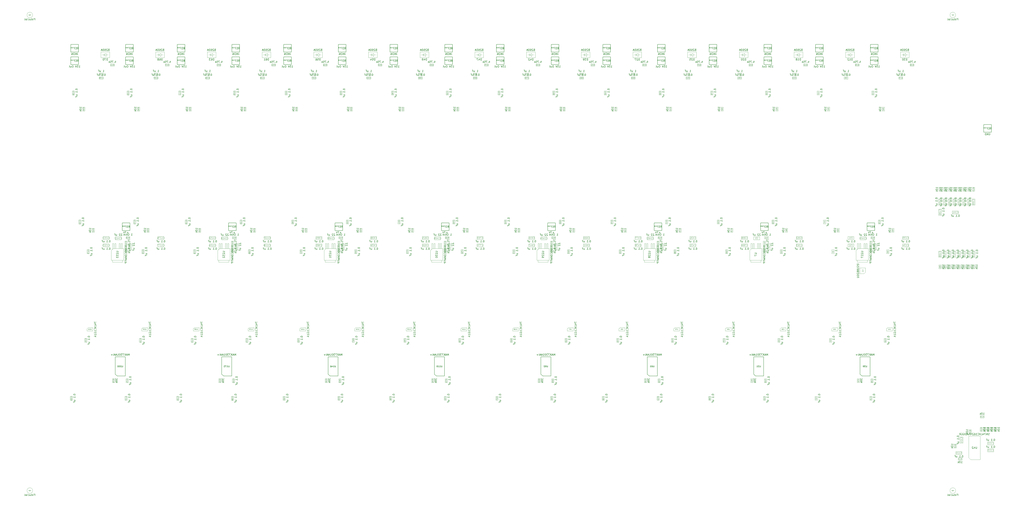
<source format=gbr>
G04 #@! TF.GenerationSoftware,KiCad,Pcbnew,8.0.6-unknown-202411051418~a3eff548b7~ubuntu20.04.1*
G04 #@! TF.CreationDate,2024-11-07T21:25:45-05:00*
G04 #@! TF.ProjectId,ARX,4152582e-6b69-4636-9164-5f7063625858,Revision I*
G04 #@! TF.SameCoordinates,Original*
G04 #@! TF.FileFunction,AssemblyDrawing,Bot*
%FSLAX46Y46*%
G04 Gerber Fmt 4.6, Leading zero omitted, Abs format (unit mm)*
G04 Created by KiCad (PCBNEW 8.0.6-unknown-202411051418~a3eff548b7~ubuntu20.04.1) date 2024-11-07 21:25:45*
%MOMM*%
%LPD*%
G01*
G04 APERTURE LIST*
%ADD10C,0.150000*%
%ADD11C,0.080000*%
%ADD12C,0.120000*%
%ADD13C,0.075000*%
%ADD14C,0.060000*%
%ADD15C,0.110000*%
%ADD16C,0.100000*%
G04 APERTURE END LIST*
D10*
X354099868Y-182551025D02*
X354099868Y-182646263D01*
X354099868Y-182646263D02*
X354147487Y-182741501D01*
X354147487Y-182741501D02*
X354195106Y-182789120D01*
X354195106Y-182789120D02*
X354290344Y-182836739D01*
X354290344Y-182836739D02*
X354480820Y-182884358D01*
X354480820Y-182884358D02*
X354718915Y-182884358D01*
X354718915Y-182884358D02*
X354909391Y-182836739D01*
X354909391Y-182836739D02*
X355004629Y-182789120D01*
X355004629Y-182789120D02*
X355052249Y-182741501D01*
X355052249Y-182741501D02*
X355099868Y-182646263D01*
X355099868Y-182646263D02*
X355099868Y-182551025D01*
X355099868Y-182551025D02*
X355052249Y-182455787D01*
X355052249Y-182455787D02*
X355004629Y-182408168D01*
X355004629Y-182408168D02*
X354909391Y-182360549D01*
X354909391Y-182360549D02*
X354718915Y-182312930D01*
X354718915Y-182312930D02*
X354480820Y-182312930D01*
X354480820Y-182312930D02*
X354290344Y-182360549D01*
X354290344Y-182360549D02*
X354195106Y-182408168D01*
X354195106Y-182408168D02*
X354147487Y-182455787D01*
X354147487Y-182455787D02*
X354099868Y-182551025D01*
X355004629Y-183312930D02*
X355052249Y-183360549D01*
X355052249Y-183360549D02*
X355099868Y-183312930D01*
X355099868Y-183312930D02*
X355052249Y-183265311D01*
X355052249Y-183265311D02*
X355004629Y-183312930D01*
X355004629Y-183312930D02*
X355099868Y-183312930D01*
X355099868Y-184312929D02*
X355099868Y-183741501D01*
X355099868Y-184027215D02*
X354099868Y-184027215D01*
X354099868Y-184027215D02*
X354242725Y-183931977D01*
X354242725Y-183931977D02*
X354337963Y-183836739D01*
X354337963Y-183836739D02*
X354385582Y-183741501D01*
X354433201Y-185931977D02*
X355099868Y-185931977D01*
X354433201Y-185503406D02*
X354957010Y-185503406D01*
X354957010Y-185503406D02*
X355052249Y-185551025D01*
X355052249Y-185551025D02*
X355099868Y-185646263D01*
X355099868Y-185646263D02*
X355099868Y-185789120D01*
X355099868Y-185789120D02*
X355052249Y-185884358D01*
X355052249Y-185884358D02*
X355004629Y-185931977D01*
X354576058Y-186741501D02*
X354576058Y-186408168D01*
X355099868Y-186408168D02*
X354099868Y-186408168D01*
X354099868Y-186408168D02*
X354099868Y-186884358D01*
D11*
X353144579Y-184015311D02*
X353168389Y-183991502D01*
X353168389Y-183991502D02*
X353192198Y-183920073D01*
X353192198Y-183920073D02*
X353192198Y-183872454D01*
X353192198Y-183872454D02*
X353168389Y-183801026D01*
X353168389Y-183801026D02*
X353120769Y-183753407D01*
X353120769Y-183753407D02*
X353073150Y-183729597D01*
X353073150Y-183729597D02*
X352977912Y-183705788D01*
X352977912Y-183705788D02*
X352906484Y-183705788D01*
X352906484Y-183705788D02*
X352811246Y-183729597D01*
X352811246Y-183729597D02*
X352763627Y-183753407D01*
X352763627Y-183753407D02*
X352716008Y-183801026D01*
X352716008Y-183801026D02*
X352692198Y-183872454D01*
X352692198Y-183872454D02*
X352692198Y-183920073D01*
X352692198Y-183920073D02*
X352716008Y-183991502D01*
X352716008Y-183991502D02*
X352739817Y-184015311D01*
X353192198Y-184253407D02*
X353192198Y-184348645D01*
X353192198Y-184348645D02*
X353168389Y-184396264D01*
X353168389Y-184396264D02*
X353144579Y-184420073D01*
X353144579Y-184420073D02*
X353073150Y-184467692D01*
X353073150Y-184467692D02*
X352977912Y-184491502D01*
X352977912Y-184491502D02*
X352787436Y-184491502D01*
X352787436Y-184491502D02*
X352739817Y-184467692D01*
X352739817Y-184467692D02*
X352716008Y-184443883D01*
X352716008Y-184443883D02*
X352692198Y-184396264D01*
X352692198Y-184396264D02*
X352692198Y-184301026D01*
X352692198Y-184301026D02*
X352716008Y-184253407D01*
X352716008Y-184253407D02*
X352739817Y-184229597D01*
X352739817Y-184229597D02*
X352787436Y-184205788D01*
X352787436Y-184205788D02*
X352906484Y-184205788D01*
X352906484Y-184205788D02*
X352954103Y-184229597D01*
X352954103Y-184229597D02*
X352977912Y-184253407D01*
X352977912Y-184253407D02*
X353001722Y-184301026D01*
X353001722Y-184301026D02*
X353001722Y-184396264D01*
X353001722Y-184396264D02*
X352977912Y-184443883D01*
X352977912Y-184443883D02*
X352954103Y-184467692D01*
X352954103Y-184467692D02*
X352906484Y-184491502D01*
X352692198Y-184801025D02*
X352692198Y-184848644D01*
X352692198Y-184848644D02*
X352716008Y-184896263D01*
X352716008Y-184896263D02*
X352739817Y-184920073D01*
X352739817Y-184920073D02*
X352787436Y-184943882D01*
X352787436Y-184943882D02*
X352882674Y-184967692D01*
X352882674Y-184967692D02*
X353001722Y-184967692D01*
X353001722Y-184967692D02*
X353096960Y-184943882D01*
X353096960Y-184943882D02*
X353144579Y-184920073D01*
X353144579Y-184920073D02*
X353168389Y-184896263D01*
X353168389Y-184896263D02*
X353192198Y-184848644D01*
X353192198Y-184848644D02*
X353192198Y-184801025D01*
X353192198Y-184801025D02*
X353168389Y-184753406D01*
X353168389Y-184753406D02*
X353144579Y-184729597D01*
X353144579Y-184729597D02*
X353096960Y-184705787D01*
X353096960Y-184705787D02*
X353001722Y-184681978D01*
X353001722Y-184681978D02*
X352882674Y-184681978D01*
X352882674Y-184681978D02*
X352787436Y-184705787D01*
X352787436Y-184705787D02*
X352739817Y-184729597D01*
X352739817Y-184729597D02*
X352716008Y-184753406D01*
X352716008Y-184753406D02*
X352692198Y-184801025D01*
X352692198Y-185396263D02*
X352692198Y-185301025D01*
X352692198Y-185301025D02*
X352716008Y-185253406D01*
X352716008Y-185253406D02*
X352739817Y-185229596D01*
X352739817Y-185229596D02*
X352811246Y-185181977D01*
X352811246Y-185181977D02*
X352906484Y-185158168D01*
X352906484Y-185158168D02*
X353096960Y-185158168D01*
X353096960Y-185158168D02*
X353144579Y-185181977D01*
X353144579Y-185181977D02*
X353168389Y-185205787D01*
X353168389Y-185205787D02*
X353192198Y-185253406D01*
X353192198Y-185253406D02*
X353192198Y-185348644D01*
X353192198Y-185348644D02*
X353168389Y-185396263D01*
X353168389Y-185396263D02*
X353144579Y-185420072D01*
X353144579Y-185420072D02*
X353096960Y-185443882D01*
X353096960Y-185443882D02*
X352977912Y-185443882D01*
X352977912Y-185443882D02*
X352930293Y-185420072D01*
X352930293Y-185420072D02*
X352906484Y-185396263D01*
X352906484Y-185396263D02*
X352882674Y-185348644D01*
X352882674Y-185348644D02*
X352882674Y-185253406D01*
X352882674Y-185253406D02*
X352906484Y-185205787D01*
X352906484Y-185205787D02*
X352930293Y-185181977D01*
X352930293Y-185181977D02*
X352977912Y-185158168D01*
D10*
X289950833Y-335927011D02*
X289950833Y-336546058D01*
X289950833Y-336546058D02*
X290331785Y-336212725D01*
X290331785Y-336212725D02*
X290331785Y-336355582D01*
X290331785Y-336355582D02*
X290379404Y-336450820D01*
X290379404Y-336450820D02*
X290427023Y-336498439D01*
X290427023Y-336498439D02*
X290522261Y-336546058D01*
X290522261Y-336546058D02*
X290760356Y-336546058D01*
X290760356Y-336546058D02*
X290855594Y-336498439D01*
X290855594Y-336498439D02*
X290903214Y-336450820D01*
X290903214Y-336450820D02*
X290950833Y-336355582D01*
X290950833Y-336355582D02*
X290950833Y-336069868D01*
X290950833Y-336069868D02*
X290903214Y-335974630D01*
X290903214Y-335974630D02*
X290855594Y-335927011D01*
X290950833Y-337022249D02*
X290950833Y-337212725D01*
X290950833Y-337212725D02*
X290903214Y-337307963D01*
X290903214Y-337307963D02*
X290855594Y-337355582D01*
X290855594Y-337355582D02*
X290712737Y-337450820D01*
X290712737Y-337450820D02*
X290522261Y-337498439D01*
X290522261Y-337498439D02*
X290141309Y-337498439D01*
X290141309Y-337498439D02*
X290046071Y-337450820D01*
X290046071Y-337450820D02*
X289998452Y-337403201D01*
X289998452Y-337403201D02*
X289950833Y-337307963D01*
X289950833Y-337307963D02*
X289950833Y-337117487D01*
X289950833Y-337117487D02*
X289998452Y-337022249D01*
X289998452Y-337022249D02*
X290046071Y-336974630D01*
X290046071Y-336974630D02*
X290141309Y-336927011D01*
X290141309Y-336927011D02*
X290379404Y-336927011D01*
X290379404Y-336927011D02*
X290474642Y-336974630D01*
X290474642Y-336974630D02*
X290522261Y-337022249D01*
X290522261Y-337022249D02*
X290569880Y-337117487D01*
X290569880Y-337117487D02*
X290569880Y-337307963D01*
X290569880Y-337307963D02*
X290522261Y-337403201D01*
X290522261Y-337403201D02*
X290474642Y-337450820D01*
X290474642Y-337450820D02*
X290379404Y-337498439D01*
X290950833Y-337927011D02*
X289950833Y-337927011D01*
X290569880Y-338022249D02*
X290950833Y-338307963D01*
X290284166Y-338307963D02*
X290665118Y-337927011D01*
D11*
X289073163Y-336581773D02*
X288835068Y-336415107D01*
X289073163Y-336296059D02*
X288573163Y-336296059D01*
X288573163Y-336296059D02*
X288573163Y-336486535D01*
X288573163Y-336486535D02*
X288596973Y-336534154D01*
X288596973Y-336534154D02*
X288620782Y-336557964D01*
X288620782Y-336557964D02*
X288668401Y-336581773D01*
X288668401Y-336581773D02*
X288739830Y-336581773D01*
X288739830Y-336581773D02*
X288787449Y-336557964D01*
X288787449Y-336557964D02*
X288811258Y-336534154D01*
X288811258Y-336534154D02*
X288835068Y-336486535D01*
X288835068Y-336486535D02*
X288835068Y-336296059D01*
X288573163Y-336748440D02*
X288573163Y-337057964D01*
X288573163Y-337057964D02*
X288763639Y-336891297D01*
X288763639Y-336891297D02*
X288763639Y-336962726D01*
X288763639Y-336962726D02*
X288787449Y-337010345D01*
X288787449Y-337010345D02*
X288811258Y-337034154D01*
X288811258Y-337034154D02*
X288858877Y-337057964D01*
X288858877Y-337057964D02*
X288977925Y-337057964D01*
X288977925Y-337057964D02*
X289025544Y-337034154D01*
X289025544Y-337034154D02*
X289049354Y-337010345D01*
X289049354Y-337010345D02*
X289073163Y-336962726D01*
X289073163Y-336962726D02*
X289073163Y-336819869D01*
X289073163Y-336819869D02*
X289049354Y-336772250D01*
X289049354Y-336772250D02*
X289025544Y-336748440D01*
X288573163Y-337224630D02*
X288573163Y-337534154D01*
X288573163Y-337534154D02*
X288763639Y-337367487D01*
X288763639Y-337367487D02*
X288763639Y-337438916D01*
X288763639Y-337438916D02*
X288787449Y-337486535D01*
X288787449Y-337486535D02*
X288811258Y-337510344D01*
X288811258Y-337510344D02*
X288858877Y-337534154D01*
X288858877Y-337534154D02*
X288977925Y-337534154D01*
X288977925Y-337534154D02*
X289025544Y-337510344D01*
X289025544Y-337510344D02*
X289049354Y-337486535D01*
X289049354Y-337486535D02*
X289073163Y-337438916D01*
X289073163Y-337438916D02*
X289073163Y-337296059D01*
X289073163Y-337296059D02*
X289049354Y-337248440D01*
X289049354Y-337248440D02*
X289025544Y-337224630D01*
X288739830Y-337962725D02*
X289073163Y-337962725D01*
X288549354Y-337843677D02*
X288906496Y-337724630D01*
X288906496Y-337724630D02*
X288906496Y-338034153D01*
D10*
X594108072Y-173365154D02*
X594679500Y-173365154D01*
X594393786Y-173365154D02*
X594393786Y-172365154D01*
X594393786Y-172365154D02*
X594489024Y-172508011D01*
X594489024Y-172508011D02*
X594584262Y-172603249D01*
X594584262Y-172603249D02*
X594679500Y-172650868D01*
X592489024Y-172698487D02*
X592489024Y-173365154D01*
X592917595Y-172698487D02*
X592917595Y-173222296D01*
X592917595Y-173222296D02*
X592869976Y-173317535D01*
X592869976Y-173317535D02*
X592774738Y-173365154D01*
X592774738Y-173365154D02*
X592631881Y-173365154D01*
X592631881Y-173365154D02*
X592536643Y-173317535D01*
X592536643Y-173317535D02*
X592489024Y-173269915D01*
X591679500Y-172841344D02*
X592012833Y-172841344D01*
X592012833Y-173365154D02*
X592012833Y-172365154D01*
X592012833Y-172365154D02*
X591536643Y-172365154D01*
D11*
X593691405Y-174769865D02*
X593715214Y-174793675D01*
X593715214Y-174793675D02*
X593786643Y-174817484D01*
X593786643Y-174817484D02*
X593834262Y-174817484D01*
X593834262Y-174817484D02*
X593905690Y-174793675D01*
X593905690Y-174793675D02*
X593953309Y-174746055D01*
X593953309Y-174746055D02*
X593977119Y-174698436D01*
X593977119Y-174698436D02*
X594000928Y-174603198D01*
X594000928Y-174603198D02*
X594000928Y-174531770D01*
X594000928Y-174531770D02*
X593977119Y-174436532D01*
X593977119Y-174436532D02*
X593953309Y-174388913D01*
X593953309Y-174388913D02*
X593905690Y-174341294D01*
X593905690Y-174341294D02*
X593834262Y-174317484D01*
X593834262Y-174317484D02*
X593786643Y-174317484D01*
X593786643Y-174317484D02*
X593715214Y-174341294D01*
X593715214Y-174341294D02*
X593691405Y-174365103D01*
X593524738Y-174317484D02*
X593215214Y-174317484D01*
X593215214Y-174317484D02*
X593381881Y-174507960D01*
X593381881Y-174507960D02*
X593310452Y-174507960D01*
X593310452Y-174507960D02*
X593262833Y-174531770D01*
X593262833Y-174531770D02*
X593239024Y-174555579D01*
X593239024Y-174555579D02*
X593215214Y-174603198D01*
X593215214Y-174603198D02*
X593215214Y-174722246D01*
X593215214Y-174722246D02*
X593239024Y-174769865D01*
X593239024Y-174769865D02*
X593262833Y-174793675D01*
X593262833Y-174793675D02*
X593310452Y-174817484D01*
X593310452Y-174817484D02*
X593453309Y-174817484D01*
X593453309Y-174817484D02*
X593500928Y-174793675D01*
X593500928Y-174793675D02*
X593524738Y-174769865D01*
X592786643Y-174484151D02*
X592786643Y-174817484D01*
X592905691Y-174293675D02*
X593024738Y-174650817D01*
X593024738Y-174650817D02*
X592715215Y-174650817D01*
X592548548Y-174365103D02*
X592524739Y-174341294D01*
X592524739Y-174341294D02*
X592477120Y-174317484D01*
X592477120Y-174317484D02*
X592358072Y-174317484D01*
X592358072Y-174317484D02*
X592310453Y-174341294D01*
X592310453Y-174341294D02*
X592286644Y-174365103D01*
X592286644Y-174365103D02*
X592262834Y-174412722D01*
X592262834Y-174412722D02*
X592262834Y-174460341D01*
X592262834Y-174460341D02*
X592286644Y-174531770D01*
X592286644Y-174531770D02*
X592572358Y-174817484D01*
X592572358Y-174817484D02*
X592262834Y-174817484D01*
D10*
X654119024Y-262713043D02*
X654023786Y-262713043D01*
X654023786Y-262713043D02*
X653928548Y-262760662D01*
X653928548Y-262760662D02*
X653880929Y-262808281D01*
X653880929Y-262808281D02*
X653833310Y-262903519D01*
X653833310Y-262903519D02*
X653785691Y-263093995D01*
X653785691Y-263093995D02*
X653785691Y-263332090D01*
X653785691Y-263332090D02*
X653833310Y-263522566D01*
X653833310Y-263522566D02*
X653880929Y-263617804D01*
X653880929Y-263617804D02*
X653928548Y-263665424D01*
X653928548Y-263665424D02*
X654023786Y-263713043D01*
X654023786Y-263713043D02*
X654119024Y-263713043D01*
X654119024Y-263713043D02*
X654214262Y-263665424D01*
X654214262Y-263665424D02*
X654261881Y-263617804D01*
X654261881Y-263617804D02*
X654309500Y-263522566D01*
X654309500Y-263522566D02*
X654357119Y-263332090D01*
X654357119Y-263332090D02*
X654357119Y-263093995D01*
X654357119Y-263093995D02*
X654309500Y-262903519D01*
X654309500Y-262903519D02*
X654261881Y-262808281D01*
X654261881Y-262808281D02*
X654214262Y-262760662D01*
X654214262Y-262760662D02*
X654119024Y-262713043D01*
X653357119Y-263617804D02*
X653309500Y-263665424D01*
X653309500Y-263665424D02*
X653357119Y-263713043D01*
X653357119Y-263713043D02*
X653404738Y-263665424D01*
X653404738Y-263665424D02*
X653357119Y-263617804D01*
X653357119Y-263617804D02*
X653357119Y-263713043D01*
X652357120Y-263713043D02*
X652928548Y-263713043D01*
X652642834Y-263713043D02*
X652642834Y-262713043D01*
X652642834Y-262713043D02*
X652738072Y-262855900D01*
X652738072Y-262855900D02*
X652833310Y-262951138D01*
X652833310Y-262951138D02*
X652928548Y-262998757D01*
X650738072Y-263046376D02*
X650738072Y-263713043D01*
X651166643Y-263046376D02*
X651166643Y-263570185D01*
X651166643Y-263570185D02*
X651119024Y-263665424D01*
X651119024Y-263665424D02*
X651023786Y-263713043D01*
X651023786Y-263713043D02*
X650880929Y-263713043D01*
X650880929Y-263713043D02*
X650785691Y-263665424D01*
X650785691Y-263665424D02*
X650738072Y-263617804D01*
X649928548Y-263189233D02*
X650261881Y-263189233D01*
X650261881Y-263713043D02*
X650261881Y-262713043D01*
X650261881Y-262713043D02*
X649785691Y-262713043D01*
D12*
X652990452Y-261725888D02*
X653028548Y-261763984D01*
X653028548Y-261763984D02*
X653142833Y-261802079D01*
X653142833Y-261802079D02*
X653219024Y-261802079D01*
X653219024Y-261802079D02*
X653333310Y-261763984D01*
X653333310Y-261763984D02*
X653409500Y-261687793D01*
X653409500Y-261687793D02*
X653447595Y-261611603D01*
X653447595Y-261611603D02*
X653485691Y-261459222D01*
X653485691Y-261459222D02*
X653485691Y-261344936D01*
X653485691Y-261344936D02*
X653447595Y-261192555D01*
X653447595Y-261192555D02*
X653409500Y-261116364D01*
X653409500Y-261116364D02*
X653333310Y-261040174D01*
X653333310Y-261040174D02*
X653219024Y-261002079D01*
X653219024Y-261002079D02*
X653142833Y-261002079D01*
X653142833Y-261002079D02*
X653028548Y-261040174D01*
X653028548Y-261040174D02*
X652990452Y-261078269D01*
X652228548Y-261802079D02*
X652685691Y-261802079D01*
X652457119Y-261802079D02*
X652457119Y-261002079D01*
X652457119Y-261002079D02*
X652533310Y-261116364D01*
X652533310Y-261116364D02*
X652609500Y-261192555D01*
X652609500Y-261192555D02*
X652685691Y-261230650D01*
X651961881Y-261002079D02*
X651466643Y-261002079D01*
X651466643Y-261002079D02*
X651733309Y-261306841D01*
X651733309Y-261306841D02*
X651619024Y-261306841D01*
X651619024Y-261306841D02*
X651542833Y-261344936D01*
X651542833Y-261344936D02*
X651504738Y-261383031D01*
X651504738Y-261383031D02*
X651466643Y-261459222D01*
X651466643Y-261459222D02*
X651466643Y-261649698D01*
X651466643Y-261649698D02*
X651504738Y-261725888D01*
X651504738Y-261725888D02*
X651542833Y-261763984D01*
X651542833Y-261763984D02*
X651619024Y-261802079D01*
X651619024Y-261802079D02*
X651847595Y-261802079D01*
X651847595Y-261802079D02*
X651923786Y-261763984D01*
X651923786Y-261763984D02*
X651961881Y-261725888D01*
X651199976Y-261002079D02*
X650704738Y-261002079D01*
X650704738Y-261002079D02*
X650971404Y-261306841D01*
X650971404Y-261306841D02*
X650857119Y-261306841D01*
X650857119Y-261306841D02*
X650780928Y-261344936D01*
X650780928Y-261344936D02*
X650742833Y-261383031D01*
X650742833Y-261383031D02*
X650704738Y-261459222D01*
X650704738Y-261459222D02*
X650704738Y-261649698D01*
X650704738Y-261649698D02*
X650742833Y-261725888D01*
X650742833Y-261725888D02*
X650780928Y-261763984D01*
X650780928Y-261763984D02*
X650857119Y-261802079D01*
X650857119Y-261802079D02*
X651085690Y-261802079D01*
X651085690Y-261802079D02*
X651161881Y-261763984D01*
X651161881Y-261763984D02*
X651199976Y-261725888D01*
D10*
X634775831Y-262218637D02*
X634775831Y-262885303D01*
X634775831Y-262885303D02*
X635775831Y-262456732D01*
X635775831Y-263790065D02*
X635775831Y-263218637D01*
X635775831Y-263504351D02*
X634775831Y-263504351D01*
X634775831Y-263504351D02*
X634918688Y-263409113D01*
X634918688Y-263409113D02*
X635013926Y-263313875D01*
X635013926Y-263313875D02*
X635061545Y-263218637D01*
X635680592Y-264218637D02*
X635728212Y-264266256D01*
X635728212Y-264266256D02*
X635775831Y-264218637D01*
X635775831Y-264218637D02*
X635728212Y-264171018D01*
X635728212Y-264171018D02*
X635680592Y-264218637D01*
X635680592Y-264218637D02*
X635775831Y-264218637D01*
X634775831Y-265171017D02*
X634775831Y-264694827D01*
X634775831Y-264694827D02*
X635252021Y-264647208D01*
X635252021Y-264647208D02*
X635204402Y-264694827D01*
X635204402Y-264694827D02*
X635156783Y-264790065D01*
X635156783Y-264790065D02*
X635156783Y-265028160D01*
X635156783Y-265028160D02*
X635204402Y-265123398D01*
X635204402Y-265123398D02*
X635252021Y-265171017D01*
X635252021Y-265171017D02*
X635347259Y-265218636D01*
X635347259Y-265218636D02*
X635585354Y-265218636D01*
X635585354Y-265218636D02*
X635680592Y-265171017D01*
X635680592Y-265171017D02*
X635728212Y-265123398D01*
X635728212Y-265123398D02*
X635775831Y-265028160D01*
X635775831Y-265028160D02*
X635775831Y-264790065D01*
X635775831Y-264790065D02*
X635728212Y-264694827D01*
X635728212Y-264694827D02*
X635680592Y-264647208D01*
X635775831Y-265647208D02*
X634775831Y-265647208D01*
X635394878Y-265742446D02*
X635775831Y-266028160D01*
X635109164Y-266028160D02*
X635490116Y-265647208D01*
D11*
X633898161Y-263587684D02*
X633660066Y-263421018D01*
X633898161Y-263301970D02*
X633398161Y-263301970D01*
X633398161Y-263301970D02*
X633398161Y-263492446D01*
X633398161Y-263492446D02*
X633421971Y-263540065D01*
X633421971Y-263540065D02*
X633445780Y-263563875D01*
X633445780Y-263563875D02*
X633493399Y-263587684D01*
X633493399Y-263587684D02*
X633564828Y-263587684D01*
X633564828Y-263587684D02*
X633612447Y-263563875D01*
X633612447Y-263563875D02*
X633636256Y-263540065D01*
X633636256Y-263540065D02*
X633660066Y-263492446D01*
X633660066Y-263492446D02*
X633660066Y-263301970D01*
X633564828Y-264016256D02*
X633898161Y-264016256D01*
X633374352Y-263897208D02*
X633731494Y-263778161D01*
X633731494Y-263778161D02*
X633731494Y-264087684D01*
X633445780Y-264254351D02*
X633421971Y-264278160D01*
X633421971Y-264278160D02*
X633398161Y-264325779D01*
X633398161Y-264325779D02*
X633398161Y-264444827D01*
X633398161Y-264444827D02*
X633421971Y-264492446D01*
X633421971Y-264492446D02*
X633445780Y-264516255D01*
X633445780Y-264516255D02*
X633493399Y-264540065D01*
X633493399Y-264540065D02*
X633541018Y-264540065D01*
X633541018Y-264540065D02*
X633612447Y-264516255D01*
X633612447Y-264516255D02*
X633898161Y-264230541D01*
X633898161Y-264230541D02*
X633898161Y-264540065D01*
X633445780Y-264730541D02*
X633421971Y-264754350D01*
X633421971Y-264754350D02*
X633398161Y-264801969D01*
X633398161Y-264801969D02*
X633398161Y-264921017D01*
X633398161Y-264921017D02*
X633421971Y-264968636D01*
X633421971Y-264968636D02*
X633445780Y-264992445D01*
X633445780Y-264992445D02*
X633493399Y-265016255D01*
X633493399Y-265016255D02*
X633541018Y-265016255D01*
X633541018Y-265016255D02*
X633612447Y-264992445D01*
X633612447Y-264992445D02*
X633898161Y-264706731D01*
X633898161Y-264706731D02*
X633898161Y-265016255D01*
D10*
X357528868Y-250920025D02*
X357528868Y-251015263D01*
X357528868Y-251015263D02*
X357576487Y-251110501D01*
X357576487Y-251110501D02*
X357624106Y-251158120D01*
X357624106Y-251158120D02*
X357719344Y-251205739D01*
X357719344Y-251205739D02*
X357909820Y-251253358D01*
X357909820Y-251253358D02*
X358147915Y-251253358D01*
X358147915Y-251253358D02*
X358338391Y-251205739D01*
X358338391Y-251205739D02*
X358433629Y-251158120D01*
X358433629Y-251158120D02*
X358481249Y-251110501D01*
X358481249Y-251110501D02*
X358528868Y-251015263D01*
X358528868Y-251015263D02*
X358528868Y-250920025D01*
X358528868Y-250920025D02*
X358481249Y-250824787D01*
X358481249Y-250824787D02*
X358433629Y-250777168D01*
X358433629Y-250777168D02*
X358338391Y-250729549D01*
X358338391Y-250729549D02*
X358147915Y-250681930D01*
X358147915Y-250681930D02*
X357909820Y-250681930D01*
X357909820Y-250681930D02*
X357719344Y-250729549D01*
X357719344Y-250729549D02*
X357624106Y-250777168D01*
X357624106Y-250777168D02*
X357576487Y-250824787D01*
X357576487Y-250824787D02*
X357528868Y-250920025D01*
X358433629Y-251681930D02*
X358481249Y-251729549D01*
X358481249Y-251729549D02*
X358528868Y-251681930D01*
X358528868Y-251681930D02*
X358481249Y-251634311D01*
X358481249Y-251634311D02*
X358433629Y-251681930D01*
X358433629Y-251681930D02*
X358528868Y-251681930D01*
X358528868Y-252681929D02*
X358528868Y-252110501D01*
X358528868Y-252396215D02*
X357528868Y-252396215D01*
X357528868Y-252396215D02*
X357671725Y-252300977D01*
X357671725Y-252300977D02*
X357766963Y-252205739D01*
X357766963Y-252205739D02*
X357814582Y-252110501D01*
X357862201Y-254300977D02*
X358528868Y-254300977D01*
X357862201Y-253872406D02*
X358386010Y-253872406D01*
X358386010Y-253872406D02*
X358481249Y-253920025D01*
X358481249Y-253920025D02*
X358528868Y-254015263D01*
X358528868Y-254015263D02*
X358528868Y-254158120D01*
X358528868Y-254158120D02*
X358481249Y-254253358D01*
X358481249Y-254253358D02*
X358433629Y-254300977D01*
X358005058Y-255110501D02*
X358005058Y-254777168D01*
X358528868Y-254777168D02*
X357528868Y-254777168D01*
X357528868Y-254777168D02*
X357528868Y-255253358D01*
D11*
X356573579Y-252384311D02*
X356597389Y-252360502D01*
X356597389Y-252360502D02*
X356621198Y-252289073D01*
X356621198Y-252289073D02*
X356621198Y-252241454D01*
X356621198Y-252241454D02*
X356597389Y-252170026D01*
X356597389Y-252170026D02*
X356549769Y-252122407D01*
X356549769Y-252122407D02*
X356502150Y-252098597D01*
X356502150Y-252098597D02*
X356406912Y-252074788D01*
X356406912Y-252074788D02*
X356335484Y-252074788D01*
X356335484Y-252074788D02*
X356240246Y-252098597D01*
X356240246Y-252098597D02*
X356192627Y-252122407D01*
X356192627Y-252122407D02*
X356145008Y-252170026D01*
X356145008Y-252170026D02*
X356121198Y-252241454D01*
X356121198Y-252241454D02*
X356121198Y-252289073D01*
X356121198Y-252289073D02*
X356145008Y-252360502D01*
X356145008Y-252360502D02*
X356168817Y-252384311D01*
X356621198Y-252622407D02*
X356621198Y-252717645D01*
X356621198Y-252717645D02*
X356597389Y-252765264D01*
X356597389Y-252765264D02*
X356573579Y-252789073D01*
X356573579Y-252789073D02*
X356502150Y-252836692D01*
X356502150Y-252836692D02*
X356406912Y-252860502D01*
X356406912Y-252860502D02*
X356216436Y-252860502D01*
X356216436Y-252860502D02*
X356168817Y-252836692D01*
X356168817Y-252836692D02*
X356145008Y-252812883D01*
X356145008Y-252812883D02*
X356121198Y-252765264D01*
X356121198Y-252765264D02*
X356121198Y-252670026D01*
X356121198Y-252670026D02*
X356145008Y-252622407D01*
X356145008Y-252622407D02*
X356168817Y-252598597D01*
X356168817Y-252598597D02*
X356216436Y-252574788D01*
X356216436Y-252574788D02*
X356335484Y-252574788D01*
X356335484Y-252574788D02*
X356383103Y-252598597D01*
X356383103Y-252598597D02*
X356406912Y-252622407D01*
X356406912Y-252622407D02*
X356430722Y-252670026D01*
X356430722Y-252670026D02*
X356430722Y-252765264D01*
X356430722Y-252765264D02*
X356406912Y-252812883D01*
X356406912Y-252812883D02*
X356383103Y-252836692D01*
X356383103Y-252836692D02*
X356335484Y-252860502D01*
X356121198Y-253027168D02*
X356121198Y-253336692D01*
X356121198Y-253336692D02*
X356311674Y-253170025D01*
X356311674Y-253170025D02*
X356311674Y-253241454D01*
X356311674Y-253241454D02*
X356335484Y-253289073D01*
X356335484Y-253289073D02*
X356359293Y-253312882D01*
X356359293Y-253312882D02*
X356406912Y-253336692D01*
X356406912Y-253336692D02*
X356525960Y-253336692D01*
X356525960Y-253336692D02*
X356573579Y-253312882D01*
X356573579Y-253312882D02*
X356597389Y-253289073D01*
X356597389Y-253289073D02*
X356621198Y-253241454D01*
X356621198Y-253241454D02*
X356621198Y-253098597D01*
X356621198Y-253098597D02*
X356597389Y-253050978D01*
X356597389Y-253050978D02*
X356573579Y-253027168D01*
X356287865Y-253765263D02*
X356621198Y-253765263D01*
X356097389Y-253646215D02*
X356454531Y-253527168D01*
X356454531Y-253527168D02*
X356454531Y-253836691D01*
D10*
X694233032Y-362352096D02*
X694233032Y-361780668D01*
X694233032Y-362066382D02*
X693233032Y-362066382D01*
X693233032Y-362066382D02*
X693375889Y-361971144D01*
X693375889Y-361971144D02*
X693471127Y-361875906D01*
X693471127Y-361875906D02*
X693518746Y-361780668D01*
X693233032Y-362971144D02*
X693233032Y-363066382D01*
X693233032Y-363066382D02*
X693280651Y-363161620D01*
X693280651Y-363161620D02*
X693328270Y-363209239D01*
X693328270Y-363209239D02*
X693423508Y-363256858D01*
X693423508Y-363256858D02*
X693613984Y-363304477D01*
X693613984Y-363304477D02*
X693852079Y-363304477D01*
X693852079Y-363304477D02*
X694042555Y-363256858D01*
X694042555Y-363256858D02*
X694137793Y-363209239D01*
X694137793Y-363209239D02*
X694185413Y-363161620D01*
X694185413Y-363161620D02*
X694233032Y-363066382D01*
X694233032Y-363066382D02*
X694233032Y-362971144D01*
X694233032Y-362971144D02*
X694185413Y-362875906D01*
X694185413Y-362875906D02*
X694137793Y-362828287D01*
X694137793Y-362828287D02*
X694042555Y-362780668D01*
X694042555Y-362780668D02*
X693852079Y-362733049D01*
X693852079Y-362733049D02*
X693613984Y-362733049D01*
X693613984Y-362733049D02*
X693423508Y-362780668D01*
X693423508Y-362780668D02*
X693328270Y-362828287D01*
X693328270Y-362828287D02*
X693280651Y-362875906D01*
X693280651Y-362875906D02*
X693233032Y-362971144D01*
X694233032Y-363733049D02*
X693233032Y-363733049D01*
X693852079Y-363828287D02*
X694233032Y-364114001D01*
X693566365Y-364114001D02*
X693947317Y-363733049D01*
D11*
X692355362Y-362387811D02*
X692117267Y-362221145D01*
X692355362Y-362102097D02*
X691855362Y-362102097D01*
X691855362Y-362102097D02*
X691855362Y-362292573D01*
X691855362Y-362292573D02*
X691879172Y-362340192D01*
X691879172Y-362340192D02*
X691902981Y-362364002D01*
X691902981Y-362364002D02*
X691950600Y-362387811D01*
X691950600Y-362387811D02*
X692022029Y-362387811D01*
X692022029Y-362387811D02*
X692069648Y-362364002D01*
X692069648Y-362364002D02*
X692093457Y-362340192D01*
X692093457Y-362340192D02*
X692117267Y-362292573D01*
X692117267Y-362292573D02*
X692117267Y-362102097D01*
X692355362Y-362864002D02*
X692355362Y-362578288D01*
X692355362Y-362721145D02*
X691855362Y-362721145D01*
X691855362Y-362721145D02*
X691926791Y-362673526D01*
X691926791Y-362673526D02*
X691974410Y-362625907D01*
X691974410Y-362625907D02*
X691998219Y-362578288D01*
X691902981Y-363054478D02*
X691879172Y-363078287D01*
X691879172Y-363078287D02*
X691855362Y-363125906D01*
X691855362Y-363125906D02*
X691855362Y-363244954D01*
X691855362Y-363244954D02*
X691879172Y-363292573D01*
X691879172Y-363292573D02*
X691902981Y-363316382D01*
X691902981Y-363316382D02*
X691950600Y-363340192D01*
X691950600Y-363340192D02*
X691998219Y-363340192D01*
X691998219Y-363340192D02*
X692069648Y-363316382D01*
X692069648Y-363316382D02*
X692355362Y-363030668D01*
X692355362Y-363030668D02*
X692355362Y-363340192D01*
X692022029Y-363768763D02*
X692355362Y-363768763D01*
X691831553Y-363649715D02*
X692188695Y-363530668D01*
X692188695Y-363530668D02*
X692188695Y-363840191D01*
D10*
X699142421Y-368043154D02*
X699047183Y-368043154D01*
X699047183Y-368043154D02*
X698951945Y-368090773D01*
X698951945Y-368090773D02*
X698904326Y-368138392D01*
X698904326Y-368138392D02*
X698856707Y-368233630D01*
X698856707Y-368233630D02*
X698809088Y-368424106D01*
X698809088Y-368424106D02*
X698809088Y-368662201D01*
X698809088Y-368662201D02*
X698856707Y-368852677D01*
X698856707Y-368852677D02*
X698904326Y-368947915D01*
X698904326Y-368947915D02*
X698951945Y-368995535D01*
X698951945Y-368995535D02*
X699047183Y-369043154D01*
X699047183Y-369043154D02*
X699142421Y-369043154D01*
X699142421Y-369043154D02*
X699237659Y-368995535D01*
X699237659Y-368995535D02*
X699285278Y-368947915D01*
X699285278Y-368947915D02*
X699332897Y-368852677D01*
X699332897Y-368852677D02*
X699380516Y-368662201D01*
X699380516Y-368662201D02*
X699380516Y-368424106D01*
X699380516Y-368424106D02*
X699332897Y-368233630D01*
X699332897Y-368233630D02*
X699285278Y-368138392D01*
X699285278Y-368138392D02*
X699237659Y-368090773D01*
X699237659Y-368090773D02*
X699142421Y-368043154D01*
X698380516Y-368947915D02*
X698332897Y-368995535D01*
X698332897Y-368995535D02*
X698380516Y-369043154D01*
X698380516Y-369043154D02*
X698428135Y-368995535D01*
X698428135Y-368995535D02*
X698380516Y-368947915D01*
X698380516Y-368947915D02*
X698380516Y-369043154D01*
X697380517Y-369043154D02*
X697951945Y-369043154D01*
X697666231Y-369043154D02*
X697666231Y-368043154D01*
X697666231Y-368043154D02*
X697761469Y-368186011D01*
X697761469Y-368186011D02*
X697856707Y-368281249D01*
X697856707Y-368281249D02*
X697951945Y-368328868D01*
X695761469Y-368376487D02*
X695761469Y-369043154D01*
X696190040Y-368376487D02*
X696190040Y-368900296D01*
X696190040Y-368900296D02*
X696142421Y-368995535D01*
X696142421Y-368995535D02*
X696047183Y-369043154D01*
X696047183Y-369043154D02*
X695904326Y-369043154D01*
X695904326Y-369043154D02*
X695809088Y-368995535D01*
X695809088Y-368995535D02*
X695761469Y-368947915D01*
X694951945Y-368519344D02*
X695285278Y-368519344D01*
X695285278Y-369043154D02*
X695285278Y-368043154D01*
X695285278Y-368043154D02*
X694809088Y-368043154D01*
D12*
X698013849Y-370695999D02*
X698051945Y-370734095D01*
X698051945Y-370734095D02*
X698166230Y-370772190D01*
X698166230Y-370772190D02*
X698242421Y-370772190D01*
X698242421Y-370772190D02*
X698356707Y-370734095D01*
X698356707Y-370734095D02*
X698432897Y-370657904D01*
X698432897Y-370657904D02*
X698470992Y-370581714D01*
X698470992Y-370581714D02*
X698509088Y-370429333D01*
X698509088Y-370429333D02*
X698509088Y-370315047D01*
X698509088Y-370315047D02*
X698470992Y-370162666D01*
X698470992Y-370162666D02*
X698432897Y-370086475D01*
X698432897Y-370086475D02*
X698356707Y-370010285D01*
X698356707Y-370010285D02*
X698242421Y-369972190D01*
X698242421Y-369972190D02*
X698166230Y-369972190D01*
X698166230Y-369972190D02*
X698051945Y-370010285D01*
X698051945Y-370010285D02*
X698013849Y-370048380D01*
X697709088Y-370048380D02*
X697670992Y-370010285D01*
X697670992Y-370010285D02*
X697594802Y-369972190D01*
X697594802Y-369972190D02*
X697404326Y-369972190D01*
X697404326Y-369972190D02*
X697328135Y-370010285D01*
X697328135Y-370010285D02*
X697290040Y-370048380D01*
X697290040Y-370048380D02*
X697251945Y-370124571D01*
X697251945Y-370124571D02*
X697251945Y-370200761D01*
X697251945Y-370200761D02*
X697290040Y-370315047D01*
X697290040Y-370315047D02*
X697747183Y-370772190D01*
X697747183Y-370772190D02*
X697251945Y-370772190D01*
X696947183Y-370048380D02*
X696909087Y-370010285D01*
X696909087Y-370010285D02*
X696832897Y-369972190D01*
X696832897Y-369972190D02*
X696642421Y-369972190D01*
X696642421Y-369972190D02*
X696566230Y-370010285D01*
X696566230Y-370010285D02*
X696528135Y-370048380D01*
X696528135Y-370048380D02*
X696490040Y-370124571D01*
X696490040Y-370124571D02*
X696490040Y-370200761D01*
X696490040Y-370200761D02*
X696528135Y-370315047D01*
X696528135Y-370315047D02*
X696985278Y-370772190D01*
X696985278Y-370772190D02*
X696490040Y-370772190D01*
X696185278Y-370048380D02*
X696147182Y-370010285D01*
X696147182Y-370010285D02*
X696070992Y-369972190D01*
X696070992Y-369972190D02*
X695880516Y-369972190D01*
X695880516Y-369972190D02*
X695804325Y-370010285D01*
X695804325Y-370010285D02*
X695766230Y-370048380D01*
X695766230Y-370048380D02*
X695728135Y-370124571D01*
X695728135Y-370124571D02*
X695728135Y-370200761D01*
X695728135Y-370200761D02*
X695766230Y-370315047D01*
X695766230Y-370315047D02*
X696223373Y-370772190D01*
X696223373Y-370772190D02*
X695728135Y-370772190D01*
D10*
X651519524Y-174397154D02*
X651424286Y-174397154D01*
X651424286Y-174397154D02*
X651329048Y-174444773D01*
X651329048Y-174444773D02*
X651281429Y-174492392D01*
X651281429Y-174492392D02*
X651233810Y-174587630D01*
X651233810Y-174587630D02*
X651186191Y-174778106D01*
X651186191Y-174778106D02*
X651186191Y-175016201D01*
X651186191Y-175016201D02*
X651233810Y-175206677D01*
X651233810Y-175206677D02*
X651281429Y-175301915D01*
X651281429Y-175301915D02*
X651329048Y-175349535D01*
X651329048Y-175349535D02*
X651424286Y-175397154D01*
X651424286Y-175397154D02*
X651519524Y-175397154D01*
X651519524Y-175397154D02*
X651614762Y-175349535D01*
X651614762Y-175349535D02*
X651662381Y-175301915D01*
X651662381Y-175301915D02*
X651710000Y-175206677D01*
X651710000Y-175206677D02*
X651757619Y-175016201D01*
X651757619Y-175016201D02*
X651757619Y-174778106D01*
X651757619Y-174778106D02*
X651710000Y-174587630D01*
X651710000Y-174587630D02*
X651662381Y-174492392D01*
X651662381Y-174492392D02*
X651614762Y-174444773D01*
X651614762Y-174444773D02*
X651519524Y-174397154D01*
X650757619Y-175301915D02*
X650710000Y-175349535D01*
X650710000Y-175349535D02*
X650757619Y-175397154D01*
X650757619Y-175397154D02*
X650805238Y-175349535D01*
X650805238Y-175349535D02*
X650757619Y-175301915D01*
X650757619Y-175301915D02*
X650757619Y-175397154D01*
X649757620Y-175397154D02*
X650329048Y-175397154D01*
X650043334Y-175397154D02*
X650043334Y-174397154D01*
X650043334Y-174397154D02*
X650138572Y-174540011D01*
X650138572Y-174540011D02*
X650233810Y-174635249D01*
X650233810Y-174635249D02*
X650329048Y-174682868D01*
X648138572Y-174730487D02*
X648138572Y-175397154D01*
X648567143Y-174730487D02*
X648567143Y-175254296D01*
X648567143Y-175254296D02*
X648519524Y-175349535D01*
X648519524Y-175349535D02*
X648424286Y-175397154D01*
X648424286Y-175397154D02*
X648281429Y-175397154D01*
X648281429Y-175397154D02*
X648186191Y-175349535D01*
X648186191Y-175349535D02*
X648138572Y-175301915D01*
X647329048Y-174873344D02*
X647662381Y-174873344D01*
X647662381Y-175397154D02*
X647662381Y-174397154D01*
X647662381Y-174397154D02*
X647186191Y-174397154D01*
D11*
X650055238Y-176801865D02*
X650079047Y-176825675D01*
X650079047Y-176825675D02*
X650150476Y-176849484D01*
X650150476Y-176849484D02*
X650198095Y-176849484D01*
X650198095Y-176849484D02*
X650269523Y-176825675D01*
X650269523Y-176825675D02*
X650317142Y-176778055D01*
X650317142Y-176778055D02*
X650340952Y-176730436D01*
X650340952Y-176730436D02*
X650364761Y-176635198D01*
X650364761Y-176635198D02*
X650364761Y-176563770D01*
X650364761Y-176563770D02*
X650340952Y-176468532D01*
X650340952Y-176468532D02*
X650317142Y-176420913D01*
X650317142Y-176420913D02*
X650269523Y-176373294D01*
X650269523Y-176373294D02*
X650198095Y-176349484D01*
X650198095Y-176349484D02*
X650150476Y-176349484D01*
X650150476Y-176349484D02*
X650079047Y-176373294D01*
X650079047Y-176373294D02*
X650055238Y-176397103D01*
X649579047Y-176849484D02*
X649864761Y-176849484D01*
X649721904Y-176849484D02*
X649721904Y-176349484D01*
X649721904Y-176349484D02*
X649769523Y-176420913D01*
X649769523Y-176420913D02*
X649817142Y-176468532D01*
X649817142Y-176468532D02*
X649864761Y-176492341D01*
X649412381Y-176349484D02*
X649079048Y-176349484D01*
X649079048Y-176349484D02*
X649293333Y-176849484D01*
X648936191Y-176349484D02*
X648626667Y-176349484D01*
X648626667Y-176349484D02*
X648793334Y-176539960D01*
X648793334Y-176539960D02*
X648721905Y-176539960D01*
X648721905Y-176539960D02*
X648674286Y-176563770D01*
X648674286Y-176563770D02*
X648650477Y-176587579D01*
X648650477Y-176587579D02*
X648626667Y-176635198D01*
X648626667Y-176635198D02*
X648626667Y-176754246D01*
X648626667Y-176754246D02*
X648650477Y-176801865D01*
X648650477Y-176801865D02*
X648674286Y-176825675D01*
X648674286Y-176825675D02*
X648721905Y-176849484D01*
X648721905Y-176849484D02*
X648864762Y-176849484D01*
X648864762Y-176849484D02*
X648912381Y-176825675D01*
X648912381Y-176825675D02*
X648936191Y-176801865D01*
D10*
X240939323Y-323813047D02*
X240939323Y-322813047D01*
X240939323Y-322813047D02*
X240605990Y-323527332D01*
X240605990Y-323527332D02*
X240272657Y-322813047D01*
X240272657Y-322813047D02*
X240272657Y-323813047D01*
X239844085Y-323527332D02*
X239367895Y-323527332D01*
X239939323Y-323813047D02*
X239605990Y-322813047D01*
X239605990Y-322813047D02*
X239272657Y-323813047D01*
X239034561Y-322813047D02*
X238367895Y-323813047D01*
X238367895Y-322813047D02*
X239034561Y-323813047D01*
X238082180Y-322813047D02*
X237415514Y-322813047D01*
X237415514Y-322813047D02*
X237844085Y-323813047D01*
X237129799Y-322813047D02*
X236510752Y-322813047D01*
X236510752Y-322813047D02*
X236844085Y-323193999D01*
X236844085Y-323193999D02*
X236701228Y-323193999D01*
X236701228Y-323193999D02*
X236605990Y-323241618D01*
X236605990Y-323241618D02*
X236558371Y-323289237D01*
X236558371Y-323289237D02*
X236510752Y-323384475D01*
X236510752Y-323384475D02*
X236510752Y-323622570D01*
X236510752Y-323622570D02*
X236558371Y-323717808D01*
X236558371Y-323717808D02*
X236605990Y-323765428D01*
X236605990Y-323765428D02*
X236701228Y-323813047D01*
X236701228Y-323813047D02*
X236986942Y-323813047D01*
X236986942Y-323813047D02*
X237082180Y-323765428D01*
X237082180Y-323765428D02*
X237129799Y-323717808D01*
X235891704Y-322813047D02*
X235796466Y-322813047D01*
X235796466Y-322813047D02*
X235701228Y-322860666D01*
X235701228Y-322860666D02*
X235653609Y-322908285D01*
X235653609Y-322908285D02*
X235605990Y-323003523D01*
X235605990Y-323003523D02*
X235558371Y-323193999D01*
X235558371Y-323193999D02*
X235558371Y-323432094D01*
X235558371Y-323432094D02*
X235605990Y-323622570D01*
X235605990Y-323622570D02*
X235653609Y-323717808D01*
X235653609Y-323717808D02*
X235701228Y-323765428D01*
X235701228Y-323765428D02*
X235796466Y-323813047D01*
X235796466Y-323813047D02*
X235891704Y-323813047D01*
X235891704Y-323813047D02*
X235986942Y-323765428D01*
X235986942Y-323765428D02*
X236034561Y-323717808D01*
X236034561Y-323717808D02*
X236082180Y-323622570D01*
X236082180Y-323622570D02*
X236129799Y-323432094D01*
X236129799Y-323432094D02*
X236129799Y-323193999D01*
X236129799Y-323193999D02*
X236082180Y-323003523D01*
X236082180Y-323003523D02*
X236034561Y-322908285D01*
X236034561Y-322908285D02*
X235986942Y-322860666D01*
X235986942Y-322860666D02*
X235891704Y-322813047D01*
X234605990Y-323813047D02*
X235177418Y-323813047D01*
X234891704Y-323813047D02*
X234891704Y-322813047D01*
X234891704Y-322813047D02*
X234986942Y-322955904D01*
X234986942Y-322955904D02*
X235082180Y-323051142D01*
X235082180Y-323051142D02*
X235177418Y-323098761D01*
X234225037Y-323527332D02*
X233748847Y-323527332D01*
X234320275Y-323813047D02*
X233986942Y-322813047D01*
X233986942Y-322813047D02*
X233653609Y-323813047D01*
X233367894Y-323527332D02*
X232891704Y-323527332D01*
X233463132Y-323813047D02*
X233129799Y-322813047D01*
X233129799Y-322813047D02*
X232796466Y-323813047D01*
X232463132Y-323813047D02*
X232463132Y-322813047D01*
X231986942Y-323432094D02*
X231225038Y-323432094D01*
X231605990Y-323813047D02*
X231605990Y-323051142D01*
X237453609Y-329170523D02*
X237453609Y-329818142D01*
X237453609Y-329818142D02*
X237415514Y-329894332D01*
X237415514Y-329894332D02*
X237377419Y-329932428D01*
X237377419Y-329932428D02*
X237301228Y-329970523D01*
X237301228Y-329970523D02*
X237148847Y-329970523D01*
X237148847Y-329970523D02*
X237072657Y-329932428D01*
X237072657Y-329932428D02*
X237034562Y-329894332D01*
X237034562Y-329894332D02*
X236996466Y-329818142D01*
X236996466Y-329818142D02*
X236996466Y-329170523D01*
X236653610Y-329246713D02*
X236615514Y-329208618D01*
X236615514Y-329208618D02*
X236539324Y-329170523D01*
X236539324Y-329170523D02*
X236348848Y-329170523D01*
X236348848Y-329170523D02*
X236272657Y-329208618D01*
X236272657Y-329208618D02*
X236234562Y-329246713D01*
X236234562Y-329246713D02*
X236196467Y-329322904D01*
X236196467Y-329322904D02*
X236196467Y-329399094D01*
X236196467Y-329399094D02*
X236234562Y-329513380D01*
X236234562Y-329513380D02*
X236691705Y-329970523D01*
X236691705Y-329970523D02*
X236196467Y-329970523D01*
X235701228Y-329170523D02*
X235625038Y-329170523D01*
X235625038Y-329170523D02*
X235548847Y-329208618D01*
X235548847Y-329208618D02*
X235510752Y-329246713D01*
X235510752Y-329246713D02*
X235472657Y-329322904D01*
X235472657Y-329322904D02*
X235434562Y-329475285D01*
X235434562Y-329475285D02*
X235434562Y-329665761D01*
X235434562Y-329665761D02*
X235472657Y-329818142D01*
X235472657Y-329818142D02*
X235510752Y-329894332D01*
X235510752Y-329894332D02*
X235548847Y-329932428D01*
X235548847Y-329932428D02*
X235625038Y-329970523D01*
X235625038Y-329970523D02*
X235701228Y-329970523D01*
X235701228Y-329970523D02*
X235777419Y-329932428D01*
X235777419Y-329932428D02*
X235815514Y-329894332D01*
X235815514Y-329894332D02*
X235853609Y-329818142D01*
X235853609Y-329818142D02*
X235891705Y-329665761D01*
X235891705Y-329665761D02*
X235891705Y-329475285D01*
X235891705Y-329475285D02*
X235853609Y-329322904D01*
X235853609Y-329322904D02*
X235815514Y-329246713D01*
X235815514Y-329246713D02*
X235777419Y-329208618D01*
X235777419Y-329208618D02*
X235701228Y-329170523D01*
X234939323Y-329170523D02*
X234863133Y-329170523D01*
X234863133Y-329170523D02*
X234786942Y-329208618D01*
X234786942Y-329208618D02*
X234748847Y-329246713D01*
X234748847Y-329246713D02*
X234710752Y-329322904D01*
X234710752Y-329322904D02*
X234672657Y-329475285D01*
X234672657Y-329475285D02*
X234672657Y-329665761D01*
X234672657Y-329665761D02*
X234710752Y-329818142D01*
X234710752Y-329818142D02*
X234748847Y-329894332D01*
X234748847Y-329894332D02*
X234786942Y-329932428D01*
X234786942Y-329932428D02*
X234863133Y-329970523D01*
X234863133Y-329970523D02*
X234939323Y-329970523D01*
X234939323Y-329970523D02*
X235015514Y-329932428D01*
X235015514Y-329932428D02*
X235053609Y-329894332D01*
X235053609Y-329894332D02*
X235091704Y-329818142D01*
X235091704Y-329818142D02*
X235129800Y-329665761D01*
X235129800Y-329665761D02*
X235129800Y-329475285D01*
X235129800Y-329475285D02*
X235091704Y-329322904D01*
X235091704Y-329322904D02*
X235053609Y-329246713D01*
X235053609Y-329246713D02*
X235015514Y-329208618D01*
X235015514Y-329208618D02*
X234939323Y-329170523D01*
X650471905Y-173365154D02*
X651043333Y-173365154D01*
X650757619Y-173365154D02*
X650757619Y-172365154D01*
X650757619Y-172365154D02*
X650852857Y-172508011D01*
X650852857Y-172508011D02*
X650948095Y-172603249D01*
X650948095Y-172603249D02*
X651043333Y-172650868D01*
X648852857Y-172698487D02*
X648852857Y-173365154D01*
X649281428Y-172698487D02*
X649281428Y-173222296D01*
X649281428Y-173222296D02*
X649233809Y-173317535D01*
X649233809Y-173317535D02*
X649138571Y-173365154D01*
X649138571Y-173365154D02*
X648995714Y-173365154D01*
X648995714Y-173365154D02*
X648900476Y-173317535D01*
X648900476Y-173317535D02*
X648852857Y-173269915D01*
X648043333Y-172841344D02*
X648376666Y-172841344D01*
X648376666Y-173365154D02*
X648376666Y-172365154D01*
X648376666Y-172365154D02*
X647900476Y-172365154D01*
D11*
X650055238Y-174769865D02*
X650079047Y-174793675D01*
X650079047Y-174793675D02*
X650150476Y-174817484D01*
X650150476Y-174817484D02*
X650198095Y-174817484D01*
X650198095Y-174817484D02*
X650269523Y-174793675D01*
X650269523Y-174793675D02*
X650317142Y-174746055D01*
X650317142Y-174746055D02*
X650340952Y-174698436D01*
X650340952Y-174698436D02*
X650364761Y-174603198D01*
X650364761Y-174603198D02*
X650364761Y-174531770D01*
X650364761Y-174531770D02*
X650340952Y-174436532D01*
X650340952Y-174436532D02*
X650317142Y-174388913D01*
X650317142Y-174388913D02*
X650269523Y-174341294D01*
X650269523Y-174341294D02*
X650198095Y-174317484D01*
X650198095Y-174317484D02*
X650150476Y-174317484D01*
X650150476Y-174317484D02*
X650079047Y-174341294D01*
X650079047Y-174341294D02*
X650055238Y-174365103D01*
X649579047Y-174817484D02*
X649864761Y-174817484D01*
X649721904Y-174817484D02*
X649721904Y-174317484D01*
X649721904Y-174317484D02*
X649769523Y-174388913D01*
X649769523Y-174388913D02*
X649817142Y-174436532D01*
X649817142Y-174436532D02*
X649864761Y-174460341D01*
X649412381Y-174317484D02*
X649079048Y-174317484D01*
X649079048Y-174317484D02*
X649293333Y-174817484D01*
X648912381Y-174365103D02*
X648888572Y-174341294D01*
X648888572Y-174341294D02*
X648840953Y-174317484D01*
X648840953Y-174317484D02*
X648721905Y-174317484D01*
X648721905Y-174317484D02*
X648674286Y-174341294D01*
X648674286Y-174341294D02*
X648650477Y-174365103D01*
X648650477Y-174365103D02*
X648626667Y-174412722D01*
X648626667Y-174412722D02*
X648626667Y-174460341D01*
X648626667Y-174460341D02*
X648650477Y-174531770D01*
X648650477Y-174531770D02*
X648936191Y-174817484D01*
X648936191Y-174817484D02*
X648626667Y-174817484D01*
D10*
X305580036Y-266709913D02*
X305580036Y-266805151D01*
X305580036Y-266805151D02*
X305627655Y-266900389D01*
X305627655Y-266900389D02*
X305675274Y-266948008D01*
X305675274Y-266948008D02*
X305770512Y-266995627D01*
X305770512Y-266995627D02*
X305960988Y-267043246D01*
X305960988Y-267043246D02*
X306199083Y-267043246D01*
X306199083Y-267043246D02*
X306389559Y-266995627D01*
X306389559Y-266995627D02*
X306484797Y-266948008D01*
X306484797Y-266948008D02*
X306532417Y-266900389D01*
X306532417Y-266900389D02*
X306580036Y-266805151D01*
X306580036Y-266805151D02*
X306580036Y-266709913D01*
X306580036Y-266709913D02*
X306532417Y-266614675D01*
X306532417Y-266614675D02*
X306484797Y-266567056D01*
X306484797Y-266567056D02*
X306389559Y-266519437D01*
X306389559Y-266519437D02*
X306199083Y-266471818D01*
X306199083Y-266471818D02*
X305960988Y-266471818D01*
X305960988Y-266471818D02*
X305770512Y-266519437D01*
X305770512Y-266519437D02*
X305675274Y-266567056D01*
X305675274Y-266567056D02*
X305627655Y-266614675D01*
X305627655Y-266614675D02*
X305580036Y-266709913D01*
X306484797Y-267471818D02*
X306532417Y-267519437D01*
X306532417Y-267519437D02*
X306580036Y-267471818D01*
X306580036Y-267471818D02*
X306532417Y-267424199D01*
X306532417Y-267424199D02*
X306484797Y-267471818D01*
X306484797Y-267471818D02*
X306580036Y-267471818D01*
X306580036Y-268471817D02*
X306580036Y-267900389D01*
X306580036Y-268186103D02*
X305580036Y-268186103D01*
X305580036Y-268186103D02*
X305722893Y-268090865D01*
X305722893Y-268090865D02*
X305818131Y-267995627D01*
X305818131Y-267995627D02*
X305865750Y-267900389D01*
X305913369Y-270090865D02*
X306580036Y-270090865D01*
X305913369Y-269662294D02*
X306437178Y-269662294D01*
X306437178Y-269662294D02*
X306532417Y-269709913D01*
X306532417Y-269709913D02*
X306580036Y-269805151D01*
X306580036Y-269805151D02*
X306580036Y-269948008D01*
X306580036Y-269948008D02*
X306532417Y-270043246D01*
X306532417Y-270043246D02*
X306484797Y-270090865D01*
X306056226Y-270900389D02*
X306056226Y-270567056D01*
X306580036Y-270567056D02*
X305580036Y-270567056D01*
X305580036Y-270567056D02*
X305580036Y-271043246D01*
D11*
X304624747Y-267936104D02*
X304648557Y-267912295D01*
X304648557Y-267912295D02*
X304672366Y-267840866D01*
X304672366Y-267840866D02*
X304672366Y-267793247D01*
X304672366Y-267793247D02*
X304648557Y-267721819D01*
X304648557Y-267721819D02*
X304600937Y-267674200D01*
X304600937Y-267674200D02*
X304553318Y-267650390D01*
X304553318Y-267650390D02*
X304458080Y-267626581D01*
X304458080Y-267626581D02*
X304386652Y-267626581D01*
X304386652Y-267626581D02*
X304291414Y-267650390D01*
X304291414Y-267650390D02*
X304243795Y-267674200D01*
X304243795Y-267674200D02*
X304196176Y-267721819D01*
X304196176Y-267721819D02*
X304172366Y-267793247D01*
X304172366Y-267793247D02*
X304172366Y-267840866D01*
X304172366Y-267840866D02*
X304196176Y-267912295D01*
X304196176Y-267912295D02*
X304219985Y-267936104D01*
X304672366Y-268412295D02*
X304672366Y-268126581D01*
X304672366Y-268269438D02*
X304172366Y-268269438D01*
X304172366Y-268269438D02*
X304243795Y-268221819D01*
X304243795Y-268221819D02*
X304291414Y-268174200D01*
X304291414Y-268174200D02*
X304315223Y-268126581D01*
X304172366Y-268721818D02*
X304172366Y-268769437D01*
X304172366Y-268769437D02*
X304196176Y-268817056D01*
X304196176Y-268817056D02*
X304219985Y-268840866D01*
X304219985Y-268840866D02*
X304267604Y-268864675D01*
X304267604Y-268864675D02*
X304362842Y-268888485D01*
X304362842Y-268888485D02*
X304481890Y-268888485D01*
X304481890Y-268888485D02*
X304577128Y-268864675D01*
X304577128Y-268864675D02*
X304624747Y-268840866D01*
X304624747Y-268840866D02*
X304648557Y-268817056D01*
X304648557Y-268817056D02*
X304672366Y-268769437D01*
X304672366Y-268769437D02*
X304672366Y-268721818D01*
X304672366Y-268721818D02*
X304648557Y-268674199D01*
X304648557Y-268674199D02*
X304624747Y-268650390D01*
X304624747Y-268650390D02*
X304577128Y-268626580D01*
X304577128Y-268626580D02*
X304481890Y-268602771D01*
X304481890Y-268602771D02*
X304362842Y-268602771D01*
X304362842Y-268602771D02*
X304267604Y-268626580D01*
X304267604Y-268626580D02*
X304219985Y-268650390D01*
X304219985Y-268650390D02*
X304196176Y-268674199D01*
X304196176Y-268674199D02*
X304172366Y-268721818D01*
X304172366Y-269317056D02*
X304172366Y-269221818D01*
X304172366Y-269221818D02*
X304196176Y-269174199D01*
X304196176Y-269174199D02*
X304219985Y-269150389D01*
X304219985Y-269150389D02*
X304291414Y-269102770D01*
X304291414Y-269102770D02*
X304386652Y-269078961D01*
X304386652Y-269078961D02*
X304577128Y-269078961D01*
X304577128Y-269078961D02*
X304624747Y-269102770D01*
X304624747Y-269102770D02*
X304648557Y-269126580D01*
X304648557Y-269126580D02*
X304672366Y-269174199D01*
X304672366Y-269174199D02*
X304672366Y-269269437D01*
X304672366Y-269269437D02*
X304648557Y-269317056D01*
X304648557Y-269317056D02*
X304624747Y-269340865D01*
X304624747Y-269340865D02*
X304577128Y-269364675D01*
X304577128Y-269364675D02*
X304458080Y-269364675D01*
X304458080Y-269364675D02*
X304410461Y-269340865D01*
X304410461Y-269340865D02*
X304386652Y-269317056D01*
X304386652Y-269317056D02*
X304362842Y-269269437D01*
X304362842Y-269269437D02*
X304362842Y-269174199D01*
X304362842Y-269174199D02*
X304386652Y-269126580D01*
X304386652Y-269126580D02*
X304410461Y-269102770D01*
X304410461Y-269102770D02*
X304458080Y-269078961D01*
X304339033Y-269793246D02*
X304672366Y-269793246D01*
X304148557Y-269674198D02*
X304505699Y-269555151D01*
X304505699Y-269555151D02*
X304505699Y-269864674D01*
D10*
X581362286Y-170980027D02*
X581933714Y-170980027D01*
X581648000Y-170980027D02*
X581648000Y-169980027D01*
X581648000Y-169980027D02*
X581743238Y-170122884D01*
X581743238Y-170122884D02*
X581838476Y-170218122D01*
X581838476Y-170218122D02*
X581933714Y-170265741D01*
X580457524Y-169980027D02*
X580933714Y-169980027D01*
X580933714Y-169980027D02*
X580981333Y-170456217D01*
X580981333Y-170456217D02*
X580933714Y-170408598D01*
X580933714Y-170408598D02*
X580838476Y-170360979D01*
X580838476Y-170360979D02*
X580600381Y-170360979D01*
X580600381Y-170360979D02*
X580505143Y-170408598D01*
X580505143Y-170408598D02*
X580457524Y-170456217D01*
X580457524Y-170456217D02*
X580409905Y-170551455D01*
X580409905Y-170551455D02*
X580409905Y-170789550D01*
X580409905Y-170789550D02*
X580457524Y-170884788D01*
X580457524Y-170884788D02*
X580505143Y-170932408D01*
X580505143Y-170932408D02*
X580600381Y-170980027D01*
X580600381Y-170980027D02*
X580838476Y-170980027D01*
X580838476Y-170980027D02*
X580933714Y-170932408D01*
X580933714Y-170932408D02*
X580981333Y-170884788D01*
X580124190Y-169980027D02*
X579790857Y-170980027D01*
X579790857Y-170980027D02*
X579457524Y-169980027D01*
X578171809Y-169980027D02*
X577981333Y-169980027D01*
X577981333Y-169980027D02*
X577886095Y-170027646D01*
X577886095Y-170027646D02*
X577790857Y-170122884D01*
X577790857Y-170122884D02*
X577743238Y-170313360D01*
X577743238Y-170313360D02*
X577743238Y-170646693D01*
X577743238Y-170646693D02*
X577790857Y-170837169D01*
X577790857Y-170837169D02*
X577886095Y-170932408D01*
X577886095Y-170932408D02*
X577981333Y-170980027D01*
X577981333Y-170980027D02*
X578171809Y-170980027D01*
X578171809Y-170980027D02*
X578267047Y-170932408D01*
X578267047Y-170932408D02*
X578362285Y-170837169D01*
X578362285Y-170837169D02*
X578409904Y-170646693D01*
X578409904Y-170646693D02*
X578409904Y-170313360D01*
X578409904Y-170313360D02*
X578362285Y-170122884D01*
X578362285Y-170122884D02*
X578267047Y-170027646D01*
X578267047Y-170027646D02*
X578171809Y-169980027D01*
X576886095Y-170313360D02*
X576886095Y-170980027D01*
X577314666Y-170313360D02*
X577314666Y-170837169D01*
X577314666Y-170837169D02*
X577267047Y-170932408D01*
X577267047Y-170932408D02*
X577171809Y-170980027D01*
X577171809Y-170980027D02*
X577028952Y-170980027D01*
X577028952Y-170980027D02*
X576933714Y-170932408D01*
X576933714Y-170932408D02*
X576886095Y-170884788D01*
X576552761Y-170313360D02*
X576171809Y-170313360D01*
X576409904Y-169980027D02*
X576409904Y-170837169D01*
X576409904Y-170837169D02*
X576362285Y-170932408D01*
X576362285Y-170932408D02*
X576267047Y-170980027D01*
X576267047Y-170980027D02*
X576171809Y-170980027D01*
X580433714Y-167932027D02*
X580767047Y-167455836D01*
X581005142Y-167932027D02*
X581005142Y-166932027D01*
X581005142Y-166932027D02*
X580624190Y-166932027D01*
X580624190Y-166932027D02*
X580528952Y-166979646D01*
X580528952Y-166979646D02*
X580481333Y-167027265D01*
X580481333Y-167027265D02*
X580433714Y-167122503D01*
X580433714Y-167122503D02*
X580433714Y-167265360D01*
X580433714Y-167265360D02*
X580481333Y-167360598D01*
X580481333Y-167360598D02*
X580528952Y-167408217D01*
X580528952Y-167408217D02*
X580624190Y-167455836D01*
X580624190Y-167455836D02*
X581005142Y-167455836D01*
X580005142Y-167408217D02*
X579671809Y-167408217D01*
X579528952Y-167932027D02*
X580005142Y-167932027D01*
X580005142Y-167932027D02*
X580005142Y-166932027D01*
X580005142Y-166932027D02*
X579528952Y-166932027D01*
X578767047Y-167408217D02*
X579100380Y-167408217D01*
X579100380Y-167932027D02*
X579100380Y-166932027D01*
X579100380Y-166932027D02*
X578624190Y-166932027D01*
X578100380Y-166932027D02*
X578100380Y-167170122D01*
X578338475Y-167074884D02*
X578100380Y-167170122D01*
X578100380Y-167170122D02*
X577862285Y-167074884D01*
X578243237Y-167360598D02*
X578100380Y-167170122D01*
X578100380Y-167170122D02*
X577957523Y-167360598D01*
X577338475Y-166932027D02*
X577338475Y-167170122D01*
X577576570Y-167074884D02*
X577338475Y-167170122D01*
X577338475Y-167170122D02*
X577100380Y-167074884D01*
X577481332Y-167360598D02*
X577338475Y-167170122D01*
X577338475Y-167170122D02*
X577195618Y-167360598D01*
X557075799Y-313735413D02*
X557075799Y-313830651D01*
X557075799Y-313830651D02*
X557123418Y-313925889D01*
X557123418Y-313925889D02*
X557171037Y-313973508D01*
X557171037Y-313973508D02*
X557266275Y-314021127D01*
X557266275Y-314021127D02*
X557456751Y-314068746D01*
X557456751Y-314068746D02*
X557694846Y-314068746D01*
X557694846Y-314068746D02*
X557885322Y-314021127D01*
X557885322Y-314021127D02*
X557980560Y-313973508D01*
X557980560Y-313973508D02*
X558028180Y-313925889D01*
X558028180Y-313925889D02*
X558075799Y-313830651D01*
X558075799Y-313830651D02*
X558075799Y-313735413D01*
X558075799Y-313735413D02*
X558028180Y-313640175D01*
X558028180Y-313640175D02*
X557980560Y-313592556D01*
X557980560Y-313592556D02*
X557885322Y-313544937D01*
X557885322Y-313544937D02*
X557694846Y-313497318D01*
X557694846Y-313497318D02*
X557456751Y-313497318D01*
X557456751Y-313497318D02*
X557266275Y-313544937D01*
X557266275Y-313544937D02*
X557171037Y-313592556D01*
X557171037Y-313592556D02*
X557123418Y-313640175D01*
X557123418Y-313640175D02*
X557075799Y-313735413D01*
X557980560Y-314497318D02*
X558028180Y-314544937D01*
X558028180Y-314544937D02*
X558075799Y-314497318D01*
X558075799Y-314497318D02*
X558028180Y-314449699D01*
X558028180Y-314449699D02*
X557980560Y-314497318D01*
X557980560Y-314497318D02*
X558075799Y-314497318D01*
X558075799Y-315497317D02*
X558075799Y-314925889D01*
X558075799Y-315211603D02*
X557075799Y-315211603D01*
X557075799Y-315211603D02*
X557218656Y-315116365D01*
X557218656Y-315116365D02*
X557313894Y-315021127D01*
X557313894Y-315021127D02*
X557361513Y-314925889D01*
X557409132Y-317116365D02*
X558075799Y-317116365D01*
X557409132Y-316687794D02*
X557932941Y-316687794D01*
X557932941Y-316687794D02*
X558028180Y-316735413D01*
X558028180Y-316735413D02*
X558075799Y-316830651D01*
X558075799Y-316830651D02*
X558075799Y-316973508D01*
X558075799Y-316973508D02*
X558028180Y-317068746D01*
X558028180Y-317068746D02*
X557980560Y-317116365D01*
X557551989Y-317925889D02*
X557551989Y-317592556D01*
X558075799Y-317592556D02*
X557075799Y-317592556D01*
X557075799Y-317592556D02*
X557075799Y-318068746D01*
D11*
X556120510Y-315199699D02*
X556144320Y-315175890D01*
X556144320Y-315175890D02*
X556168129Y-315104461D01*
X556168129Y-315104461D02*
X556168129Y-315056842D01*
X556168129Y-315056842D02*
X556144320Y-314985414D01*
X556144320Y-314985414D02*
X556096700Y-314937795D01*
X556096700Y-314937795D02*
X556049081Y-314913985D01*
X556049081Y-314913985D02*
X555953843Y-314890176D01*
X555953843Y-314890176D02*
X555882415Y-314890176D01*
X555882415Y-314890176D02*
X555787177Y-314913985D01*
X555787177Y-314913985D02*
X555739558Y-314937795D01*
X555739558Y-314937795D02*
X555691939Y-314985414D01*
X555691939Y-314985414D02*
X555668129Y-315056842D01*
X555668129Y-315056842D02*
X555668129Y-315104461D01*
X555668129Y-315104461D02*
X555691939Y-315175890D01*
X555691939Y-315175890D02*
X555715748Y-315199699D01*
X555715748Y-315390176D02*
X555691939Y-315413985D01*
X555691939Y-315413985D02*
X555668129Y-315461604D01*
X555668129Y-315461604D02*
X555668129Y-315580652D01*
X555668129Y-315580652D02*
X555691939Y-315628271D01*
X555691939Y-315628271D02*
X555715748Y-315652080D01*
X555715748Y-315652080D02*
X555763367Y-315675890D01*
X555763367Y-315675890D02*
X555810986Y-315675890D01*
X555810986Y-315675890D02*
X555882415Y-315652080D01*
X555882415Y-315652080D02*
X556168129Y-315366366D01*
X556168129Y-315366366D02*
X556168129Y-315675890D01*
X555668129Y-315842556D02*
X555668129Y-316175889D01*
X555668129Y-316175889D02*
X556168129Y-315961604D01*
X555668129Y-316318746D02*
X555668129Y-316652079D01*
X555668129Y-316652079D02*
X556168129Y-316437794D01*
D10*
X372299859Y-266650043D02*
X372204621Y-266650043D01*
X372204621Y-266650043D02*
X372109383Y-266697662D01*
X372109383Y-266697662D02*
X372061764Y-266745281D01*
X372061764Y-266745281D02*
X372014145Y-266840519D01*
X372014145Y-266840519D02*
X371966526Y-267030995D01*
X371966526Y-267030995D02*
X371966526Y-267269090D01*
X371966526Y-267269090D02*
X372014145Y-267459566D01*
X372014145Y-267459566D02*
X372061764Y-267554804D01*
X372061764Y-267554804D02*
X372109383Y-267602424D01*
X372109383Y-267602424D02*
X372204621Y-267650043D01*
X372204621Y-267650043D02*
X372299859Y-267650043D01*
X372299859Y-267650043D02*
X372395097Y-267602424D01*
X372395097Y-267602424D02*
X372442716Y-267554804D01*
X372442716Y-267554804D02*
X372490335Y-267459566D01*
X372490335Y-267459566D02*
X372537954Y-267269090D01*
X372537954Y-267269090D02*
X372537954Y-267030995D01*
X372537954Y-267030995D02*
X372490335Y-266840519D01*
X372490335Y-266840519D02*
X372442716Y-266745281D01*
X372442716Y-266745281D02*
X372395097Y-266697662D01*
X372395097Y-266697662D02*
X372299859Y-266650043D01*
X371537954Y-267554804D02*
X371490335Y-267602424D01*
X371490335Y-267602424D02*
X371537954Y-267650043D01*
X371537954Y-267650043D02*
X371585573Y-267602424D01*
X371585573Y-267602424D02*
X371537954Y-267554804D01*
X371537954Y-267554804D02*
X371537954Y-267650043D01*
X370537955Y-267650043D02*
X371109383Y-267650043D01*
X370823669Y-267650043D02*
X370823669Y-266650043D01*
X370823669Y-266650043D02*
X370918907Y-266792900D01*
X370918907Y-266792900D02*
X371014145Y-266888138D01*
X371014145Y-266888138D02*
X371109383Y-266935757D01*
X368918907Y-266983376D02*
X368918907Y-267650043D01*
X369347478Y-266983376D02*
X369347478Y-267507185D01*
X369347478Y-267507185D02*
X369299859Y-267602424D01*
X369299859Y-267602424D02*
X369204621Y-267650043D01*
X369204621Y-267650043D02*
X369061764Y-267650043D01*
X369061764Y-267650043D02*
X368966526Y-267602424D01*
X368966526Y-267602424D02*
X368918907Y-267554804D01*
X368109383Y-267126233D02*
X368442716Y-267126233D01*
X368442716Y-267650043D02*
X368442716Y-266650043D01*
X368442716Y-266650043D02*
X367966526Y-266650043D01*
D12*
X371171287Y-265662888D02*
X371209383Y-265700984D01*
X371209383Y-265700984D02*
X371323668Y-265739079D01*
X371323668Y-265739079D02*
X371399859Y-265739079D01*
X371399859Y-265739079D02*
X371514145Y-265700984D01*
X371514145Y-265700984D02*
X371590335Y-265624793D01*
X371590335Y-265624793D02*
X371628430Y-265548603D01*
X371628430Y-265548603D02*
X371666526Y-265396222D01*
X371666526Y-265396222D02*
X371666526Y-265281936D01*
X371666526Y-265281936D02*
X371628430Y-265129555D01*
X371628430Y-265129555D02*
X371590335Y-265053364D01*
X371590335Y-265053364D02*
X371514145Y-264977174D01*
X371514145Y-264977174D02*
X371399859Y-264939079D01*
X371399859Y-264939079D02*
X371323668Y-264939079D01*
X371323668Y-264939079D02*
X371209383Y-264977174D01*
X371209383Y-264977174D02*
X371171287Y-265015269D01*
X370790335Y-265739079D02*
X370637954Y-265739079D01*
X370637954Y-265739079D02*
X370561764Y-265700984D01*
X370561764Y-265700984D02*
X370523668Y-265662888D01*
X370523668Y-265662888D02*
X370447478Y-265548603D01*
X370447478Y-265548603D02*
X370409383Y-265396222D01*
X370409383Y-265396222D02*
X370409383Y-265091460D01*
X370409383Y-265091460D02*
X370447478Y-265015269D01*
X370447478Y-265015269D02*
X370485573Y-264977174D01*
X370485573Y-264977174D02*
X370561764Y-264939079D01*
X370561764Y-264939079D02*
X370714145Y-264939079D01*
X370714145Y-264939079D02*
X370790335Y-264977174D01*
X370790335Y-264977174D02*
X370828430Y-265015269D01*
X370828430Y-265015269D02*
X370866526Y-265091460D01*
X370866526Y-265091460D02*
X370866526Y-265281936D01*
X370866526Y-265281936D02*
X370828430Y-265358126D01*
X370828430Y-265358126D02*
X370790335Y-265396222D01*
X370790335Y-265396222D02*
X370714145Y-265434317D01*
X370714145Y-265434317D02*
X370561764Y-265434317D01*
X370561764Y-265434317D02*
X370485573Y-265396222D01*
X370485573Y-265396222D02*
X370447478Y-265358126D01*
X370447478Y-265358126D02*
X370409383Y-265281936D01*
X370142716Y-264939079D02*
X369647478Y-264939079D01*
X369647478Y-264939079D02*
X369914144Y-265243841D01*
X369914144Y-265243841D02*
X369799859Y-265243841D01*
X369799859Y-265243841D02*
X369723668Y-265281936D01*
X369723668Y-265281936D02*
X369685573Y-265320031D01*
X369685573Y-265320031D02*
X369647478Y-265396222D01*
X369647478Y-265396222D02*
X369647478Y-265586698D01*
X369647478Y-265586698D02*
X369685573Y-265662888D01*
X369685573Y-265662888D02*
X369723668Y-265700984D01*
X369723668Y-265700984D02*
X369799859Y-265739079D01*
X369799859Y-265739079D02*
X370028430Y-265739079D01*
X370028430Y-265739079D02*
X370104621Y-265700984D01*
X370104621Y-265700984D02*
X370142716Y-265662888D01*
X369266525Y-265739079D02*
X369114144Y-265739079D01*
X369114144Y-265739079D02*
X369037954Y-265700984D01*
X369037954Y-265700984D02*
X368999858Y-265662888D01*
X368999858Y-265662888D02*
X368923668Y-265548603D01*
X368923668Y-265548603D02*
X368885573Y-265396222D01*
X368885573Y-265396222D02*
X368885573Y-265091460D01*
X368885573Y-265091460D02*
X368923668Y-265015269D01*
X368923668Y-265015269D02*
X368961763Y-264977174D01*
X368961763Y-264977174D02*
X369037954Y-264939079D01*
X369037954Y-264939079D02*
X369190335Y-264939079D01*
X369190335Y-264939079D02*
X369266525Y-264977174D01*
X369266525Y-264977174D02*
X369304620Y-265015269D01*
X369304620Y-265015269D02*
X369342716Y-265091460D01*
X369342716Y-265091460D02*
X369342716Y-265281936D01*
X369342716Y-265281936D02*
X369304620Y-265358126D01*
X369304620Y-265358126D02*
X369266525Y-265396222D01*
X369266525Y-265396222D02*
X369190335Y-265434317D01*
X369190335Y-265434317D02*
X369037954Y-265434317D01*
X369037954Y-265434317D02*
X368961763Y-265396222D01*
X368961763Y-265396222D02*
X368923668Y-265358126D01*
X368923668Y-265358126D02*
X368885573Y-265281936D01*
D10*
X297180833Y-335156887D02*
X297180833Y-335252125D01*
X297180833Y-335252125D02*
X297228452Y-335347363D01*
X297228452Y-335347363D02*
X297276071Y-335394982D01*
X297276071Y-335394982D02*
X297371309Y-335442601D01*
X297371309Y-335442601D02*
X297561785Y-335490220D01*
X297561785Y-335490220D02*
X297799880Y-335490220D01*
X297799880Y-335490220D02*
X297990356Y-335442601D01*
X297990356Y-335442601D02*
X298085594Y-335394982D01*
X298085594Y-335394982D02*
X298133214Y-335347363D01*
X298133214Y-335347363D02*
X298180833Y-335252125D01*
X298180833Y-335252125D02*
X298180833Y-335156887D01*
X298180833Y-335156887D02*
X298133214Y-335061649D01*
X298133214Y-335061649D02*
X298085594Y-335014030D01*
X298085594Y-335014030D02*
X297990356Y-334966411D01*
X297990356Y-334966411D02*
X297799880Y-334918792D01*
X297799880Y-334918792D02*
X297561785Y-334918792D01*
X297561785Y-334918792D02*
X297371309Y-334966411D01*
X297371309Y-334966411D02*
X297276071Y-335014030D01*
X297276071Y-335014030D02*
X297228452Y-335061649D01*
X297228452Y-335061649D02*
X297180833Y-335156887D01*
X298085594Y-335918792D02*
X298133214Y-335966411D01*
X298133214Y-335966411D02*
X298180833Y-335918792D01*
X298180833Y-335918792D02*
X298133214Y-335871173D01*
X298133214Y-335871173D02*
X298085594Y-335918792D01*
X298085594Y-335918792D02*
X298180833Y-335918792D01*
X298180833Y-336918791D02*
X298180833Y-336347363D01*
X298180833Y-336633077D02*
X297180833Y-336633077D01*
X297180833Y-336633077D02*
X297323690Y-336537839D01*
X297323690Y-336537839D02*
X297418928Y-336442601D01*
X297418928Y-336442601D02*
X297466547Y-336347363D01*
X297514166Y-338537839D02*
X298180833Y-338537839D01*
X297514166Y-338109268D02*
X298037975Y-338109268D01*
X298037975Y-338109268D02*
X298133214Y-338156887D01*
X298133214Y-338156887D02*
X298180833Y-338252125D01*
X298180833Y-338252125D02*
X298180833Y-338394982D01*
X298180833Y-338394982D02*
X298133214Y-338490220D01*
X298133214Y-338490220D02*
X298085594Y-338537839D01*
X297657023Y-339347363D02*
X297657023Y-339014030D01*
X298180833Y-339014030D02*
X297180833Y-339014030D01*
X297180833Y-339014030D02*
X297180833Y-339490220D01*
D11*
X296225544Y-336383078D02*
X296249354Y-336359269D01*
X296249354Y-336359269D02*
X296273163Y-336287840D01*
X296273163Y-336287840D02*
X296273163Y-336240221D01*
X296273163Y-336240221D02*
X296249354Y-336168793D01*
X296249354Y-336168793D02*
X296201734Y-336121174D01*
X296201734Y-336121174D02*
X296154115Y-336097364D01*
X296154115Y-336097364D02*
X296058877Y-336073555D01*
X296058877Y-336073555D02*
X295987449Y-336073555D01*
X295987449Y-336073555D02*
X295892211Y-336097364D01*
X295892211Y-336097364D02*
X295844592Y-336121174D01*
X295844592Y-336121174D02*
X295796973Y-336168793D01*
X295796973Y-336168793D02*
X295773163Y-336240221D01*
X295773163Y-336240221D02*
X295773163Y-336287840D01*
X295773163Y-336287840D02*
X295796973Y-336359269D01*
X295796973Y-336359269D02*
X295820782Y-336383078D01*
X296273163Y-336859269D02*
X296273163Y-336573555D01*
X296273163Y-336716412D02*
X295773163Y-336716412D01*
X295773163Y-336716412D02*
X295844592Y-336668793D01*
X295844592Y-336668793D02*
X295892211Y-336621174D01*
X295892211Y-336621174D02*
X295916020Y-336573555D01*
X295773163Y-337168792D02*
X295773163Y-337216411D01*
X295773163Y-337216411D02*
X295796973Y-337264030D01*
X295796973Y-337264030D02*
X295820782Y-337287840D01*
X295820782Y-337287840D02*
X295868401Y-337311649D01*
X295868401Y-337311649D02*
X295963639Y-337335459D01*
X295963639Y-337335459D02*
X296082687Y-337335459D01*
X296082687Y-337335459D02*
X296177925Y-337311649D01*
X296177925Y-337311649D02*
X296225544Y-337287840D01*
X296225544Y-337287840D02*
X296249354Y-337264030D01*
X296249354Y-337264030D02*
X296273163Y-337216411D01*
X296273163Y-337216411D02*
X296273163Y-337168792D01*
X296273163Y-337168792D02*
X296249354Y-337121173D01*
X296249354Y-337121173D02*
X296225544Y-337097364D01*
X296225544Y-337097364D02*
X296177925Y-337073554D01*
X296177925Y-337073554D02*
X296082687Y-337049745D01*
X296082687Y-337049745D02*
X295963639Y-337049745D01*
X295963639Y-337049745D02*
X295868401Y-337073554D01*
X295868401Y-337073554D02*
X295820782Y-337097364D01*
X295820782Y-337097364D02*
X295796973Y-337121173D01*
X295796973Y-337121173D02*
X295773163Y-337168792D01*
X295773163Y-337764030D02*
X295773163Y-337668792D01*
X295773163Y-337668792D02*
X295796973Y-337621173D01*
X295796973Y-337621173D02*
X295820782Y-337597363D01*
X295820782Y-337597363D02*
X295892211Y-337549744D01*
X295892211Y-337549744D02*
X295987449Y-337525935D01*
X295987449Y-337525935D02*
X296177925Y-337525935D01*
X296177925Y-337525935D02*
X296225544Y-337549744D01*
X296225544Y-337549744D02*
X296249354Y-337573554D01*
X296249354Y-337573554D02*
X296273163Y-337621173D01*
X296273163Y-337621173D02*
X296273163Y-337716411D01*
X296273163Y-337716411D02*
X296249354Y-337764030D01*
X296249354Y-337764030D02*
X296225544Y-337787839D01*
X296225544Y-337787839D02*
X296177925Y-337811649D01*
X296177925Y-337811649D02*
X296058877Y-337811649D01*
X296058877Y-337811649D02*
X296011258Y-337787839D01*
X296011258Y-337787839D02*
X295987449Y-337764030D01*
X295987449Y-337764030D02*
X295963639Y-337716411D01*
X295963639Y-337716411D02*
X295963639Y-337621173D01*
X295963639Y-337621173D02*
X295987449Y-337573554D01*
X295987449Y-337573554D02*
X296011258Y-337549744D01*
X296011258Y-337549744D02*
X296058877Y-337525935D01*
X295820782Y-338002125D02*
X295796973Y-338025934D01*
X295796973Y-338025934D02*
X295773163Y-338073553D01*
X295773163Y-338073553D02*
X295773163Y-338192601D01*
X295773163Y-338192601D02*
X295796973Y-338240220D01*
X295796973Y-338240220D02*
X295820782Y-338264029D01*
X295820782Y-338264029D02*
X295868401Y-338287839D01*
X295868401Y-338287839D02*
X295916020Y-338287839D01*
X295916020Y-338287839D02*
X295987449Y-338264029D01*
X295987449Y-338264029D02*
X296273163Y-337978315D01*
X296273163Y-337978315D02*
X296273163Y-338287839D01*
D10*
X681789032Y-235038726D02*
X681789032Y-234467298D01*
X681789032Y-234753012D02*
X680789032Y-234753012D01*
X680789032Y-234753012D02*
X680931889Y-234657774D01*
X680931889Y-234657774D02*
X681027127Y-234562536D01*
X681027127Y-234562536D02*
X681074746Y-234467298D01*
X680789032Y-235657774D02*
X680789032Y-235753012D01*
X680789032Y-235753012D02*
X680836651Y-235848250D01*
X680836651Y-235848250D02*
X680884270Y-235895869D01*
X680884270Y-235895869D02*
X680979508Y-235943488D01*
X680979508Y-235943488D02*
X681169984Y-235991107D01*
X681169984Y-235991107D02*
X681408079Y-235991107D01*
X681408079Y-235991107D02*
X681598555Y-235943488D01*
X681598555Y-235943488D02*
X681693793Y-235895869D01*
X681693793Y-235895869D02*
X681741413Y-235848250D01*
X681741413Y-235848250D02*
X681789032Y-235753012D01*
X681789032Y-235753012D02*
X681789032Y-235657774D01*
X681789032Y-235657774D02*
X681741413Y-235562536D01*
X681741413Y-235562536D02*
X681693793Y-235514917D01*
X681693793Y-235514917D02*
X681598555Y-235467298D01*
X681598555Y-235467298D02*
X681408079Y-235419679D01*
X681408079Y-235419679D02*
X681169984Y-235419679D01*
X681169984Y-235419679D02*
X680979508Y-235467298D01*
X680979508Y-235467298D02*
X680884270Y-235514917D01*
X680884270Y-235514917D02*
X680836651Y-235562536D01*
X680836651Y-235562536D02*
X680789032Y-235657774D01*
X681789032Y-236419679D02*
X680789032Y-236419679D01*
X681408079Y-236514917D02*
X681789032Y-236800631D01*
X681122365Y-236800631D02*
X681503317Y-236419679D01*
D11*
X683211362Y-235312536D02*
X682973267Y-235145870D01*
X683211362Y-235026822D02*
X682711362Y-235026822D01*
X682711362Y-235026822D02*
X682711362Y-235217298D01*
X682711362Y-235217298D02*
X682735172Y-235264917D01*
X682735172Y-235264917D02*
X682758981Y-235288727D01*
X682758981Y-235288727D02*
X682806600Y-235312536D01*
X682806600Y-235312536D02*
X682878029Y-235312536D01*
X682878029Y-235312536D02*
X682925648Y-235288727D01*
X682925648Y-235288727D02*
X682949457Y-235264917D01*
X682949457Y-235264917D02*
X682973267Y-235217298D01*
X682973267Y-235217298D02*
X682973267Y-235026822D01*
X682925648Y-235598251D02*
X682901838Y-235550632D01*
X682901838Y-235550632D02*
X682878029Y-235526822D01*
X682878029Y-235526822D02*
X682830410Y-235503013D01*
X682830410Y-235503013D02*
X682806600Y-235503013D01*
X682806600Y-235503013D02*
X682758981Y-235526822D01*
X682758981Y-235526822D02*
X682735172Y-235550632D01*
X682735172Y-235550632D02*
X682711362Y-235598251D01*
X682711362Y-235598251D02*
X682711362Y-235693489D01*
X682711362Y-235693489D02*
X682735172Y-235741108D01*
X682735172Y-235741108D02*
X682758981Y-235764917D01*
X682758981Y-235764917D02*
X682806600Y-235788727D01*
X682806600Y-235788727D02*
X682830410Y-235788727D01*
X682830410Y-235788727D02*
X682878029Y-235764917D01*
X682878029Y-235764917D02*
X682901838Y-235741108D01*
X682901838Y-235741108D02*
X682925648Y-235693489D01*
X682925648Y-235693489D02*
X682925648Y-235598251D01*
X682925648Y-235598251D02*
X682949457Y-235550632D01*
X682949457Y-235550632D02*
X682973267Y-235526822D01*
X682973267Y-235526822D02*
X683020886Y-235503013D01*
X683020886Y-235503013D02*
X683116124Y-235503013D01*
X683116124Y-235503013D02*
X683163743Y-235526822D01*
X683163743Y-235526822D02*
X683187553Y-235550632D01*
X683187553Y-235550632D02*
X683211362Y-235598251D01*
X683211362Y-235598251D02*
X683211362Y-235693489D01*
X683211362Y-235693489D02*
X683187553Y-235741108D01*
X683187553Y-235741108D02*
X683163743Y-235764917D01*
X683163743Y-235764917D02*
X683116124Y-235788727D01*
X683116124Y-235788727D02*
X683020886Y-235788727D01*
X683020886Y-235788727D02*
X682973267Y-235764917D01*
X682973267Y-235764917D02*
X682949457Y-235741108D01*
X682949457Y-235741108D02*
X682925648Y-235693489D01*
X682925648Y-236074441D02*
X682901838Y-236026822D01*
X682901838Y-236026822D02*
X682878029Y-236003012D01*
X682878029Y-236003012D02*
X682830410Y-235979203D01*
X682830410Y-235979203D02*
X682806600Y-235979203D01*
X682806600Y-235979203D02*
X682758981Y-236003012D01*
X682758981Y-236003012D02*
X682735172Y-236026822D01*
X682735172Y-236026822D02*
X682711362Y-236074441D01*
X682711362Y-236074441D02*
X682711362Y-236169679D01*
X682711362Y-236169679D02*
X682735172Y-236217298D01*
X682735172Y-236217298D02*
X682758981Y-236241107D01*
X682758981Y-236241107D02*
X682806600Y-236264917D01*
X682806600Y-236264917D02*
X682830410Y-236264917D01*
X682830410Y-236264917D02*
X682878029Y-236241107D01*
X682878029Y-236241107D02*
X682901838Y-236217298D01*
X682901838Y-236217298D02*
X682925648Y-236169679D01*
X682925648Y-236169679D02*
X682925648Y-236074441D01*
X682925648Y-236074441D02*
X682949457Y-236026822D01*
X682949457Y-236026822D02*
X682973267Y-236003012D01*
X682973267Y-236003012D02*
X683020886Y-235979203D01*
X683020886Y-235979203D02*
X683116124Y-235979203D01*
X683116124Y-235979203D02*
X683163743Y-236003012D01*
X683163743Y-236003012D02*
X683187553Y-236026822D01*
X683187553Y-236026822D02*
X683211362Y-236074441D01*
X683211362Y-236074441D02*
X683211362Y-236169679D01*
X683211362Y-236169679D02*
X683187553Y-236217298D01*
X683187553Y-236217298D02*
X683163743Y-236241107D01*
X683163743Y-236241107D02*
X683116124Y-236264917D01*
X683116124Y-236264917D02*
X683020886Y-236264917D01*
X683020886Y-236264917D02*
X682973267Y-236241107D01*
X682973267Y-236241107D02*
X682949457Y-236217298D01*
X682949457Y-236217298D02*
X682925648Y-236169679D01*
D10*
X684329032Y-235038726D02*
X684329032Y-234467298D01*
X684329032Y-234753012D02*
X683329032Y-234753012D01*
X683329032Y-234753012D02*
X683471889Y-234657774D01*
X683471889Y-234657774D02*
X683567127Y-234562536D01*
X683567127Y-234562536D02*
X683614746Y-234467298D01*
X683329032Y-235657774D02*
X683329032Y-235753012D01*
X683329032Y-235753012D02*
X683376651Y-235848250D01*
X683376651Y-235848250D02*
X683424270Y-235895869D01*
X683424270Y-235895869D02*
X683519508Y-235943488D01*
X683519508Y-235943488D02*
X683709984Y-235991107D01*
X683709984Y-235991107D02*
X683948079Y-235991107D01*
X683948079Y-235991107D02*
X684138555Y-235943488D01*
X684138555Y-235943488D02*
X684233793Y-235895869D01*
X684233793Y-235895869D02*
X684281413Y-235848250D01*
X684281413Y-235848250D02*
X684329032Y-235753012D01*
X684329032Y-235753012D02*
X684329032Y-235657774D01*
X684329032Y-235657774D02*
X684281413Y-235562536D01*
X684281413Y-235562536D02*
X684233793Y-235514917D01*
X684233793Y-235514917D02*
X684138555Y-235467298D01*
X684138555Y-235467298D02*
X683948079Y-235419679D01*
X683948079Y-235419679D02*
X683709984Y-235419679D01*
X683709984Y-235419679D02*
X683519508Y-235467298D01*
X683519508Y-235467298D02*
X683424270Y-235514917D01*
X683424270Y-235514917D02*
X683376651Y-235562536D01*
X683376651Y-235562536D02*
X683329032Y-235657774D01*
X684329032Y-236419679D02*
X683329032Y-236419679D01*
X683948079Y-236514917D02*
X684329032Y-236800631D01*
X683662365Y-236800631D02*
X684043317Y-236419679D01*
D11*
X685751362Y-235312536D02*
X685513267Y-235145870D01*
X685751362Y-235026822D02*
X685251362Y-235026822D01*
X685251362Y-235026822D02*
X685251362Y-235217298D01*
X685251362Y-235217298D02*
X685275172Y-235264917D01*
X685275172Y-235264917D02*
X685298981Y-235288727D01*
X685298981Y-235288727D02*
X685346600Y-235312536D01*
X685346600Y-235312536D02*
X685418029Y-235312536D01*
X685418029Y-235312536D02*
X685465648Y-235288727D01*
X685465648Y-235288727D02*
X685489457Y-235264917D01*
X685489457Y-235264917D02*
X685513267Y-235217298D01*
X685513267Y-235217298D02*
X685513267Y-235026822D01*
X685751362Y-235550632D02*
X685751362Y-235645870D01*
X685751362Y-235645870D02*
X685727553Y-235693489D01*
X685727553Y-235693489D02*
X685703743Y-235717298D01*
X685703743Y-235717298D02*
X685632314Y-235764917D01*
X685632314Y-235764917D02*
X685537076Y-235788727D01*
X685537076Y-235788727D02*
X685346600Y-235788727D01*
X685346600Y-235788727D02*
X685298981Y-235764917D01*
X685298981Y-235764917D02*
X685275172Y-235741108D01*
X685275172Y-235741108D02*
X685251362Y-235693489D01*
X685251362Y-235693489D02*
X685251362Y-235598251D01*
X685251362Y-235598251D02*
X685275172Y-235550632D01*
X685275172Y-235550632D02*
X685298981Y-235526822D01*
X685298981Y-235526822D02*
X685346600Y-235503013D01*
X685346600Y-235503013D02*
X685465648Y-235503013D01*
X685465648Y-235503013D02*
X685513267Y-235526822D01*
X685513267Y-235526822D02*
X685537076Y-235550632D01*
X685537076Y-235550632D02*
X685560886Y-235598251D01*
X685560886Y-235598251D02*
X685560886Y-235693489D01*
X685560886Y-235693489D02*
X685537076Y-235741108D01*
X685537076Y-235741108D02*
X685513267Y-235764917D01*
X685513267Y-235764917D02*
X685465648Y-235788727D01*
X685251362Y-236098250D02*
X685251362Y-236145869D01*
X685251362Y-236145869D02*
X685275172Y-236193488D01*
X685275172Y-236193488D02*
X685298981Y-236217298D01*
X685298981Y-236217298D02*
X685346600Y-236241107D01*
X685346600Y-236241107D02*
X685441838Y-236264917D01*
X685441838Y-236264917D02*
X685560886Y-236264917D01*
X685560886Y-236264917D02*
X685656124Y-236241107D01*
X685656124Y-236241107D02*
X685703743Y-236217298D01*
X685703743Y-236217298D02*
X685727553Y-236193488D01*
X685727553Y-236193488D02*
X685751362Y-236145869D01*
X685751362Y-236145869D02*
X685751362Y-236098250D01*
X685751362Y-236098250D02*
X685727553Y-236050631D01*
X685727553Y-236050631D02*
X685703743Y-236026822D01*
X685703743Y-236026822D02*
X685656124Y-236003012D01*
X685656124Y-236003012D02*
X685560886Y-235979203D01*
X685560886Y-235979203D02*
X685441838Y-235979203D01*
X685441838Y-235979203D02*
X685346600Y-236003012D01*
X685346600Y-236003012D02*
X685298981Y-236026822D01*
X685298981Y-236026822D02*
X685275172Y-236050631D01*
X685275172Y-236050631D02*
X685251362Y-236098250D01*
D10*
X600501940Y-167885487D02*
X600501940Y-168552154D01*
X600740035Y-167504535D02*
X600978130Y-168218820D01*
X600978130Y-168218820D02*
X600359083Y-168218820D01*
X599978130Y-168456915D02*
X599930511Y-168504535D01*
X599930511Y-168504535D02*
X599978130Y-168552154D01*
X599978130Y-168552154D02*
X600025749Y-168504535D01*
X600025749Y-168504535D02*
X599978130Y-168456915D01*
X599978130Y-168456915D02*
X599978130Y-168552154D01*
X599597178Y-167552154D02*
X598930512Y-167552154D01*
X598930512Y-167552154D02*
X599359083Y-168552154D01*
X598073369Y-167552154D02*
X598549559Y-167552154D01*
X598549559Y-167552154D02*
X598597178Y-168028344D01*
X598597178Y-168028344D02*
X598549559Y-167980725D01*
X598549559Y-167980725D02*
X598454321Y-167933106D01*
X598454321Y-167933106D02*
X598216226Y-167933106D01*
X598216226Y-167933106D02*
X598120988Y-167980725D01*
X598120988Y-167980725D02*
X598073369Y-168028344D01*
X598073369Y-168028344D02*
X598025750Y-168123582D01*
X598025750Y-168123582D02*
X598025750Y-168361677D01*
X598025750Y-168361677D02*
X598073369Y-168456915D01*
X598073369Y-168456915D02*
X598120988Y-168504535D01*
X598120988Y-168504535D02*
X598216226Y-168552154D01*
X598216226Y-168552154D02*
X598454321Y-168552154D01*
X598454321Y-168552154D02*
X598549559Y-168504535D01*
X598549559Y-168504535D02*
X598597178Y-168456915D01*
X597597178Y-168552154D02*
X597597178Y-167552154D01*
X597501940Y-168171201D02*
X597216226Y-168552154D01*
X597216226Y-167885487D02*
X597597178Y-168266439D01*
D11*
X599656702Y-169974484D02*
X599823368Y-169736389D01*
X599942416Y-169974484D02*
X599942416Y-169474484D01*
X599942416Y-169474484D02*
X599751940Y-169474484D01*
X599751940Y-169474484D02*
X599704321Y-169498294D01*
X599704321Y-169498294D02*
X599680511Y-169522103D01*
X599680511Y-169522103D02*
X599656702Y-169569722D01*
X599656702Y-169569722D02*
X599656702Y-169641151D01*
X599656702Y-169641151D02*
X599680511Y-169688770D01*
X599680511Y-169688770D02*
X599704321Y-169712579D01*
X599704321Y-169712579D02*
X599751940Y-169736389D01*
X599751940Y-169736389D02*
X599942416Y-169736389D01*
X599180511Y-169974484D02*
X599466225Y-169974484D01*
X599323368Y-169974484D02*
X599323368Y-169474484D01*
X599323368Y-169474484D02*
X599370987Y-169545913D01*
X599370987Y-169545913D02*
X599418606Y-169593532D01*
X599418606Y-169593532D02*
X599466225Y-169617341D01*
X598751940Y-169641151D02*
X598751940Y-169974484D01*
X598870988Y-169450675D02*
X598990035Y-169807817D01*
X598990035Y-169807817D02*
X598680512Y-169807817D01*
X598537655Y-169474484D02*
X598228131Y-169474484D01*
X598228131Y-169474484D02*
X598394798Y-169664960D01*
X598394798Y-169664960D02*
X598323369Y-169664960D01*
X598323369Y-169664960D02*
X598275750Y-169688770D01*
X598275750Y-169688770D02*
X598251941Y-169712579D01*
X598251941Y-169712579D02*
X598228131Y-169760198D01*
X598228131Y-169760198D02*
X598228131Y-169879246D01*
X598228131Y-169879246D02*
X598251941Y-169926865D01*
X598251941Y-169926865D02*
X598275750Y-169950675D01*
X598275750Y-169950675D02*
X598323369Y-169974484D01*
X598323369Y-169974484D02*
X598466226Y-169974484D01*
X598466226Y-169974484D02*
X598513845Y-169950675D01*
X598513845Y-169950675D02*
X598537655Y-169926865D01*
D10*
X353385237Y-266869922D02*
X353337618Y-266774684D01*
X353337618Y-266774684D02*
X353289999Y-266727065D01*
X353289999Y-266727065D02*
X353194761Y-266679446D01*
X353194761Y-266679446D02*
X353147142Y-266679446D01*
X353147142Y-266679446D02*
X353051904Y-266727065D01*
X353051904Y-266727065D02*
X353004285Y-266774684D01*
X353004285Y-266774684D02*
X352956666Y-266869922D01*
X352956666Y-266869922D02*
X352956666Y-267060398D01*
X352956666Y-267060398D02*
X353004285Y-267155636D01*
X353004285Y-267155636D02*
X353051904Y-267203255D01*
X353051904Y-267203255D02*
X353147142Y-267250874D01*
X353147142Y-267250874D02*
X353194761Y-267250874D01*
X353194761Y-267250874D02*
X353289999Y-267203255D01*
X353289999Y-267203255D02*
X353337618Y-267155636D01*
X353337618Y-267155636D02*
X353385237Y-267060398D01*
X353385237Y-267060398D02*
X353385237Y-266869922D01*
X353385237Y-266869922D02*
X353432856Y-266774684D01*
X353432856Y-266774684D02*
X353480475Y-266727065D01*
X353480475Y-266727065D02*
X353575713Y-266679446D01*
X353575713Y-266679446D02*
X353766189Y-266679446D01*
X353766189Y-266679446D02*
X353861427Y-266727065D01*
X353861427Y-266727065D02*
X353909047Y-266774684D01*
X353909047Y-266774684D02*
X353956666Y-266869922D01*
X353956666Y-266869922D02*
X353956666Y-267060398D01*
X353956666Y-267060398D02*
X353909047Y-267155636D01*
X353909047Y-267155636D02*
X353861427Y-267203255D01*
X353861427Y-267203255D02*
X353766189Y-267250874D01*
X353766189Y-267250874D02*
X353575713Y-267250874D01*
X353575713Y-267250874D02*
X353480475Y-267203255D01*
X353480475Y-267203255D02*
X353432856Y-267155636D01*
X353432856Y-267155636D02*
X353385237Y-267060398D01*
X353861427Y-267679446D02*
X353909047Y-267727065D01*
X353909047Y-267727065D02*
X353956666Y-267679446D01*
X353956666Y-267679446D02*
X353909047Y-267631827D01*
X353909047Y-267631827D02*
X353861427Y-267679446D01*
X353861427Y-267679446D02*
X353956666Y-267679446D01*
X353051904Y-268108017D02*
X353004285Y-268155636D01*
X353004285Y-268155636D02*
X352956666Y-268250874D01*
X352956666Y-268250874D02*
X352956666Y-268488969D01*
X352956666Y-268488969D02*
X353004285Y-268584207D01*
X353004285Y-268584207D02*
X353051904Y-268631826D01*
X353051904Y-268631826D02*
X353147142Y-268679445D01*
X353147142Y-268679445D02*
X353242380Y-268679445D01*
X353242380Y-268679445D02*
X353385237Y-268631826D01*
X353385237Y-268631826D02*
X353956666Y-268060398D01*
X353956666Y-268060398D02*
X353956666Y-268679445D01*
X353956666Y-269108017D02*
X352956666Y-269108017D01*
X353575713Y-269203255D02*
X353956666Y-269488969D01*
X353289999Y-269488969D02*
X353670951Y-269108017D01*
D11*
X352078996Y-267524684D02*
X351840901Y-267358018D01*
X352078996Y-267238970D02*
X351578996Y-267238970D01*
X351578996Y-267238970D02*
X351578996Y-267429446D01*
X351578996Y-267429446D02*
X351602806Y-267477065D01*
X351602806Y-267477065D02*
X351626615Y-267500875D01*
X351626615Y-267500875D02*
X351674234Y-267524684D01*
X351674234Y-267524684D02*
X351745663Y-267524684D01*
X351745663Y-267524684D02*
X351793282Y-267500875D01*
X351793282Y-267500875D02*
X351817091Y-267477065D01*
X351817091Y-267477065D02*
X351840901Y-267429446D01*
X351840901Y-267429446D02*
X351840901Y-267238970D01*
X351745663Y-267953256D02*
X352078996Y-267953256D01*
X351555187Y-267834208D02*
X351912329Y-267715161D01*
X351912329Y-267715161D02*
X351912329Y-268024684D01*
X351578996Y-268167541D02*
X351578996Y-268477065D01*
X351578996Y-268477065D02*
X351769472Y-268310398D01*
X351769472Y-268310398D02*
X351769472Y-268381827D01*
X351769472Y-268381827D02*
X351793282Y-268429446D01*
X351793282Y-268429446D02*
X351817091Y-268453255D01*
X351817091Y-268453255D02*
X351864710Y-268477065D01*
X351864710Y-268477065D02*
X351983758Y-268477065D01*
X351983758Y-268477065D02*
X352031377Y-268453255D01*
X352031377Y-268453255D02*
X352055187Y-268429446D01*
X352055187Y-268429446D02*
X352078996Y-268381827D01*
X352078996Y-268381827D02*
X352078996Y-268238970D01*
X352078996Y-268238970D02*
X352055187Y-268191351D01*
X352055187Y-268191351D02*
X352031377Y-268167541D01*
X352078996Y-268715160D02*
X352078996Y-268810398D01*
X352078996Y-268810398D02*
X352055187Y-268858017D01*
X352055187Y-268858017D02*
X352031377Y-268881826D01*
X352031377Y-268881826D02*
X351959948Y-268929445D01*
X351959948Y-268929445D02*
X351864710Y-268953255D01*
X351864710Y-268953255D02*
X351674234Y-268953255D01*
X351674234Y-268953255D02*
X351626615Y-268929445D01*
X351626615Y-268929445D02*
X351602806Y-268905636D01*
X351602806Y-268905636D02*
X351578996Y-268858017D01*
X351578996Y-268858017D02*
X351578996Y-268762779D01*
X351578996Y-268762779D02*
X351602806Y-268715160D01*
X351602806Y-268715160D02*
X351626615Y-268691350D01*
X351626615Y-268691350D02*
X351674234Y-268667541D01*
X351674234Y-268667541D02*
X351793282Y-268667541D01*
X351793282Y-268667541D02*
X351840901Y-268691350D01*
X351840901Y-268691350D02*
X351864710Y-268715160D01*
X351864710Y-268715160D02*
X351888520Y-268762779D01*
X351888520Y-268762779D02*
X351888520Y-268858017D01*
X351888520Y-268858017D02*
X351864710Y-268905636D01*
X351864710Y-268905636D02*
X351840901Y-268929445D01*
X351840901Y-268929445D02*
X351793282Y-268953255D01*
D10*
X587399201Y-266709913D02*
X587399201Y-266805151D01*
X587399201Y-266805151D02*
X587446820Y-266900389D01*
X587446820Y-266900389D02*
X587494439Y-266948008D01*
X587494439Y-266948008D02*
X587589677Y-266995627D01*
X587589677Y-266995627D02*
X587780153Y-267043246D01*
X587780153Y-267043246D02*
X588018248Y-267043246D01*
X588018248Y-267043246D02*
X588208724Y-266995627D01*
X588208724Y-266995627D02*
X588303962Y-266948008D01*
X588303962Y-266948008D02*
X588351582Y-266900389D01*
X588351582Y-266900389D02*
X588399201Y-266805151D01*
X588399201Y-266805151D02*
X588399201Y-266709913D01*
X588399201Y-266709913D02*
X588351582Y-266614675D01*
X588351582Y-266614675D02*
X588303962Y-266567056D01*
X588303962Y-266567056D02*
X588208724Y-266519437D01*
X588208724Y-266519437D02*
X588018248Y-266471818D01*
X588018248Y-266471818D02*
X587780153Y-266471818D01*
X587780153Y-266471818D02*
X587589677Y-266519437D01*
X587589677Y-266519437D02*
X587494439Y-266567056D01*
X587494439Y-266567056D02*
X587446820Y-266614675D01*
X587446820Y-266614675D02*
X587399201Y-266709913D01*
X588303962Y-267471818D02*
X588351582Y-267519437D01*
X588351582Y-267519437D02*
X588399201Y-267471818D01*
X588399201Y-267471818D02*
X588351582Y-267424199D01*
X588351582Y-267424199D02*
X588303962Y-267471818D01*
X588303962Y-267471818D02*
X588399201Y-267471818D01*
X588399201Y-268471817D02*
X588399201Y-267900389D01*
X588399201Y-268186103D02*
X587399201Y-268186103D01*
X587399201Y-268186103D02*
X587542058Y-268090865D01*
X587542058Y-268090865D02*
X587637296Y-267995627D01*
X587637296Y-267995627D02*
X587684915Y-267900389D01*
X587732534Y-270090865D02*
X588399201Y-270090865D01*
X587732534Y-269662294D02*
X588256343Y-269662294D01*
X588256343Y-269662294D02*
X588351582Y-269709913D01*
X588351582Y-269709913D02*
X588399201Y-269805151D01*
X588399201Y-269805151D02*
X588399201Y-269948008D01*
X588399201Y-269948008D02*
X588351582Y-270043246D01*
X588351582Y-270043246D02*
X588303962Y-270090865D01*
X587875391Y-270900389D02*
X587875391Y-270567056D01*
X588399201Y-270567056D02*
X587399201Y-270567056D01*
X587399201Y-270567056D02*
X587399201Y-271043246D01*
D11*
X586443912Y-268174199D02*
X586467722Y-268150390D01*
X586467722Y-268150390D02*
X586491531Y-268078961D01*
X586491531Y-268078961D02*
X586491531Y-268031342D01*
X586491531Y-268031342D02*
X586467722Y-267959914D01*
X586467722Y-267959914D02*
X586420102Y-267912295D01*
X586420102Y-267912295D02*
X586372483Y-267888485D01*
X586372483Y-267888485D02*
X586277245Y-267864676D01*
X586277245Y-267864676D02*
X586205817Y-267864676D01*
X586205817Y-267864676D02*
X586110579Y-267888485D01*
X586110579Y-267888485D02*
X586062960Y-267912295D01*
X586062960Y-267912295D02*
X586015341Y-267959914D01*
X586015341Y-267959914D02*
X585991531Y-268031342D01*
X585991531Y-268031342D02*
X585991531Y-268078961D01*
X585991531Y-268078961D02*
X586015341Y-268150390D01*
X586015341Y-268150390D02*
X586039150Y-268174199D01*
X586491531Y-268650390D02*
X586491531Y-268364676D01*
X586491531Y-268507533D02*
X585991531Y-268507533D01*
X585991531Y-268507533D02*
X586062960Y-268459914D01*
X586062960Y-268459914D02*
X586110579Y-268412295D01*
X586110579Y-268412295D02*
X586134388Y-268364676D01*
X585991531Y-269078961D02*
X585991531Y-268983723D01*
X585991531Y-268983723D02*
X586015341Y-268936104D01*
X586015341Y-268936104D02*
X586039150Y-268912294D01*
X586039150Y-268912294D02*
X586110579Y-268864675D01*
X586110579Y-268864675D02*
X586205817Y-268840866D01*
X586205817Y-268840866D02*
X586396293Y-268840866D01*
X586396293Y-268840866D02*
X586443912Y-268864675D01*
X586443912Y-268864675D02*
X586467722Y-268888485D01*
X586467722Y-268888485D02*
X586491531Y-268936104D01*
X586491531Y-268936104D02*
X586491531Y-269031342D01*
X586491531Y-269031342D02*
X586467722Y-269078961D01*
X586467722Y-269078961D02*
X586443912Y-269102770D01*
X586443912Y-269102770D02*
X586396293Y-269126580D01*
X586396293Y-269126580D02*
X586277245Y-269126580D01*
X586277245Y-269126580D02*
X586229626Y-269102770D01*
X586229626Y-269102770D02*
X586205817Y-269078961D01*
X586205817Y-269078961D02*
X586182007Y-269031342D01*
X586182007Y-269031342D02*
X586182007Y-268936104D01*
X586182007Y-268936104D02*
X586205817Y-268888485D01*
X586205817Y-268888485D02*
X586229626Y-268864675D01*
X586229626Y-268864675D02*
X586277245Y-268840866D01*
X586039150Y-269317056D02*
X586015341Y-269340865D01*
X586015341Y-269340865D02*
X585991531Y-269388484D01*
X585991531Y-269388484D02*
X585991531Y-269507532D01*
X585991531Y-269507532D02*
X586015341Y-269555151D01*
X586015341Y-269555151D02*
X586039150Y-269578960D01*
X586039150Y-269578960D02*
X586086769Y-269602770D01*
X586086769Y-269602770D02*
X586134388Y-269602770D01*
X586134388Y-269602770D02*
X586205817Y-269578960D01*
X586205817Y-269578960D02*
X586491531Y-269293246D01*
X586491531Y-269293246D02*
X586491531Y-269602770D01*
D10*
X578999998Y-335156887D02*
X578999998Y-335252125D01*
X578999998Y-335252125D02*
X579047617Y-335347363D01*
X579047617Y-335347363D02*
X579095236Y-335394982D01*
X579095236Y-335394982D02*
X579190474Y-335442601D01*
X579190474Y-335442601D02*
X579380950Y-335490220D01*
X579380950Y-335490220D02*
X579619045Y-335490220D01*
X579619045Y-335490220D02*
X579809521Y-335442601D01*
X579809521Y-335442601D02*
X579904759Y-335394982D01*
X579904759Y-335394982D02*
X579952379Y-335347363D01*
X579952379Y-335347363D02*
X579999998Y-335252125D01*
X579999998Y-335252125D02*
X579999998Y-335156887D01*
X579999998Y-335156887D02*
X579952379Y-335061649D01*
X579952379Y-335061649D02*
X579904759Y-335014030D01*
X579904759Y-335014030D02*
X579809521Y-334966411D01*
X579809521Y-334966411D02*
X579619045Y-334918792D01*
X579619045Y-334918792D02*
X579380950Y-334918792D01*
X579380950Y-334918792D02*
X579190474Y-334966411D01*
X579190474Y-334966411D02*
X579095236Y-335014030D01*
X579095236Y-335014030D02*
X579047617Y-335061649D01*
X579047617Y-335061649D02*
X578999998Y-335156887D01*
X579904759Y-335918792D02*
X579952379Y-335966411D01*
X579952379Y-335966411D02*
X579999998Y-335918792D01*
X579999998Y-335918792D02*
X579952379Y-335871173D01*
X579952379Y-335871173D02*
X579904759Y-335918792D01*
X579904759Y-335918792D02*
X579999998Y-335918792D01*
X579999998Y-336918791D02*
X579999998Y-336347363D01*
X579999998Y-336633077D02*
X578999998Y-336633077D01*
X578999998Y-336633077D02*
X579142855Y-336537839D01*
X579142855Y-336537839D02*
X579238093Y-336442601D01*
X579238093Y-336442601D02*
X579285712Y-336347363D01*
X579333331Y-338537839D02*
X579999998Y-338537839D01*
X579333331Y-338109268D02*
X579857140Y-338109268D01*
X579857140Y-338109268D02*
X579952379Y-338156887D01*
X579952379Y-338156887D02*
X579999998Y-338252125D01*
X579999998Y-338252125D02*
X579999998Y-338394982D01*
X579999998Y-338394982D02*
X579952379Y-338490220D01*
X579952379Y-338490220D02*
X579904759Y-338537839D01*
X579476188Y-339347363D02*
X579476188Y-339014030D01*
X579999998Y-339014030D02*
X578999998Y-339014030D01*
X578999998Y-339014030D02*
X578999998Y-339490220D01*
D11*
X578044709Y-336621173D02*
X578068519Y-336597364D01*
X578068519Y-336597364D02*
X578092328Y-336525935D01*
X578092328Y-336525935D02*
X578092328Y-336478316D01*
X578092328Y-336478316D02*
X578068519Y-336406888D01*
X578068519Y-336406888D02*
X578020899Y-336359269D01*
X578020899Y-336359269D02*
X577973280Y-336335459D01*
X577973280Y-336335459D02*
X577878042Y-336311650D01*
X577878042Y-336311650D02*
X577806614Y-336311650D01*
X577806614Y-336311650D02*
X577711376Y-336335459D01*
X577711376Y-336335459D02*
X577663757Y-336359269D01*
X577663757Y-336359269D02*
X577616138Y-336406888D01*
X577616138Y-336406888D02*
X577592328Y-336478316D01*
X577592328Y-336478316D02*
X577592328Y-336525935D01*
X577592328Y-336525935D02*
X577616138Y-336597364D01*
X577616138Y-336597364D02*
X577639947Y-336621173D01*
X578092328Y-337097364D02*
X578092328Y-336811650D01*
X578092328Y-336954507D02*
X577592328Y-336954507D01*
X577592328Y-336954507D02*
X577663757Y-336906888D01*
X577663757Y-336906888D02*
X577711376Y-336859269D01*
X577711376Y-336859269D02*
X577735185Y-336811650D01*
X577592328Y-337525935D02*
X577592328Y-337430697D01*
X577592328Y-337430697D02*
X577616138Y-337383078D01*
X577616138Y-337383078D02*
X577639947Y-337359268D01*
X577639947Y-337359268D02*
X577711376Y-337311649D01*
X577711376Y-337311649D02*
X577806614Y-337287840D01*
X577806614Y-337287840D02*
X577997090Y-337287840D01*
X577997090Y-337287840D02*
X578044709Y-337311649D01*
X578044709Y-337311649D02*
X578068519Y-337335459D01*
X578068519Y-337335459D02*
X578092328Y-337383078D01*
X578092328Y-337383078D02*
X578092328Y-337478316D01*
X578092328Y-337478316D02*
X578068519Y-337525935D01*
X578068519Y-337525935D02*
X578044709Y-337549744D01*
X578044709Y-337549744D02*
X577997090Y-337573554D01*
X577997090Y-337573554D02*
X577878042Y-337573554D01*
X577878042Y-337573554D02*
X577830423Y-337549744D01*
X577830423Y-337549744D02*
X577806614Y-337525935D01*
X577806614Y-337525935D02*
X577782804Y-337478316D01*
X577782804Y-337478316D02*
X577782804Y-337383078D01*
X577782804Y-337383078D02*
X577806614Y-337335459D01*
X577806614Y-337335459D02*
X577830423Y-337311649D01*
X577830423Y-337311649D02*
X577878042Y-337287840D01*
X577592328Y-337883077D02*
X577592328Y-337930696D01*
X577592328Y-337930696D02*
X577616138Y-337978315D01*
X577616138Y-337978315D02*
X577639947Y-338002125D01*
X577639947Y-338002125D02*
X577687566Y-338025934D01*
X577687566Y-338025934D02*
X577782804Y-338049744D01*
X577782804Y-338049744D02*
X577901852Y-338049744D01*
X577901852Y-338049744D02*
X577997090Y-338025934D01*
X577997090Y-338025934D02*
X578044709Y-338002125D01*
X578044709Y-338002125D02*
X578068519Y-337978315D01*
X578068519Y-337978315D02*
X578092328Y-337930696D01*
X578092328Y-337930696D02*
X578092328Y-337883077D01*
X578092328Y-337883077D02*
X578068519Y-337835458D01*
X578068519Y-337835458D02*
X578044709Y-337811649D01*
X578044709Y-337811649D02*
X577997090Y-337787839D01*
X577997090Y-337787839D02*
X577901852Y-337764030D01*
X577901852Y-337764030D02*
X577782804Y-337764030D01*
X577782804Y-337764030D02*
X577687566Y-337787839D01*
X577687566Y-337787839D02*
X577639947Y-337811649D01*
X577639947Y-337811649D02*
X577616138Y-337835458D01*
X577616138Y-337835458D02*
X577592328Y-337883077D01*
D10*
X635486154Y-323813047D02*
X635486154Y-322813047D01*
X635486154Y-322813047D02*
X635152821Y-323527332D01*
X635152821Y-323527332D02*
X634819488Y-322813047D01*
X634819488Y-322813047D02*
X634819488Y-323813047D01*
X634390916Y-323527332D02*
X633914726Y-323527332D01*
X634486154Y-323813047D02*
X634152821Y-322813047D01*
X634152821Y-322813047D02*
X633819488Y-323813047D01*
X633581392Y-322813047D02*
X632914726Y-323813047D01*
X632914726Y-322813047D02*
X633581392Y-323813047D01*
X632629011Y-322813047D02*
X631962345Y-322813047D01*
X631962345Y-322813047D02*
X632390916Y-323813047D01*
X631676630Y-322813047D02*
X631057583Y-322813047D01*
X631057583Y-322813047D02*
X631390916Y-323193999D01*
X631390916Y-323193999D02*
X631248059Y-323193999D01*
X631248059Y-323193999D02*
X631152821Y-323241618D01*
X631152821Y-323241618D02*
X631105202Y-323289237D01*
X631105202Y-323289237D02*
X631057583Y-323384475D01*
X631057583Y-323384475D02*
X631057583Y-323622570D01*
X631057583Y-323622570D02*
X631105202Y-323717808D01*
X631105202Y-323717808D02*
X631152821Y-323765428D01*
X631152821Y-323765428D02*
X631248059Y-323813047D01*
X631248059Y-323813047D02*
X631533773Y-323813047D01*
X631533773Y-323813047D02*
X631629011Y-323765428D01*
X631629011Y-323765428D02*
X631676630Y-323717808D01*
X630438535Y-322813047D02*
X630343297Y-322813047D01*
X630343297Y-322813047D02*
X630248059Y-322860666D01*
X630248059Y-322860666D02*
X630200440Y-322908285D01*
X630200440Y-322908285D02*
X630152821Y-323003523D01*
X630152821Y-323003523D02*
X630105202Y-323193999D01*
X630105202Y-323193999D02*
X630105202Y-323432094D01*
X630105202Y-323432094D02*
X630152821Y-323622570D01*
X630152821Y-323622570D02*
X630200440Y-323717808D01*
X630200440Y-323717808D02*
X630248059Y-323765428D01*
X630248059Y-323765428D02*
X630343297Y-323813047D01*
X630343297Y-323813047D02*
X630438535Y-323813047D01*
X630438535Y-323813047D02*
X630533773Y-323765428D01*
X630533773Y-323765428D02*
X630581392Y-323717808D01*
X630581392Y-323717808D02*
X630629011Y-323622570D01*
X630629011Y-323622570D02*
X630676630Y-323432094D01*
X630676630Y-323432094D02*
X630676630Y-323193999D01*
X630676630Y-323193999D02*
X630629011Y-323003523D01*
X630629011Y-323003523D02*
X630581392Y-322908285D01*
X630581392Y-322908285D02*
X630533773Y-322860666D01*
X630533773Y-322860666D02*
X630438535Y-322813047D01*
X629152821Y-323813047D02*
X629724249Y-323813047D01*
X629438535Y-323813047D02*
X629438535Y-322813047D01*
X629438535Y-322813047D02*
X629533773Y-322955904D01*
X629533773Y-322955904D02*
X629629011Y-323051142D01*
X629629011Y-323051142D02*
X629724249Y-323098761D01*
X628771868Y-323527332D02*
X628295678Y-323527332D01*
X628867106Y-323813047D02*
X628533773Y-322813047D01*
X628533773Y-322813047D02*
X628200440Y-323813047D01*
X627914725Y-323527332D02*
X627438535Y-323527332D01*
X628009963Y-323813047D02*
X627676630Y-322813047D01*
X627676630Y-322813047D02*
X627343297Y-323813047D01*
X627009963Y-323813047D02*
X627009963Y-322813047D01*
X626533773Y-323432094D02*
X625771869Y-323432094D01*
X626152821Y-323813047D02*
X626152821Y-323051142D01*
X631619487Y-329170523D02*
X631619487Y-329818142D01*
X631619487Y-329818142D02*
X631581392Y-329894332D01*
X631581392Y-329894332D02*
X631543297Y-329932428D01*
X631543297Y-329932428D02*
X631467106Y-329970523D01*
X631467106Y-329970523D02*
X631314725Y-329970523D01*
X631314725Y-329970523D02*
X631238535Y-329932428D01*
X631238535Y-329932428D02*
X631200440Y-329894332D01*
X631200440Y-329894332D02*
X631162344Y-329818142D01*
X631162344Y-329818142D02*
X631162344Y-329170523D01*
X630857583Y-329170523D02*
X630362345Y-329170523D01*
X630362345Y-329170523D02*
X630629011Y-329475285D01*
X630629011Y-329475285D02*
X630514726Y-329475285D01*
X630514726Y-329475285D02*
X630438535Y-329513380D01*
X630438535Y-329513380D02*
X630400440Y-329551475D01*
X630400440Y-329551475D02*
X630362345Y-329627666D01*
X630362345Y-329627666D02*
X630362345Y-329818142D01*
X630362345Y-329818142D02*
X630400440Y-329894332D01*
X630400440Y-329894332D02*
X630438535Y-329932428D01*
X630438535Y-329932428D02*
X630514726Y-329970523D01*
X630514726Y-329970523D02*
X630743297Y-329970523D01*
X630743297Y-329970523D02*
X630819488Y-329932428D01*
X630819488Y-329932428D02*
X630857583Y-329894332D01*
X629981392Y-329970523D02*
X629829011Y-329970523D01*
X629829011Y-329970523D02*
X629752821Y-329932428D01*
X629752821Y-329932428D02*
X629714725Y-329894332D01*
X629714725Y-329894332D02*
X629638535Y-329780047D01*
X629638535Y-329780047D02*
X629600440Y-329627666D01*
X629600440Y-329627666D02*
X629600440Y-329322904D01*
X629600440Y-329322904D02*
X629638535Y-329246713D01*
X629638535Y-329246713D02*
X629676630Y-329208618D01*
X629676630Y-329208618D02*
X629752821Y-329170523D01*
X629752821Y-329170523D02*
X629905202Y-329170523D01*
X629905202Y-329170523D02*
X629981392Y-329208618D01*
X629981392Y-329208618D02*
X630019487Y-329246713D01*
X630019487Y-329246713D02*
X630057583Y-329322904D01*
X630057583Y-329322904D02*
X630057583Y-329513380D01*
X630057583Y-329513380D02*
X630019487Y-329589570D01*
X630019487Y-329589570D02*
X629981392Y-329627666D01*
X629981392Y-329627666D02*
X629905202Y-329665761D01*
X629905202Y-329665761D02*
X629752821Y-329665761D01*
X629752821Y-329665761D02*
X629676630Y-329627666D01*
X629676630Y-329627666D02*
X629638535Y-329589570D01*
X629638535Y-329589570D02*
X629600440Y-329513380D01*
X458757476Y-167875690D02*
X458757476Y-168542357D01*
X458995571Y-167494738D02*
X459233666Y-168209023D01*
X459233666Y-168209023D02*
X458614619Y-168209023D01*
X458233666Y-168447118D02*
X458186047Y-168494738D01*
X458186047Y-168494738D02*
X458233666Y-168542357D01*
X458233666Y-168542357D02*
X458281285Y-168494738D01*
X458281285Y-168494738D02*
X458233666Y-168447118D01*
X458233666Y-168447118D02*
X458233666Y-168542357D01*
X457852714Y-167542357D02*
X457186048Y-167542357D01*
X457186048Y-167542357D02*
X457614619Y-168542357D01*
X456328905Y-167542357D02*
X456805095Y-167542357D01*
X456805095Y-167542357D02*
X456852714Y-168018547D01*
X456852714Y-168018547D02*
X456805095Y-167970928D01*
X456805095Y-167970928D02*
X456709857Y-167923309D01*
X456709857Y-167923309D02*
X456471762Y-167923309D01*
X456471762Y-167923309D02*
X456376524Y-167970928D01*
X456376524Y-167970928D02*
X456328905Y-168018547D01*
X456328905Y-168018547D02*
X456281286Y-168113785D01*
X456281286Y-168113785D02*
X456281286Y-168351880D01*
X456281286Y-168351880D02*
X456328905Y-168447118D01*
X456328905Y-168447118D02*
X456376524Y-168494738D01*
X456376524Y-168494738D02*
X456471762Y-168542357D01*
X456471762Y-168542357D02*
X456709857Y-168542357D01*
X456709857Y-168542357D02*
X456805095Y-168494738D01*
X456805095Y-168494738D02*
X456852714Y-168447118D01*
X455852714Y-168542357D02*
X455852714Y-167542357D01*
X455757476Y-168161404D02*
X455471762Y-168542357D01*
X455471762Y-167875690D02*
X455852714Y-168256642D01*
D11*
X457912238Y-169964687D02*
X458078904Y-169726592D01*
X458197952Y-169964687D02*
X458197952Y-169464687D01*
X458197952Y-169464687D02*
X458007476Y-169464687D01*
X458007476Y-169464687D02*
X457959857Y-169488497D01*
X457959857Y-169488497D02*
X457936047Y-169512306D01*
X457936047Y-169512306D02*
X457912238Y-169559925D01*
X457912238Y-169559925D02*
X457912238Y-169631354D01*
X457912238Y-169631354D02*
X457936047Y-169678973D01*
X457936047Y-169678973D02*
X457959857Y-169702782D01*
X457959857Y-169702782D02*
X458007476Y-169726592D01*
X458007476Y-169726592D02*
X458197952Y-169726592D01*
X457721761Y-169512306D02*
X457697952Y-169488497D01*
X457697952Y-169488497D02*
X457650333Y-169464687D01*
X457650333Y-169464687D02*
X457531285Y-169464687D01*
X457531285Y-169464687D02*
X457483666Y-169488497D01*
X457483666Y-169488497D02*
X457459857Y-169512306D01*
X457459857Y-169512306D02*
X457436047Y-169559925D01*
X457436047Y-169559925D02*
X457436047Y-169607544D01*
X457436047Y-169607544D02*
X457459857Y-169678973D01*
X457459857Y-169678973D02*
X457745571Y-169964687D01*
X457745571Y-169964687D02*
X457436047Y-169964687D01*
X457007476Y-169631354D02*
X457007476Y-169964687D01*
X457126524Y-169440878D02*
X457245571Y-169798020D01*
X457245571Y-169798020D02*
X456936048Y-169798020D01*
X456650334Y-169464687D02*
X456602715Y-169464687D01*
X456602715Y-169464687D02*
X456555096Y-169488497D01*
X456555096Y-169488497D02*
X456531286Y-169512306D01*
X456531286Y-169512306D02*
X456507477Y-169559925D01*
X456507477Y-169559925D02*
X456483667Y-169655163D01*
X456483667Y-169655163D02*
X456483667Y-169774211D01*
X456483667Y-169774211D02*
X456507477Y-169869449D01*
X456507477Y-169869449D02*
X456531286Y-169917068D01*
X456531286Y-169917068D02*
X456555096Y-169940878D01*
X456555096Y-169940878D02*
X456602715Y-169964687D01*
X456602715Y-169964687D02*
X456650334Y-169964687D01*
X456650334Y-169964687D02*
X456697953Y-169940878D01*
X456697953Y-169940878D02*
X456721762Y-169917068D01*
X456721762Y-169917068D02*
X456745572Y-169869449D01*
X456745572Y-169869449D02*
X456769381Y-169774211D01*
X456769381Y-169774211D02*
X456769381Y-169655163D01*
X456769381Y-169655163D02*
X456745572Y-169559925D01*
X456745572Y-169559925D02*
X456721762Y-169512306D01*
X456721762Y-169512306D02*
X456697953Y-169488497D01*
X456697953Y-169488497D02*
X456650334Y-169464687D01*
D10*
X575187488Y-259354264D02*
X575139869Y-259306645D01*
X575139869Y-259306645D02*
X575044631Y-259259026D01*
X575044631Y-259259026D02*
X574806536Y-259259026D01*
X574806536Y-259259026D02*
X574711298Y-259306645D01*
X574711298Y-259306645D02*
X574663679Y-259354264D01*
X574663679Y-259354264D02*
X574616060Y-259449502D01*
X574616060Y-259449502D02*
X574616060Y-259544740D01*
X574616060Y-259544740D02*
X574663679Y-259687597D01*
X574663679Y-259687597D02*
X575235107Y-260259026D01*
X575235107Y-260259026D02*
X574616060Y-260259026D01*
X574235107Y-259354264D02*
X574187488Y-259306645D01*
X574187488Y-259306645D02*
X574092250Y-259259026D01*
X574092250Y-259259026D02*
X573854155Y-259259026D01*
X573854155Y-259259026D02*
X573758917Y-259306645D01*
X573758917Y-259306645D02*
X573711298Y-259354264D01*
X573711298Y-259354264D02*
X573663679Y-259449502D01*
X573663679Y-259449502D02*
X573663679Y-259544740D01*
X573663679Y-259544740D02*
X573711298Y-259687597D01*
X573711298Y-259687597D02*
X574282726Y-260259026D01*
X574282726Y-260259026D02*
X573663679Y-260259026D01*
X572044631Y-259592359D02*
X572044631Y-260259026D01*
X572473202Y-259592359D02*
X572473202Y-260116168D01*
X572473202Y-260116168D02*
X572425583Y-260211407D01*
X572425583Y-260211407D02*
X572330345Y-260259026D01*
X572330345Y-260259026D02*
X572187488Y-260259026D01*
X572187488Y-260259026D02*
X572092250Y-260211407D01*
X572092250Y-260211407D02*
X572044631Y-260163787D01*
X571235107Y-259735216D02*
X571568440Y-259735216D01*
X571568440Y-260259026D02*
X571568440Y-259259026D01*
X571568440Y-259259026D02*
X571092250Y-259259026D01*
D12*
X573297011Y-261941872D02*
X573335107Y-261979968D01*
X573335107Y-261979968D02*
X573449392Y-262018063D01*
X573449392Y-262018063D02*
X573525583Y-262018063D01*
X573525583Y-262018063D02*
X573639869Y-261979968D01*
X573639869Y-261979968D02*
X573716059Y-261903777D01*
X573716059Y-261903777D02*
X573754154Y-261827587D01*
X573754154Y-261827587D02*
X573792250Y-261675206D01*
X573792250Y-261675206D02*
X573792250Y-261560920D01*
X573792250Y-261560920D02*
X573754154Y-261408539D01*
X573754154Y-261408539D02*
X573716059Y-261332348D01*
X573716059Y-261332348D02*
X573639869Y-261256158D01*
X573639869Y-261256158D02*
X573525583Y-261218063D01*
X573525583Y-261218063D02*
X573449392Y-261218063D01*
X573449392Y-261218063D02*
X573335107Y-261256158D01*
X573335107Y-261256158D02*
X573297011Y-261294253D01*
X572573202Y-261218063D02*
X572954154Y-261218063D01*
X572954154Y-261218063D02*
X572992250Y-261599015D01*
X572992250Y-261599015D02*
X572954154Y-261560920D01*
X572954154Y-261560920D02*
X572877964Y-261522825D01*
X572877964Y-261522825D02*
X572687488Y-261522825D01*
X572687488Y-261522825D02*
X572611297Y-261560920D01*
X572611297Y-261560920D02*
X572573202Y-261599015D01*
X572573202Y-261599015D02*
X572535107Y-261675206D01*
X572535107Y-261675206D02*
X572535107Y-261865682D01*
X572535107Y-261865682D02*
X572573202Y-261941872D01*
X572573202Y-261941872D02*
X572611297Y-261979968D01*
X572611297Y-261979968D02*
X572687488Y-262018063D01*
X572687488Y-262018063D02*
X572877964Y-262018063D01*
X572877964Y-262018063D02*
X572954154Y-261979968D01*
X572954154Y-261979968D02*
X572992250Y-261941872D01*
D10*
X271860034Y-192507096D02*
X271860034Y-191935668D01*
X271860034Y-192221382D02*
X270860034Y-192221382D01*
X270860034Y-192221382D02*
X271002891Y-192126144D01*
X271002891Y-192126144D02*
X271098129Y-192030906D01*
X271098129Y-192030906D02*
X271145748Y-191935668D01*
X270860034Y-193126144D02*
X270860034Y-193221382D01*
X270860034Y-193221382D02*
X270907653Y-193316620D01*
X270907653Y-193316620D02*
X270955272Y-193364239D01*
X270955272Y-193364239D02*
X271050510Y-193411858D01*
X271050510Y-193411858D02*
X271240986Y-193459477D01*
X271240986Y-193459477D02*
X271479081Y-193459477D01*
X271479081Y-193459477D02*
X271669557Y-193411858D01*
X271669557Y-193411858D02*
X271764795Y-193364239D01*
X271764795Y-193364239D02*
X271812415Y-193316620D01*
X271812415Y-193316620D02*
X271860034Y-193221382D01*
X271860034Y-193221382D02*
X271860034Y-193126144D01*
X271860034Y-193126144D02*
X271812415Y-193030906D01*
X271812415Y-193030906D02*
X271764795Y-192983287D01*
X271764795Y-192983287D02*
X271669557Y-192935668D01*
X271669557Y-192935668D02*
X271479081Y-192888049D01*
X271479081Y-192888049D02*
X271240986Y-192888049D01*
X271240986Y-192888049D02*
X271050510Y-192935668D01*
X271050510Y-192935668D02*
X270955272Y-192983287D01*
X270955272Y-192983287D02*
X270907653Y-193030906D01*
X270907653Y-193030906D02*
X270860034Y-193126144D01*
X271860034Y-193888049D02*
X270860034Y-193888049D01*
X271479081Y-193983287D02*
X271860034Y-194269001D01*
X271193367Y-194269001D02*
X271574319Y-193888049D01*
D11*
X273282364Y-192542811D02*
X273044269Y-192376145D01*
X273282364Y-192257097D02*
X272782364Y-192257097D01*
X272782364Y-192257097D02*
X272782364Y-192447573D01*
X272782364Y-192447573D02*
X272806174Y-192495192D01*
X272806174Y-192495192D02*
X272829983Y-192519002D01*
X272829983Y-192519002D02*
X272877602Y-192542811D01*
X272877602Y-192542811D02*
X272949031Y-192542811D01*
X272949031Y-192542811D02*
X272996650Y-192519002D01*
X272996650Y-192519002D02*
X273020459Y-192495192D01*
X273020459Y-192495192D02*
X273044269Y-192447573D01*
X273044269Y-192447573D02*
X273044269Y-192257097D01*
X272782364Y-192709478D02*
X272782364Y-193019002D01*
X272782364Y-193019002D02*
X272972840Y-192852335D01*
X272972840Y-192852335D02*
X272972840Y-192923764D01*
X272972840Y-192923764D02*
X272996650Y-192971383D01*
X272996650Y-192971383D02*
X273020459Y-192995192D01*
X273020459Y-192995192D02*
X273068078Y-193019002D01*
X273068078Y-193019002D02*
X273187126Y-193019002D01*
X273187126Y-193019002D02*
X273234745Y-192995192D01*
X273234745Y-192995192D02*
X273258555Y-192971383D01*
X273258555Y-192971383D02*
X273282364Y-192923764D01*
X273282364Y-192923764D02*
X273282364Y-192780907D01*
X273282364Y-192780907D02*
X273258555Y-192733288D01*
X273258555Y-192733288D02*
X273234745Y-192709478D01*
X272782364Y-193471382D02*
X272782364Y-193233287D01*
X272782364Y-193233287D02*
X273020459Y-193209478D01*
X273020459Y-193209478D02*
X272996650Y-193233287D01*
X272996650Y-193233287D02*
X272972840Y-193280906D01*
X272972840Y-193280906D02*
X272972840Y-193399954D01*
X272972840Y-193399954D02*
X272996650Y-193447573D01*
X272996650Y-193447573D02*
X273020459Y-193471382D01*
X273020459Y-193471382D02*
X273068078Y-193495192D01*
X273068078Y-193495192D02*
X273187126Y-193495192D01*
X273187126Y-193495192D02*
X273234745Y-193471382D01*
X273234745Y-193471382D02*
X273258555Y-193447573D01*
X273258555Y-193447573D02*
X273282364Y-193399954D01*
X273282364Y-193399954D02*
X273282364Y-193280906D01*
X273282364Y-193280906D02*
X273258555Y-193233287D01*
X273258555Y-193233287D02*
X273234745Y-193209478D01*
X272782364Y-193804715D02*
X272782364Y-193852334D01*
X272782364Y-193852334D02*
X272806174Y-193899953D01*
X272806174Y-193899953D02*
X272829983Y-193923763D01*
X272829983Y-193923763D02*
X272877602Y-193947572D01*
X272877602Y-193947572D02*
X272972840Y-193971382D01*
X272972840Y-193971382D02*
X273091888Y-193971382D01*
X273091888Y-193971382D02*
X273187126Y-193947572D01*
X273187126Y-193947572D02*
X273234745Y-193923763D01*
X273234745Y-193923763D02*
X273258555Y-193899953D01*
X273258555Y-193899953D02*
X273282364Y-193852334D01*
X273282364Y-193852334D02*
X273282364Y-193804715D01*
X273282364Y-193804715D02*
X273258555Y-193757096D01*
X273258555Y-193757096D02*
X273234745Y-193733287D01*
X273234745Y-193733287D02*
X273187126Y-193709477D01*
X273187126Y-193709477D02*
X273091888Y-193685668D01*
X273091888Y-193685668D02*
X272972840Y-193685668D01*
X272972840Y-193685668D02*
X272877602Y-193709477D01*
X272877602Y-193709477D02*
X272829983Y-193733287D01*
X272829983Y-193733287D02*
X272806174Y-193757096D01*
X272806174Y-193757096D02*
X272782364Y-193804715D01*
D10*
X487774274Y-167885487D02*
X487774274Y-168552154D01*
X488012369Y-167504535D02*
X488250464Y-168218820D01*
X488250464Y-168218820D02*
X487631417Y-168218820D01*
X487250464Y-168456915D02*
X487202845Y-168504535D01*
X487202845Y-168504535D02*
X487250464Y-168552154D01*
X487250464Y-168552154D02*
X487298083Y-168504535D01*
X487298083Y-168504535D02*
X487250464Y-168456915D01*
X487250464Y-168456915D02*
X487250464Y-168552154D01*
X486869512Y-167552154D02*
X486202846Y-167552154D01*
X486202846Y-167552154D02*
X486631417Y-168552154D01*
X485345703Y-167552154D02*
X485821893Y-167552154D01*
X485821893Y-167552154D02*
X485869512Y-168028344D01*
X485869512Y-168028344D02*
X485821893Y-167980725D01*
X485821893Y-167980725D02*
X485726655Y-167933106D01*
X485726655Y-167933106D02*
X485488560Y-167933106D01*
X485488560Y-167933106D02*
X485393322Y-167980725D01*
X485393322Y-167980725D02*
X485345703Y-168028344D01*
X485345703Y-168028344D02*
X485298084Y-168123582D01*
X485298084Y-168123582D02*
X485298084Y-168361677D01*
X485298084Y-168361677D02*
X485345703Y-168456915D01*
X485345703Y-168456915D02*
X485393322Y-168504535D01*
X485393322Y-168504535D02*
X485488560Y-168552154D01*
X485488560Y-168552154D02*
X485726655Y-168552154D01*
X485726655Y-168552154D02*
X485821893Y-168504535D01*
X485821893Y-168504535D02*
X485869512Y-168456915D01*
X484869512Y-168552154D02*
X484869512Y-167552154D01*
X484774274Y-168171201D02*
X484488560Y-168552154D01*
X484488560Y-167885487D02*
X484869512Y-168266439D01*
D11*
X486929036Y-169974484D02*
X487095702Y-169736389D01*
X487214750Y-169974484D02*
X487214750Y-169474484D01*
X487214750Y-169474484D02*
X487024274Y-169474484D01*
X487024274Y-169474484D02*
X486976655Y-169498294D01*
X486976655Y-169498294D02*
X486952845Y-169522103D01*
X486952845Y-169522103D02*
X486929036Y-169569722D01*
X486929036Y-169569722D02*
X486929036Y-169641151D01*
X486929036Y-169641151D02*
X486952845Y-169688770D01*
X486952845Y-169688770D02*
X486976655Y-169712579D01*
X486976655Y-169712579D02*
X487024274Y-169736389D01*
X487024274Y-169736389D02*
X487214750Y-169736389D01*
X486738559Y-169522103D02*
X486714750Y-169498294D01*
X486714750Y-169498294D02*
X486667131Y-169474484D01*
X486667131Y-169474484D02*
X486548083Y-169474484D01*
X486548083Y-169474484D02*
X486500464Y-169498294D01*
X486500464Y-169498294D02*
X486476655Y-169522103D01*
X486476655Y-169522103D02*
X486452845Y-169569722D01*
X486452845Y-169569722D02*
X486452845Y-169617341D01*
X486452845Y-169617341D02*
X486476655Y-169688770D01*
X486476655Y-169688770D02*
X486762369Y-169974484D01*
X486762369Y-169974484D02*
X486452845Y-169974484D01*
X486286179Y-169474484D02*
X485976655Y-169474484D01*
X485976655Y-169474484D02*
X486143322Y-169664960D01*
X486143322Y-169664960D02*
X486071893Y-169664960D01*
X486071893Y-169664960D02*
X486024274Y-169688770D01*
X486024274Y-169688770D02*
X486000465Y-169712579D01*
X486000465Y-169712579D02*
X485976655Y-169760198D01*
X485976655Y-169760198D02*
X485976655Y-169879246D01*
X485976655Y-169879246D02*
X486000465Y-169926865D01*
X486000465Y-169926865D02*
X486024274Y-169950675D01*
X486024274Y-169950675D02*
X486071893Y-169974484D01*
X486071893Y-169974484D02*
X486214750Y-169974484D01*
X486214750Y-169974484D02*
X486262369Y-169950675D01*
X486262369Y-169950675D02*
X486286179Y-169926865D01*
X485500465Y-169974484D02*
X485786179Y-169974484D01*
X485643322Y-169974484D02*
X485643322Y-169474484D01*
X485643322Y-169474484D02*
X485690941Y-169545913D01*
X485690941Y-169545913D02*
X485738560Y-169593532D01*
X485738560Y-169593532D02*
X485786179Y-169617341D01*
D10*
X511716262Y-161666344D02*
X511573405Y-161713963D01*
X511573405Y-161713963D02*
X511525786Y-161761582D01*
X511525786Y-161761582D02*
X511478167Y-161856820D01*
X511478167Y-161856820D02*
X511478167Y-161999677D01*
X511478167Y-161999677D02*
X511525786Y-162094915D01*
X511525786Y-162094915D02*
X511573405Y-162142535D01*
X511573405Y-162142535D02*
X511668643Y-162190154D01*
X511668643Y-162190154D02*
X512049595Y-162190154D01*
X512049595Y-162190154D02*
X512049595Y-161190154D01*
X512049595Y-161190154D02*
X511716262Y-161190154D01*
X511716262Y-161190154D02*
X511621024Y-161237773D01*
X511621024Y-161237773D02*
X511573405Y-161285392D01*
X511573405Y-161285392D02*
X511525786Y-161380630D01*
X511525786Y-161380630D02*
X511525786Y-161475868D01*
X511525786Y-161475868D02*
X511573405Y-161571106D01*
X511573405Y-161571106D02*
X511621024Y-161618725D01*
X511621024Y-161618725D02*
X511716262Y-161666344D01*
X511716262Y-161666344D02*
X512049595Y-161666344D01*
X511097214Y-161285392D02*
X511049595Y-161237773D01*
X511049595Y-161237773D02*
X510954357Y-161190154D01*
X510954357Y-161190154D02*
X510716262Y-161190154D01*
X510716262Y-161190154D02*
X510621024Y-161237773D01*
X510621024Y-161237773D02*
X510573405Y-161285392D01*
X510573405Y-161285392D02*
X510525786Y-161380630D01*
X510525786Y-161380630D02*
X510525786Y-161475868D01*
X510525786Y-161475868D02*
X510573405Y-161618725D01*
X510573405Y-161618725D02*
X511144833Y-162190154D01*
X511144833Y-162190154D02*
X510525786Y-162190154D01*
X509668643Y-161190154D02*
X509859119Y-161190154D01*
X509859119Y-161190154D02*
X509954357Y-161237773D01*
X509954357Y-161237773D02*
X510001976Y-161285392D01*
X510001976Y-161285392D02*
X510097214Y-161428249D01*
X510097214Y-161428249D02*
X510144833Y-161618725D01*
X510144833Y-161618725D02*
X510144833Y-161999677D01*
X510144833Y-161999677D02*
X510097214Y-162094915D01*
X510097214Y-162094915D02*
X510049595Y-162142535D01*
X510049595Y-162142535D02*
X509954357Y-162190154D01*
X509954357Y-162190154D02*
X509763881Y-162190154D01*
X509763881Y-162190154D02*
X509668643Y-162142535D01*
X509668643Y-162142535D02*
X509621024Y-162094915D01*
X509621024Y-162094915D02*
X509573405Y-161999677D01*
X509573405Y-161999677D02*
X509573405Y-161761582D01*
X509573405Y-161761582D02*
X509621024Y-161666344D01*
X509621024Y-161666344D02*
X509668643Y-161618725D01*
X509668643Y-161618725D02*
X509763881Y-161571106D01*
X509763881Y-161571106D02*
X509954357Y-161571106D01*
X509954357Y-161571106D02*
X510049595Y-161618725D01*
X510049595Y-161618725D02*
X510097214Y-161666344D01*
X510097214Y-161666344D02*
X510144833Y-161761582D01*
X508954357Y-161190154D02*
X508859119Y-161190154D01*
X508859119Y-161190154D02*
X508763881Y-161237773D01*
X508763881Y-161237773D02*
X508716262Y-161285392D01*
X508716262Y-161285392D02*
X508668643Y-161380630D01*
X508668643Y-161380630D02*
X508621024Y-161571106D01*
X508621024Y-161571106D02*
X508621024Y-161809201D01*
X508621024Y-161809201D02*
X508668643Y-161999677D01*
X508668643Y-161999677D02*
X508716262Y-162094915D01*
X508716262Y-162094915D02*
X508763881Y-162142535D01*
X508763881Y-162142535D02*
X508859119Y-162190154D01*
X508859119Y-162190154D02*
X508954357Y-162190154D01*
X508954357Y-162190154D02*
X509049595Y-162142535D01*
X509049595Y-162142535D02*
X509097214Y-162094915D01*
X509097214Y-162094915D02*
X509144833Y-161999677D01*
X509144833Y-161999677D02*
X509192452Y-161809201D01*
X509192452Y-161809201D02*
X509192452Y-161571106D01*
X509192452Y-161571106D02*
X509144833Y-161380630D01*
X509144833Y-161380630D02*
X509097214Y-161285392D01*
X509097214Y-161285392D02*
X509049595Y-161237773D01*
X509049595Y-161237773D02*
X508954357Y-161190154D01*
X508240071Y-161904439D02*
X507763881Y-161904439D01*
X508335309Y-162190154D02*
X508001976Y-161190154D01*
X508001976Y-161190154D02*
X507668643Y-162190154D01*
X511144833Y-167290154D02*
X511144833Y-166290154D01*
X511144833Y-166290154D02*
X510906738Y-166290154D01*
X510906738Y-166290154D02*
X510763881Y-166337773D01*
X510763881Y-166337773D02*
X510668643Y-166433011D01*
X510668643Y-166433011D02*
X510621024Y-166528249D01*
X510621024Y-166528249D02*
X510573405Y-166718725D01*
X510573405Y-166718725D02*
X510573405Y-166861582D01*
X510573405Y-166861582D02*
X510621024Y-167052058D01*
X510621024Y-167052058D02*
X510668643Y-167147296D01*
X510668643Y-167147296D02*
X510763881Y-167242535D01*
X510763881Y-167242535D02*
X510906738Y-167290154D01*
X510906738Y-167290154D02*
X511144833Y-167290154D01*
X510192452Y-166385392D02*
X510144833Y-166337773D01*
X510144833Y-166337773D02*
X510049595Y-166290154D01*
X510049595Y-166290154D02*
X509811500Y-166290154D01*
X509811500Y-166290154D02*
X509716262Y-166337773D01*
X509716262Y-166337773D02*
X509668643Y-166385392D01*
X509668643Y-166385392D02*
X509621024Y-166480630D01*
X509621024Y-166480630D02*
X509621024Y-166575868D01*
X509621024Y-166575868D02*
X509668643Y-166718725D01*
X509668643Y-166718725D02*
X510240071Y-167290154D01*
X510240071Y-167290154D02*
X509621024Y-167290154D01*
X509287690Y-166290154D02*
X508621024Y-166290154D01*
X508621024Y-166290154D02*
X509049595Y-167290154D01*
X693225850Y-355132154D02*
X693797278Y-355132154D01*
X693511564Y-355132154D02*
X693511564Y-354132154D01*
X693511564Y-354132154D02*
X693606802Y-354275011D01*
X693606802Y-354275011D02*
X693702040Y-354370249D01*
X693702040Y-354370249D02*
X693797278Y-354417868D01*
X692606802Y-354132154D02*
X692511564Y-354132154D01*
X692511564Y-354132154D02*
X692416326Y-354179773D01*
X692416326Y-354179773D02*
X692368707Y-354227392D01*
X692368707Y-354227392D02*
X692321088Y-354322630D01*
X692321088Y-354322630D02*
X692273469Y-354513106D01*
X692273469Y-354513106D02*
X692273469Y-354751201D01*
X692273469Y-354751201D02*
X692321088Y-354941677D01*
X692321088Y-354941677D02*
X692368707Y-355036915D01*
X692368707Y-355036915D02*
X692416326Y-355084535D01*
X692416326Y-355084535D02*
X692511564Y-355132154D01*
X692511564Y-355132154D02*
X692606802Y-355132154D01*
X692606802Y-355132154D02*
X692702040Y-355084535D01*
X692702040Y-355084535D02*
X692749659Y-355036915D01*
X692749659Y-355036915D02*
X692797278Y-354941677D01*
X692797278Y-354941677D02*
X692844897Y-354751201D01*
X692844897Y-354751201D02*
X692844897Y-354513106D01*
X692844897Y-354513106D02*
X692797278Y-354322630D01*
X692797278Y-354322630D02*
X692749659Y-354227392D01*
X692749659Y-354227392D02*
X692702040Y-354179773D01*
X692702040Y-354179773D02*
X692606802Y-354132154D01*
X691844897Y-355132154D02*
X691844897Y-354132154D01*
X691749659Y-354751201D02*
X691463945Y-355132154D01*
X691463945Y-354465487D02*
X691844897Y-354846439D01*
D11*
X693190135Y-356554484D02*
X693356801Y-356316389D01*
X693475849Y-356554484D02*
X693475849Y-356054484D01*
X693475849Y-356054484D02*
X693285373Y-356054484D01*
X693285373Y-356054484D02*
X693237754Y-356078294D01*
X693237754Y-356078294D02*
X693213944Y-356102103D01*
X693213944Y-356102103D02*
X693190135Y-356149722D01*
X693190135Y-356149722D02*
X693190135Y-356221151D01*
X693190135Y-356221151D02*
X693213944Y-356268770D01*
X693213944Y-356268770D02*
X693237754Y-356292579D01*
X693237754Y-356292579D02*
X693285373Y-356316389D01*
X693285373Y-356316389D02*
X693475849Y-356316389D01*
X692713944Y-356554484D02*
X692999658Y-356554484D01*
X692856801Y-356554484D02*
X692856801Y-356054484D01*
X692856801Y-356054484D02*
X692904420Y-356125913D01*
X692904420Y-356125913D02*
X692952039Y-356173532D01*
X692952039Y-356173532D02*
X692999658Y-356197341D01*
X692523468Y-356102103D02*
X692499659Y-356078294D01*
X692499659Y-356078294D02*
X692452040Y-356054484D01*
X692452040Y-356054484D02*
X692332992Y-356054484D01*
X692332992Y-356054484D02*
X692285373Y-356078294D01*
X692285373Y-356078294D02*
X692261564Y-356102103D01*
X692261564Y-356102103D02*
X692237754Y-356149722D01*
X692237754Y-356149722D02*
X692237754Y-356197341D01*
X692237754Y-356197341D02*
X692261564Y-356268770D01*
X692261564Y-356268770D02*
X692547278Y-356554484D01*
X692547278Y-356554484D02*
X692237754Y-356554484D01*
X691999659Y-356554484D02*
X691904421Y-356554484D01*
X691904421Y-356554484D02*
X691856802Y-356530675D01*
X691856802Y-356530675D02*
X691832993Y-356506865D01*
X691832993Y-356506865D02*
X691785374Y-356435436D01*
X691785374Y-356435436D02*
X691761564Y-356340198D01*
X691761564Y-356340198D02*
X691761564Y-356149722D01*
X691761564Y-356149722D02*
X691785374Y-356102103D01*
X691785374Y-356102103D02*
X691809183Y-356078294D01*
X691809183Y-356078294D02*
X691856802Y-356054484D01*
X691856802Y-356054484D02*
X691952040Y-356054484D01*
X691952040Y-356054484D02*
X691999659Y-356078294D01*
X691999659Y-356078294D02*
X692023469Y-356102103D01*
X692023469Y-356102103D02*
X692047278Y-356149722D01*
X692047278Y-356149722D02*
X692047278Y-356268770D01*
X692047278Y-356268770D02*
X692023469Y-356316389D01*
X692023469Y-356316389D02*
X691999659Y-356340198D01*
X691999659Y-356340198D02*
X691952040Y-356364008D01*
X691952040Y-356364008D02*
X691856802Y-356364008D01*
X691856802Y-356364008D02*
X691809183Y-356340198D01*
X691809183Y-356340198D02*
X691785374Y-356316389D01*
X691785374Y-356316389D02*
X691761564Y-356268770D01*
D10*
X550548199Y-182551025D02*
X550548199Y-182646263D01*
X550548199Y-182646263D02*
X550595818Y-182741501D01*
X550595818Y-182741501D02*
X550643437Y-182789120D01*
X550643437Y-182789120D02*
X550738675Y-182836739D01*
X550738675Y-182836739D02*
X550929151Y-182884358D01*
X550929151Y-182884358D02*
X551167246Y-182884358D01*
X551167246Y-182884358D02*
X551357722Y-182836739D01*
X551357722Y-182836739D02*
X551452960Y-182789120D01*
X551452960Y-182789120D02*
X551500580Y-182741501D01*
X551500580Y-182741501D02*
X551548199Y-182646263D01*
X551548199Y-182646263D02*
X551548199Y-182551025D01*
X551548199Y-182551025D02*
X551500580Y-182455787D01*
X551500580Y-182455787D02*
X551452960Y-182408168D01*
X551452960Y-182408168D02*
X551357722Y-182360549D01*
X551357722Y-182360549D02*
X551167246Y-182312930D01*
X551167246Y-182312930D02*
X550929151Y-182312930D01*
X550929151Y-182312930D02*
X550738675Y-182360549D01*
X550738675Y-182360549D02*
X550643437Y-182408168D01*
X550643437Y-182408168D02*
X550595818Y-182455787D01*
X550595818Y-182455787D02*
X550548199Y-182551025D01*
X551452960Y-183312930D02*
X551500580Y-183360549D01*
X551500580Y-183360549D02*
X551548199Y-183312930D01*
X551548199Y-183312930D02*
X551500580Y-183265311D01*
X551500580Y-183265311D02*
X551452960Y-183312930D01*
X551452960Y-183312930D02*
X551548199Y-183312930D01*
X551548199Y-184312929D02*
X551548199Y-183741501D01*
X551548199Y-184027215D02*
X550548199Y-184027215D01*
X550548199Y-184027215D02*
X550691056Y-183931977D01*
X550691056Y-183931977D02*
X550786294Y-183836739D01*
X550786294Y-183836739D02*
X550833913Y-183741501D01*
X550881532Y-185931977D02*
X551548199Y-185931977D01*
X550881532Y-185503406D02*
X551405341Y-185503406D01*
X551405341Y-185503406D02*
X551500580Y-185551025D01*
X551500580Y-185551025D02*
X551548199Y-185646263D01*
X551548199Y-185646263D02*
X551548199Y-185789120D01*
X551548199Y-185789120D02*
X551500580Y-185884358D01*
X551500580Y-185884358D02*
X551452960Y-185931977D01*
X551024389Y-186741501D02*
X551024389Y-186408168D01*
X551548199Y-186408168D02*
X550548199Y-186408168D01*
X550548199Y-186408168D02*
X550548199Y-186884358D01*
D11*
X549592910Y-184015311D02*
X549616720Y-183991502D01*
X549616720Y-183991502D02*
X549640529Y-183920073D01*
X549640529Y-183920073D02*
X549640529Y-183872454D01*
X549640529Y-183872454D02*
X549616720Y-183801026D01*
X549616720Y-183801026D02*
X549569100Y-183753407D01*
X549569100Y-183753407D02*
X549521481Y-183729597D01*
X549521481Y-183729597D02*
X549426243Y-183705788D01*
X549426243Y-183705788D02*
X549354815Y-183705788D01*
X549354815Y-183705788D02*
X549259577Y-183729597D01*
X549259577Y-183729597D02*
X549211958Y-183753407D01*
X549211958Y-183753407D02*
X549164339Y-183801026D01*
X549164339Y-183801026D02*
X549140529Y-183872454D01*
X549140529Y-183872454D02*
X549140529Y-183920073D01*
X549140529Y-183920073D02*
X549164339Y-183991502D01*
X549164339Y-183991502D02*
X549188148Y-184015311D01*
X549188148Y-184205788D02*
X549164339Y-184229597D01*
X549164339Y-184229597D02*
X549140529Y-184277216D01*
X549140529Y-184277216D02*
X549140529Y-184396264D01*
X549140529Y-184396264D02*
X549164339Y-184443883D01*
X549164339Y-184443883D02*
X549188148Y-184467692D01*
X549188148Y-184467692D02*
X549235767Y-184491502D01*
X549235767Y-184491502D02*
X549283386Y-184491502D01*
X549283386Y-184491502D02*
X549354815Y-184467692D01*
X549354815Y-184467692D02*
X549640529Y-184181978D01*
X549640529Y-184181978D02*
X549640529Y-184491502D01*
X549140529Y-184658168D02*
X549140529Y-184991501D01*
X549140529Y-184991501D02*
X549640529Y-184777216D01*
X549140529Y-185396263D02*
X549140529Y-185301025D01*
X549140529Y-185301025D02*
X549164339Y-185253406D01*
X549164339Y-185253406D02*
X549188148Y-185229596D01*
X549188148Y-185229596D02*
X549259577Y-185181977D01*
X549259577Y-185181977D02*
X549354815Y-185158168D01*
X549354815Y-185158168D02*
X549545291Y-185158168D01*
X549545291Y-185158168D02*
X549592910Y-185181977D01*
X549592910Y-185181977D02*
X549616720Y-185205787D01*
X549616720Y-185205787D02*
X549640529Y-185253406D01*
X549640529Y-185253406D02*
X549640529Y-185348644D01*
X549640529Y-185348644D02*
X549616720Y-185396263D01*
X549616720Y-185396263D02*
X549592910Y-185420072D01*
X549592910Y-185420072D02*
X549545291Y-185443882D01*
X549545291Y-185443882D02*
X549426243Y-185443882D01*
X549426243Y-185443882D02*
X549378624Y-185420072D01*
X549378624Y-185420072D02*
X549354815Y-185396263D01*
X549354815Y-185396263D02*
X549331005Y-185348644D01*
X549331005Y-185348644D02*
X549331005Y-185253406D01*
X549331005Y-185253406D02*
X549354815Y-185205787D01*
X549354815Y-185205787D02*
X549378624Y-185181977D01*
X549378624Y-185181977D02*
X549426243Y-185158168D01*
D10*
X420396773Y-305810940D02*
X420396773Y-306477606D01*
X420396773Y-306477606D02*
X421396773Y-306049035D01*
X420730106Y-307287130D02*
X421396773Y-307287130D01*
X420349154Y-307049035D02*
X421063439Y-306810940D01*
X421063439Y-306810940D02*
X421063439Y-307429987D01*
X421396773Y-308287130D02*
X421396773Y-307810940D01*
X421396773Y-307810940D02*
X420396773Y-307810940D01*
X420396773Y-308477607D02*
X421396773Y-308810940D01*
X421396773Y-308810940D02*
X420396773Y-309144273D01*
X421301534Y-310049035D02*
X421349154Y-310001416D01*
X421349154Y-310001416D02*
X421396773Y-309858559D01*
X421396773Y-309858559D02*
X421396773Y-309763321D01*
X421396773Y-309763321D02*
X421349154Y-309620464D01*
X421349154Y-309620464D02*
X421253915Y-309525226D01*
X421253915Y-309525226D02*
X421158677Y-309477607D01*
X421158677Y-309477607D02*
X420968201Y-309429988D01*
X420968201Y-309429988D02*
X420825344Y-309429988D01*
X420825344Y-309429988D02*
X420634868Y-309477607D01*
X420634868Y-309477607D02*
X420539630Y-309525226D01*
X420539630Y-309525226D02*
X420444392Y-309620464D01*
X420444392Y-309620464D02*
X420396773Y-309763321D01*
X420396773Y-309763321D02*
X420396773Y-309858559D01*
X420396773Y-309858559D02*
X420444392Y-310001416D01*
X420444392Y-310001416D02*
X420492011Y-310049035D01*
X421396773Y-311001416D02*
X421396773Y-310429988D01*
X421396773Y-310715702D02*
X420396773Y-310715702D01*
X420396773Y-310715702D02*
X420539630Y-310620464D01*
X420539630Y-310620464D02*
X420634868Y-310525226D01*
X420634868Y-310525226D02*
X420682487Y-310429988D01*
X420444392Y-311953797D02*
X420396773Y-311858559D01*
X420396773Y-311858559D02*
X420396773Y-311715702D01*
X420396773Y-311715702D02*
X420444392Y-311572845D01*
X420444392Y-311572845D02*
X420539630Y-311477607D01*
X420539630Y-311477607D02*
X420634868Y-311429988D01*
X420634868Y-311429988D02*
X420825344Y-311382369D01*
X420825344Y-311382369D02*
X420968201Y-311382369D01*
X420968201Y-311382369D02*
X421158677Y-311429988D01*
X421158677Y-311429988D02*
X421253915Y-311477607D01*
X421253915Y-311477607D02*
X421349154Y-311572845D01*
X421349154Y-311572845D02*
X421396773Y-311715702D01*
X421396773Y-311715702D02*
X421396773Y-311810940D01*
X421396773Y-311810940D02*
X421349154Y-311953797D01*
X421349154Y-311953797D02*
X421301534Y-312001416D01*
X421301534Y-312001416D02*
X420968201Y-312001416D01*
X420968201Y-312001416D02*
X420968201Y-311810940D01*
X421396773Y-312953797D02*
X421396773Y-312382369D01*
X421396773Y-312668083D02*
X420396773Y-312668083D01*
X420396773Y-312668083D02*
X420539630Y-312572845D01*
X420539630Y-312572845D02*
X420634868Y-312477607D01*
X420634868Y-312477607D02*
X420682487Y-312382369D01*
X420730106Y-313810940D02*
X421396773Y-313810940D01*
X420349154Y-313572845D02*
X421063439Y-313334750D01*
X421063439Y-313334750D02*
X421063439Y-313953797D01*
D13*
X418899096Y-309609778D02*
X418899096Y-310014540D01*
X418899096Y-310014540D02*
X418875286Y-310062159D01*
X418875286Y-310062159D02*
X418851477Y-310085969D01*
X418851477Y-310085969D02*
X418803858Y-310109778D01*
X418803858Y-310109778D02*
X418708620Y-310109778D01*
X418708620Y-310109778D02*
X418661001Y-310085969D01*
X418661001Y-310085969D02*
X418637191Y-310062159D01*
X418637191Y-310062159D02*
X418613382Y-310014540D01*
X418613382Y-310014540D02*
X418613382Y-309609778D01*
X418113381Y-310109778D02*
X418399095Y-310109778D01*
X418256238Y-310109778D02*
X418256238Y-309609778D01*
X418256238Y-309609778D02*
X418303857Y-309681207D01*
X418303857Y-309681207D02*
X418351476Y-309728826D01*
X418351476Y-309728826D02*
X418399095Y-309752635D01*
X417922905Y-309657397D02*
X417899096Y-309633588D01*
X417899096Y-309633588D02*
X417851477Y-309609778D01*
X417851477Y-309609778D02*
X417732429Y-309609778D01*
X417732429Y-309609778D02*
X417684810Y-309633588D01*
X417684810Y-309633588D02*
X417661001Y-309657397D01*
X417661001Y-309657397D02*
X417637191Y-309705016D01*
X417637191Y-309705016D02*
X417637191Y-309752635D01*
X417637191Y-309752635D02*
X417661001Y-309824064D01*
X417661001Y-309824064D02*
X417946715Y-310109778D01*
X417946715Y-310109778D02*
X417637191Y-310109778D01*
X417208620Y-309776445D02*
X417208620Y-310109778D01*
X417327668Y-309585969D02*
X417446715Y-309943111D01*
X417446715Y-309943111D02*
X417137192Y-309943111D01*
D10*
X354598942Y-260142027D02*
X355170370Y-260142027D01*
X354884656Y-260142027D02*
X354884656Y-259142027D01*
X354884656Y-259142027D02*
X354979894Y-259284884D01*
X354979894Y-259284884D02*
X355075132Y-259380122D01*
X355075132Y-259380122D02*
X355170370Y-259427741D01*
X353217989Y-259142027D02*
X353027513Y-259142027D01*
X353027513Y-259142027D02*
X352932275Y-259189646D01*
X352932275Y-259189646D02*
X352837037Y-259284884D01*
X352837037Y-259284884D02*
X352789418Y-259475360D01*
X352789418Y-259475360D02*
X352789418Y-259808693D01*
X352789418Y-259808693D02*
X352837037Y-259999169D01*
X352837037Y-259999169D02*
X352932275Y-260094408D01*
X352932275Y-260094408D02*
X353027513Y-260142027D01*
X353027513Y-260142027D02*
X353217989Y-260142027D01*
X353217989Y-260142027D02*
X353313227Y-260094408D01*
X353313227Y-260094408D02*
X353408465Y-259999169D01*
X353408465Y-259999169D02*
X353456084Y-259808693D01*
X353456084Y-259808693D02*
X353456084Y-259475360D01*
X353456084Y-259475360D02*
X353408465Y-259284884D01*
X353408465Y-259284884D02*
X353313227Y-259189646D01*
X353313227Y-259189646D02*
X353217989Y-259142027D01*
X352360846Y-260142027D02*
X352360846Y-259142027D01*
X351932275Y-260142027D02*
X351932275Y-259618217D01*
X351932275Y-259618217D02*
X351979894Y-259522979D01*
X351979894Y-259522979D02*
X352075132Y-259475360D01*
X352075132Y-259475360D02*
X352217989Y-259475360D01*
X352217989Y-259475360D02*
X352313227Y-259522979D01*
X352313227Y-259522979D02*
X352360846Y-259570598D01*
X351456084Y-260142027D02*
X351456084Y-259475360D01*
X351456084Y-259570598D02*
X351408465Y-259522979D01*
X351408465Y-259522979D02*
X351313227Y-259475360D01*
X351313227Y-259475360D02*
X351170370Y-259475360D01*
X351170370Y-259475360D02*
X351075132Y-259522979D01*
X351075132Y-259522979D02*
X351027513Y-259618217D01*
X351027513Y-259618217D02*
X351027513Y-260142027D01*
X351027513Y-259618217D02*
X350979894Y-259522979D01*
X350979894Y-259522979D02*
X350884656Y-259475360D01*
X350884656Y-259475360D02*
X350741799Y-259475360D01*
X350741799Y-259475360D02*
X350646560Y-259522979D01*
X350646560Y-259522979D02*
X350598941Y-259618217D01*
X350598941Y-259618217D02*
X350598941Y-260142027D01*
D11*
X353420370Y-261564357D02*
X353587036Y-261326262D01*
X353706084Y-261564357D02*
X353706084Y-261064357D01*
X353706084Y-261064357D02*
X353515608Y-261064357D01*
X353515608Y-261064357D02*
X353467989Y-261088167D01*
X353467989Y-261088167D02*
X353444179Y-261111976D01*
X353444179Y-261111976D02*
X353420370Y-261159595D01*
X353420370Y-261159595D02*
X353420370Y-261231024D01*
X353420370Y-261231024D02*
X353444179Y-261278643D01*
X353444179Y-261278643D02*
X353467989Y-261302452D01*
X353467989Y-261302452D02*
X353515608Y-261326262D01*
X353515608Y-261326262D02*
X353706084Y-261326262D01*
X352991798Y-261231024D02*
X352991798Y-261564357D01*
X353110846Y-261040548D02*
X353229893Y-261397690D01*
X353229893Y-261397690D02*
X352920370Y-261397690D01*
X352515608Y-261231024D02*
X352515608Y-261564357D01*
X352634656Y-261040548D02*
X352753703Y-261397690D01*
X352753703Y-261397690D02*
X352444180Y-261397690D01*
X352158466Y-261064357D02*
X352110847Y-261064357D01*
X352110847Y-261064357D02*
X352063228Y-261088167D01*
X352063228Y-261088167D02*
X352039418Y-261111976D01*
X352039418Y-261111976D02*
X352015609Y-261159595D01*
X352015609Y-261159595D02*
X351991799Y-261254833D01*
X351991799Y-261254833D02*
X351991799Y-261373881D01*
X351991799Y-261373881D02*
X352015609Y-261469119D01*
X352015609Y-261469119D02*
X352039418Y-261516738D01*
X352039418Y-261516738D02*
X352063228Y-261540548D01*
X352063228Y-261540548D02*
X352110847Y-261564357D01*
X352110847Y-261564357D02*
X352158466Y-261564357D01*
X352158466Y-261564357D02*
X352206085Y-261540548D01*
X352206085Y-261540548D02*
X352229894Y-261516738D01*
X352229894Y-261516738D02*
X352253704Y-261469119D01*
X352253704Y-261469119D02*
X352277513Y-261373881D01*
X352277513Y-261373881D02*
X352277513Y-261254833D01*
X352277513Y-261254833D02*
X352253704Y-261159595D01*
X352253704Y-261159595D02*
X352229894Y-261111976D01*
X352229894Y-261111976D02*
X352206085Y-261088167D01*
X352206085Y-261088167D02*
X352158466Y-261064357D01*
D10*
X526620367Y-250920025D02*
X526620367Y-251015263D01*
X526620367Y-251015263D02*
X526667986Y-251110501D01*
X526667986Y-251110501D02*
X526715605Y-251158120D01*
X526715605Y-251158120D02*
X526810843Y-251205739D01*
X526810843Y-251205739D02*
X527001319Y-251253358D01*
X527001319Y-251253358D02*
X527239414Y-251253358D01*
X527239414Y-251253358D02*
X527429890Y-251205739D01*
X527429890Y-251205739D02*
X527525128Y-251158120D01*
X527525128Y-251158120D02*
X527572748Y-251110501D01*
X527572748Y-251110501D02*
X527620367Y-251015263D01*
X527620367Y-251015263D02*
X527620367Y-250920025D01*
X527620367Y-250920025D02*
X527572748Y-250824787D01*
X527572748Y-250824787D02*
X527525128Y-250777168D01*
X527525128Y-250777168D02*
X527429890Y-250729549D01*
X527429890Y-250729549D02*
X527239414Y-250681930D01*
X527239414Y-250681930D02*
X527001319Y-250681930D01*
X527001319Y-250681930D02*
X526810843Y-250729549D01*
X526810843Y-250729549D02*
X526715605Y-250777168D01*
X526715605Y-250777168D02*
X526667986Y-250824787D01*
X526667986Y-250824787D02*
X526620367Y-250920025D01*
X527525128Y-251681930D02*
X527572748Y-251729549D01*
X527572748Y-251729549D02*
X527620367Y-251681930D01*
X527620367Y-251681930D02*
X527572748Y-251634311D01*
X527572748Y-251634311D02*
X527525128Y-251681930D01*
X527525128Y-251681930D02*
X527620367Y-251681930D01*
X527620367Y-252681929D02*
X527620367Y-252110501D01*
X527620367Y-252396215D02*
X526620367Y-252396215D01*
X526620367Y-252396215D02*
X526763224Y-252300977D01*
X526763224Y-252300977D02*
X526858462Y-252205739D01*
X526858462Y-252205739D02*
X526906081Y-252110501D01*
X526953700Y-254300977D02*
X527620367Y-254300977D01*
X526953700Y-253872406D02*
X527477509Y-253872406D01*
X527477509Y-253872406D02*
X527572748Y-253920025D01*
X527572748Y-253920025D02*
X527620367Y-254015263D01*
X527620367Y-254015263D02*
X527620367Y-254158120D01*
X527620367Y-254158120D02*
X527572748Y-254253358D01*
X527572748Y-254253358D02*
X527525128Y-254300977D01*
X527096557Y-255110501D02*
X527096557Y-254777168D01*
X527620367Y-254777168D02*
X526620367Y-254777168D01*
X526620367Y-254777168D02*
X526620367Y-255253358D01*
D11*
X525665078Y-252384311D02*
X525688888Y-252360502D01*
X525688888Y-252360502D02*
X525712697Y-252289073D01*
X525712697Y-252289073D02*
X525712697Y-252241454D01*
X525712697Y-252241454D02*
X525688888Y-252170026D01*
X525688888Y-252170026D02*
X525641268Y-252122407D01*
X525641268Y-252122407D02*
X525593649Y-252098597D01*
X525593649Y-252098597D02*
X525498411Y-252074788D01*
X525498411Y-252074788D02*
X525426983Y-252074788D01*
X525426983Y-252074788D02*
X525331745Y-252098597D01*
X525331745Y-252098597D02*
X525284126Y-252122407D01*
X525284126Y-252122407D02*
X525236507Y-252170026D01*
X525236507Y-252170026D02*
X525212697Y-252241454D01*
X525212697Y-252241454D02*
X525212697Y-252289073D01*
X525212697Y-252289073D02*
X525236507Y-252360502D01*
X525236507Y-252360502D02*
X525260316Y-252384311D01*
X525379364Y-252812883D02*
X525712697Y-252812883D01*
X525188888Y-252693835D02*
X525546030Y-252574788D01*
X525546030Y-252574788D02*
X525546030Y-252884311D01*
X525260316Y-253050978D02*
X525236507Y-253074787D01*
X525236507Y-253074787D02*
X525212697Y-253122406D01*
X525212697Y-253122406D02*
X525212697Y-253241454D01*
X525212697Y-253241454D02*
X525236507Y-253289073D01*
X525236507Y-253289073D02*
X525260316Y-253312882D01*
X525260316Y-253312882D02*
X525307935Y-253336692D01*
X525307935Y-253336692D02*
X525355554Y-253336692D01*
X525355554Y-253336692D02*
X525426983Y-253312882D01*
X525426983Y-253312882D02*
X525712697Y-253027168D01*
X525712697Y-253027168D02*
X525712697Y-253336692D01*
X525212697Y-253503358D02*
X525212697Y-253836691D01*
X525212697Y-253836691D02*
X525712697Y-253622406D01*
D10*
X410463701Y-182551025D02*
X410463701Y-182646263D01*
X410463701Y-182646263D02*
X410511320Y-182741501D01*
X410511320Y-182741501D02*
X410558939Y-182789120D01*
X410558939Y-182789120D02*
X410654177Y-182836739D01*
X410654177Y-182836739D02*
X410844653Y-182884358D01*
X410844653Y-182884358D02*
X411082748Y-182884358D01*
X411082748Y-182884358D02*
X411273224Y-182836739D01*
X411273224Y-182836739D02*
X411368462Y-182789120D01*
X411368462Y-182789120D02*
X411416082Y-182741501D01*
X411416082Y-182741501D02*
X411463701Y-182646263D01*
X411463701Y-182646263D02*
X411463701Y-182551025D01*
X411463701Y-182551025D02*
X411416082Y-182455787D01*
X411416082Y-182455787D02*
X411368462Y-182408168D01*
X411368462Y-182408168D02*
X411273224Y-182360549D01*
X411273224Y-182360549D02*
X411082748Y-182312930D01*
X411082748Y-182312930D02*
X410844653Y-182312930D01*
X410844653Y-182312930D02*
X410654177Y-182360549D01*
X410654177Y-182360549D02*
X410558939Y-182408168D01*
X410558939Y-182408168D02*
X410511320Y-182455787D01*
X410511320Y-182455787D02*
X410463701Y-182551025D01*
X411368462Y-183312930D02*
X411416082Y-183360549D01*
X411416082Y-183360549D02*
X411463701Y-183312930D01*
X411463701Y-183312930D02*
X411416082Y-183265311D01*
X411416082Y-183265311D02*
X411368462Y-183312930D01*
X411368462Y-183312930D02*
X411463701Y-183312930D01*
X411463701Y-184312929D02*
X411463701Y-183741501D01*
X411463701Y-184027215D02*
X410463701Y-184027215D01*
X410463701Y-184027215D02*
X410606558Y-183931977D01*
X410606558Y-183931977D02*
X410701796Y-183836739D01*
X410701796Y-183836739D02*
X410749415Y-183741501D01*
X410797034Y-185931977D02*
X411463701Y-185931977D01*
X410797034Y-185503406D02*
X411320843Y-185503406D01*
X411320843Y-185503406D02*
X411416082Y-185551025D01*
X411416082Y-185551025D02*
X411463701Y-185646263D01*
X411463701Y-185646263D02*
X411463701Y-185789120D01*
X411463701Y-185789120D02*
X411416082Y-185884358D01*
X411416082Y-185884358D02*
X411368462Y-185931977D01*
X410939891Y-186741501D02*
X410939891Y-186408168D01*
X411463701Y-186408168D02*
X410463701Y-186408168D01*
X410463701Y-186408168D02*
X410463701Y-186884358D01*
D11*
X409508412Y-184015311D02*
X409532222Y-183991502D01*
X409532222Y-183991502D02*
X409556031Y-183920073D01*
X409556031Y-183920073D02*
X409556031Y-183872454D01*
X409556031Y-183872454D02*
X409532222Y-183801026D01*
X409532222Y-183801026D02*
X409484602Y-183753407D01*
X409484602Y-183753407D02*
X409436983Y-183729597D01*
X409436983Y-183729597D02*
X409341745Y-183705788D01*
X409341745Y-183705788D02*
X409270317Y-183705788D01*
X409270317Y-183705788D02*
X409175079Y-183729597D01*
X409175079Y-183729597D02*
X409127460Y-183753407D01*
X409127460Y-183753407D02*
X409079841Y-183801026D01*
X409079841Y-183801026D02*
X409056031Y-183872454D01*
X409056031Y-183872454D02*
X409056031Y-183920073D01*
X409056031Y-183920073D02*
X409079841Y-183991502D01*
X409079841Y-183991502D02*
X409103650Y-184015311D01*
X409056031Y-184181978D02*
X409056031Y-184515311D01*
X409056031Y-184515311D02*
X409556031Y-184301026D01*
X409056031Y-184658168D02*
X409056031Y-184967692D01*
X409056031Y-184967692D02*
X409246507Y-184801025D01*
X409246507Y-184801025D02*
X409246507Y-184872454D01*
X409246507Y-184872454D02*
X409270317Y-184920073D01*
X409270317Y-184920073D02*
X409294126Y-184943882D01*
X409294126Y-184943882D02*
X409341745Y-184967692D01*
X409341745Y-184967692D02*
X409460793Y-184967692D01*
X409460793Y-184967692D02*
X409508412Y-184943882D01*
X409508412Y-184943882D02*
X409532222Y-184920073D01*
X409532222Y-184920073D02*
X409556031Y-184872454D01*
X409556031Y-184872454D02*
X409556031Y-184729597D01*
X409556031Y-184729597D02*
X409532222Y-184681978D01*
X409532222Y-184681978D02*
X409508412Y-184658168D01*
X409056031Y-185134358D02*
X409056031Y-185467691D01*
X409056031Y-185467691D02*
X409556031Y-185253406D01*
D10*
X627848975Y-167875690D02*
X627848975Y-168542357D01*
X628087070Y-167494738D02*
X628325165Y-168209023D01*
X628325165Y-168209023D02*
X627706118Y-168209023D01*
X627325165Y-168447118D02*
X627277546Y-168494738D01*
X627277546Y-168494738D02*
X627325165Y-168542357D01*
X627325165Y-168542357D02*
X627372784Y-168494738D01*
X627372784Y-168494738D02*
X627325165Y-168447118D01*
X627325165Y-168447118D02*
X627325165Y-168542357D01*
X626944213Y-167542357D02*
X626277547Y-167542357D01*
X626277547Y-167542357D02*
X626706118Y-168542357D01*
X625420404Y-167542357D02*
X625896594Y-167542357D01*
X625896594Y-167542357D02*
X625944213Y-168018547D01*
X625944213Y-168018547D02*
X625896594Y-167970928D01*
X625896594Y-167970928D02*
X625801356Y-167923309D01*
X625801356Y-167923309D02*
X625563261Y-167923309D01*
X625563261Y-167923309D02*
X625468023Y-167970928D01*
X625468023Y-167970928D02*
X625420404Y-168018547D01*
X625420404Y-168018547D02*
X625372785Y-168113785D01*
X625372785Y-168113785D02*
X625372785Y-168351880D01*
X625372785Y-168351880D02*
X625420404Y-168447118D01*
X625420404Y-168447118D02*
X625468023Y-168494738D01*
X625468023Y-168494738D02*
X625563261Y-168542357D01*
X625563261Y-168542357D02*
X625801356Y-168542357D01*
X625801356Y-168542357D02*
X625896594Y-168494738D01*
X625896594Y-168494738D02*
X625944213Y-168447118D01*
X624944213Y-168542357D02*
X624944213Y-167542357D01*
X624848975Y-168161404D02*
X624563261Y-168542357D01*
X624563261Y-167875690D02*
X624944213Y-168256642D01*
D11*
X627003737Y-169964687D02*
X627170403Y-169726592D01*
X627289451Y-169964687D02*
X627289451Y-169464687D01*
X627289451Y-169464687D02*
X627098975Y-169464687D01*
X627098975Y-169464687D02*
X627051356Y-169488497D01*
X627051356Y-169488497D02*
X627027546Y-169512306D01*
X627027546Y-169512306D02*
X627003737Y-169559925D01*
X627003737Y-169559925D02*
X627003737Y-169631354D01*
X627003737Y-169631354D02*
X627027546Y-169678973D01*
X627027546Y-169678973D02*
X627051356Y-169702782D01*
X627051356Y-169702782D02*
X627098975Y-169726592D01*
X627098975Y-169726592D02*
X627289451Y-169726592D01*
X626527546Y-169964687D02*
X626813260Y-169964687D01*
X626670403Y-169964687D02*
X626670403Y-169464687D01*
X626670403Y-169464687D02*
X626718022Y-169536116D01*
X626718022Y-169536116D02*
X626765641Y-169583735D01*
X626765641Y-169583735D02*
X626813260Y-169607544D01*
X626360880Y-169464687D02*
X626051356Y-169464687D01*
X626051356Y-169464687D02*
X626218023Y-169655163D01*
X626218023Y-169655163D02*
X626146594Y-169655163D01*
X626146594Y-169655163D02*
X626098975Y-169678973D01*
X626098975Y-169678973D02*
X626075166Y-169702782D01*
X626075166Y-169702782D02*
X626051356Y-169750401D01*
X626051356Y-169750401D02*
X626051356Y-169869449D01*
X626051356Y-169869449D02*
X626075166Y-169917068D01*
X626075166Y-169917068D02*
X626098975Y-169940878D01*
X626098975Y-169940878D02*
X626146594Y-169964687D01*
X626146594Y-169964687D02*
X626289451Y-169964687D01*
X626289451Y-169964687D02*
X626337070Y-169940878D01*
X626337070Y-169940878D02*
X626360880Y-169917068D01*
X625765642Y-169678973D02*
X625813261Y-169655163D01*
X625813261Y-169655163D02*
X625837071Y-169631354D01*
X625837071Y-169631354D02*
X625860880Y-169583735D01*
X625860880Y-169583735D02*
X625860880Y-169559925D01*
X625860880Y-169559925D02*
X625837071Y-169512306D01*
X625837071Y-169512306D02*
X625813261Y-169488497D01*
X625813261Y-169488497D02*
X625765642Y-169464687D01*
X625765642Y-169464687D02*
X625670404Y-169464687D01*
X625670404Y-169464687D02*
X625622785Y-169488497D01*
X625622785Y-169488497D02*
X625598976Y-169512306D01*
X625598976Y-169512306D02*
X625575166Y-169559925D01*
X625575166Y-169559925D02*
X625575166Y-169583735D01*
X625575166Y-169583735D02*
X625598976Y-169631354D01*
X625598976Y-169631354D02*
X625622785Y-169655163D01*
X625622785Y-169655163D02*
X625670404Y-169678973D01*
X625670404Y-169678973D02*
X625765642Y-169678973D01*
X625765642Y-169678973D02*
X625813261Y-169702782D01*
X625813261Y-169702782D02*
X625837071Y-169726592D01*
X625837071Y-169726592D02*
X625860880Y-169774211D01*
X625860880Y-169774211D02*
X625860880Y-169869449D01*
X625860880Y-169869449D02*
X625837071Y-169917068D01*
X625837071Y-169917068D02*
X625813261Y-169940878D01*
X625813261Y-169940878D02*
X625765642Y-169964687D01*
X625765642Y-169964687D02*
X625670404Y-169964687D01*
X625670404Y-169964687D02*
X625622785Y-169940878D01*
X625622785Y-169940878D02*
X625598976Y-169917068D01*
X625598976Y-169917068D02*
X625575166Y-169869449D01*
X625575166Y-169869449D02*
X625575166Y-169774211D01*
X625575166Y-169774211D02*
X625598976Y-169726592D01*
X625598976Y-169726592D02*
X625622785Y-169702782D01*
X625622785Y-169702782D02*
X625670404Y-169678973D01*
D10*
X645852105Y-305810940D02*
X645852105Y-306477606D01*
X645852105Y-306477606D02*
X646852105Y-306049035D01*
X646185438Y-307287130D02*
X646852105Y-307287130D01*
X645804486Y-307049035D02*
X646518771Y-306810940D01*
X646518771Y-306810940D02*
X646518771Y-307429987D01*
X646852105Y-308287130D02*
X646852105Y-307810940D01*
X646852105Y-307810940D02*
X645852105Y-307810940D01*
X645852105Y-308477607D02*
X646852105Y-308810940D01*
X646852105Y-308810940D02*
X645852105Y-309144273D01*
X646756866Y-310049035D02*
X646804486Y-310001416D01*
X646804486Y-310001416D02*
X646852105Y-309858559D01*
X646852105Y-309858559D02*
X646852105Y-309763321D01*
X646852105Y-309763321D02*
X646804486Y-309620464D01*
X646804486Y-309620464D02*
X646709247Y-309525226D01*
X646709247Y-309525226D02*
X646614009Y-309477607D01*
X646614009Y-309477607D02*
X646423533Y-309429988D01*
X646423533Y-309429988D02*
X646280676Y-309429988D01*
X646280676Y-309429988D02*
X646090200Y-309477607D01*
X646090200Y-309477607D02*
X645994962Y-309525226D01*
X645994962Y-309525226D02*
X645899724Y-309620464D01*
X645899724Y-309620464D02*
X645852105Y-309763321D01*
X645852105Y-309763321D02*
X645852105Y-309858559D01*
X645852105Y-309858559D02*
X645899724Y-310001416D01*
X645899724Y-310001416D02*
X645947343Y-310049035D01*
X646852105Y-311001416D02*
X646852105Y-310429988D01*
X646852105Y-310715702D02*
X645852105Y-310715702D01*
X645852105Y-310715702D02*
X645994962Y-310620464D01*
X645994962Y-310620464D02*
X646090200Y-310525226D01*
X646090200Y-310525226D02*
X646137819Y-310429988D01*
X645899724Y-311953797D02*
X645852105Y-311858559D01*
X645852105Y-311858559D02*
X645852105Y-311715702D01*
X645852105Y-311715702D02*
X645899724Y-311572845D01*
X645899724Y-311572845D02*
X645994962Y-311477607D01*
X645994962Y-311477607D02*
X646090200Y-311429988D01*
X646090200Y-311429988D02*
X646280676Y-311382369D01*
X646280676Y-311382369D02*
X646423533Y-311382369D01*
X646423533Y-311382369D02*
X646614009Y-311429988D01*
X646614009Y-311429988D02*
X646709247Y-311477607D01*
X646709247Y-311477607D02*
X646804486Y-311572845D01*
X646804486Y-311572845D02*
X646852105Y-311715702D01*
X646852105Y-311715702D02*
X646852105Y-311810940D01*
X646852105Y-311810940D02*
X646804486Y-311953797D01*
X646804486Y-311953797D02*
X646756866Y-312001416D01*
X646756866Y-312001416D02*
X646423533Y-312001416D01*
X646423533Y-312001416D02*
X646423533Y-311810940D01*
X646852105Y-312953797D02*
X646852105Y-312382369D01*
X646852105Y-312668083D02*
X645852105Y-312668083D01*
X645852105Y-312668083D02*
X645994962Y-312572845D01*
X645994962Y-312572845D02*
X646090200Y-312477607D01*
X646090200Y-312477607D02*
X646137819Y-312382369D01*
X646185438Y-313810940D02*
X646852105Y-313810940D01*
X645804486Y-313572845D02*
X646518771Y-313334750D01*
X646518771Y-313334750D02*
X646518771Y-313953797D01*
D13*
X644116333Y-309609778D02*
X644116333Y-310014540D01*
X644116333Y-310014540D02*
X644092523Y-310062159D01*
X644092523Y-310062159D02*
X644068714Y-310085969D01*
X644068714Y-310085969D02*
X644021095Y-310109778D01*
X644021095Y-310109778D02*
X643925857Y-310109778D01*
X643925857Y-310109778D02*
X643878238Y-310085969D01*
X643878238Y-310085969D02*
X643854428Y-310062159D01*
X643854428Y-310062159D02*
X643830619Y-310014540D01*
X643830619Y-310014540D02*
X643830619Y-309609778D01*
X643378237Y-309776445D02*
X643378237Y-310109778D01*
X643497285Y-309585969D02*
X643616332Y-309943111D01*
X643616332Y-309943111D02*
X643306809Y-309943111D01*
X642902047Y-309776445D02*
X642902047Y-310109778D01*
X643021095Y-309585969D02*
X643140142Y-309943111D01*
X643140142Y-309943111D02*
X642830619Y-309943111D01*
D10*
X538791858Y-174397154D02*
X538696620Y-174397154D01*
X538696620Y-174397154D02*
X538601382Y-174444773D01*
X538601382Y-174444773D02*
X538553763Y-174492392D01*
X538553763Y-174492392D02*
X538506144Y-174587630D01*
X538506144Y-174587630D02*
X538458525Y-174778106D01*
X538458525Y-174778106D02*
X538458525Y-175016201D01*
X538458525Y-175016201D02*
X538506144Y-175206677D01*
X538506144Y-175206677D02*
X538553763Y-175301915D01*
X538553763Y-175301915D02*
X538601382Y-175349535D01*
X538601382Y-175349535D02*
X538696620Y-175397154D01*
X538696620Y-175397154D02*
X538791858Y-175397154D01*
X538791858Y-175397154D02*
X538887096Y-175349535D01*
X538887096Y-175349535D02*
X538934715Y-175301915D01*
X538934715Y-175301915D02*
X538982334Y-175206677D01*
X538982334Y-175206677D02*
X539029953Y-175016201D01*
X539029953Y-175016201D02*
X539029953Y-174778106D01*
X539029953Y-174778106D02*
X538982334Y-174587630D01*
X538982334Y-174587630D02*
X538934715Y-174492392D01*
X538934715Y-174492392D02*
X538887096Y-174444773D01*
X538887096Y-174444773D02*
X538791858Y-174397154D01*
X538029953Y-175301915D02*
X537982334Y-175349535D01*
X537982334Y-175349535D02*
X538029953Y-175397154D01*
X538029953Y-175397154D02*
X538077572Y-175349535D01*
X538077572Y-175349535D02*
X538029953Y-175301915D01*
X538029953Y-175301915D02*
X538029953Y-175397154D01*
X537029954Y-175397154D02*
X537601382Y-175397154D01*
X537315668Y-175397154D02*
X537315668Y-174397154D01*
X537315668Y-174397154D02*
X537410906Y-174540011D01*
X537410906Y-174540011D02*
X537506144Y-174635249D01*
X537506144Y-174635249D02*
X537601382Y-174682868D01*
X535410906Y-174730487D02*
X535410906Y-175397154D01*
X535839477Y-174730487D02*
X535839477Y-175254296D01*
X535839477Y-175254296D02*
X535791858Y-175349535D01*
X535791858Y-175349535D02*
X535696620Y-175397154D01*
X535696620Y-175397154D02*
X535553763Y-175397154D01*
X535553763Y-175397154D02*
X535458525Y-175349535D01*
X535458525Y-175349535D02*
X535410906Y-175301915D01*
X534601382Y-174873344D02*
X534934715Y-174873344D01*
X534934715Y-175397154D02*
X534934715Y-174397154D01*
X534934715Y-174397154D02*
X534458525Y-174397154D01*
D11*
X537327572Y-176801865D02*
X537351381Y-176825675D01*
X537351381Y-176825675D02*
X537422810Y-176849484D01*
X537422810Y-176849484D02*
X537470429Y-176849484D01*
X537470429Y-176849484D02*
X537541857Y-176825675D01*
X537541857Y-176825675D02*
X537589476Y-176778055D01*
X537589476Y-176778055D02*
X537613286Y-176730436D01*
X537613286Y-176730436D02*
X537637095Y-176635198D01*
X537637095Y-176635198D02*
X537637095Y-176563770D01*
X537637095Y-176563770D02*
X537613286Y-176468532D01*
X537613286Y-176468532D02*
X537589476Y-176420913D01*
X537589476Y-176420913D02*
X537541857Y-176373294D01*
X537541857Y-176373294D02*
X537470429Y-176349484D01*
X537470429Y-176349484D02*
X537422810Y-176349484D01*
X537422810Y-176349484D02*
X537351381Y-176373294D01*
X537351381Y-176373294D02*
X537327572Y-176397103D01*
X536875191Y-176349484D02*
X537113286Y-176349484D01*
X537113286Y-176349484D02*
X537137095Y-176587579D01*
X537137095Y-176587579D02*
X537113286Y-176563770D01*
X537113286Y-176563770D02*
X537065667Y-176539960D01*
X537065667Y-176539960D02*
X536946619Y-176539960D01*
X536946619Y-176539960D02*
X536899000Y-176563770D01*
X536899000Y-176563770D02*
X536875191Y-176587579D01*
X536875191Y-176587579D02*
X536851381Y-176635198D01*
X536851381Y-176635198D02*
X536851381Y-176754246D01*
X536851381Y-176754246D02*
X536875191Y-176801865D01*
X536875191Y-176801865D02*
X536899000Y-176825675D01*
X536899000Y-176825675D02*
X536946619Y-176849484D01*
X536946619Y-176849484D02*
X537065667Y-176849484D01*
X537065667Y-176849484D02*
X537113286Y-176825675D01*
X537113286Y-176825675D02*
X537137095Y-176801865D01*
X536375191Y-176849484D02*
X536660905Y-176849484D01*
X536518048Y-176849484D02*
X536518048Y-176349484D01*
X536518048Y-176349484D02*
X536565667Y-176420913D01*
X536565667Y-176420913D02*
X536613286Y-176468532D01*
X536613286Y-176468532D02*
X536660905Y-176492341D01*
X536184715Y-176397103D02*
X536160906Y-176373294D01*
X536160906Y-176373294D02*
X536113287Y-176349484D01*
X536113287Y-176349484D02*
X535994239Y-176349484D01*
X535994239Y-176349484D02*
X535946620Y-176373294D01*
X535946620Y-176373294D02*
X535922811Y-176397103D01*
X535922811Y-176397103D02*
X535899001Y-176444722D01*
X535899001Y-176444722D02*
X535899001Y-176492341D01*
X535899001Y-176492341D02*
X535922811Y-176563770D01*
X535922811Y-176563770D02*
X536208525Y-176849484D01*
X536208525Y-176849484D02*
X535899001Y-176849484D01*
D10*
X276902035Y-256762985D02*
X276902035Y-256191557D01*
X276902035Y-256477271D02*
X275902035Y-256477271D01*
X275902035Y-256477271D02*
X276044892Y-256382033D01*
X276044892Y-256382033D02*
X276140130Y-256286795D01*
X276140130Y-256286795D02*
X276187749Y-256191557D01*
X275902035Y-257382033D02*
X275902035Y-257477271D01*
X275902035Y-257477271D02*
X275949654Y-257572509D01*
X275949654Y-257572509D02*
X275997273Y-257620128D01*
X275997273Y-257620128D02*
X276092511Y-257667747D01*
X276092511Y-257667747D02*
X276282987Y-257715366D01*
X276282987Y-257715366D02*
X276521082Y-257715366D01*
X276521082Y-257715366D02*
X276711558Y-257667747D01*
X276711558Y-257667747D02*
X276806796Y-257620128D01*
X276806796Y-257620128D02*
X276854416Y-257572509D01*
X276854416Y-257572509D02*
X276902035Y-257477271D01*
X276902035Y-257477271D02*
X276902035Y-257382033D01*
X276902035Y-257382033D02*
X276854416Y-257286795D01*
X276854416Y-257286795D02*
X276806796Y-257239176D01*
X276806796Y-257239176D02*
X276711558Y-257191557D01*
X276711558Y-257191557D02*
X276521082Y-257143938D01*
X276521082Y-257143938D02*
X276282987Y-257143938D01*
X276282987Y-257143938D02*
X276092511Y-257191557D01*
X276092511Y-257191557D02*
X275997273Y-257239176D01*
X275997273Y-257239176D02*
X275949654Y-257286795D01*
X275949654Y-257286795D02*
X275902035Y-257382033D01*
X276902035Y-258143938D02*
X275902035Y-258143938D01*
X276521082Y-258239176D02*
X276902035Y-258524890D01*
X276235368Y-258524890D02*
X276616320Y-258143938D01*
D11*
X278324365Y-256798700D02*
X278086270Y-256632034D01*
X278324365Y-256512986D02*
X277824365Y-256512986D01*
X277824365Y-256512986D02*
X277824365Y-256703462D01*
X277824365Y-256703462D02*
X277848175Y-256751081D01*
X277848175Y-256751081D02*
X277871984Y-256774891D01*
X277871984Y-256774891D02*
X277919603Y-256798700D01*
X277919603Y-256798700D02*
X277991032Y-256798700D01*
X277991032Y-256798700D02*
X278038651Y-256774891D01*
X278038651Y-256774891D02*
X278062460Y-256751081D01*
X278062460Y-256751081D02*
X278086270Y-256703462D01*
X278086270Y-256703462D02*
X278086270Y-256512986D01*
X277824365Y-256965367D02*
X277824365Y-257274891D01*
X277824365Y-257274891D02*
X278014841Y-257108224D01*
X278014841Y-257108224D02*
X278014841Y-257179653D01*
X278014841Y-257179653D02*
X278038651Y-257227272D01*
X278038651Y-257227272D02*
X278062460Y-257251081D01*
X278062460Y-257251081D02*
X278110079Y-257274891D01*
X278110079Y-257274891D02*
X278229127Y-257274891D01*
X278229127Y-257274891D02*
X278276746Y-257251081D01*
X278276746Y-257251081D02*
X278300556Y-257227272D01*
X278300556Y-257227272D02*
X278324365Y-257179653D01*
X278324365Y-257179653D02*
X278324365Y-257036796D01*
X278324365Y-257036796D02*
X278300556Y-256989177D01*
X278300556Y-256989177D02*
X278276746Y-256965367D01*
X277824365Y-257727271D02*
X277824365Y-257489176D01*
X277824365Y-257489176D02*
X278062460Y-257465367D01*
X278062460Y-257465367D02*
X278038651Y-257489176D01*
X278038651Y-257489176D02*
X278014841Y-257536795D01*
X278014841Y-257536795D02*
X278014841Y-257655843D01*
X278014841Y-257655843D02*
X278038651Y-257703462D01*
X278038651Y-257703462D02*
X278062460Y-257727271D01*
X278062460Y-257727271D02*
X278110079Y-257751081D01*
X278110079Y-257751081D02*
X278229127Y-257751081D01*
X278229127Y-257751081D02*
X278276746Y-257727271D01*
X278276746Y-257727271D02*
X278300556Y-257703462D01*
X278300556Y-257703462D02*
X278324365Y-257655843D01*
X278324365Y-257655843D02*
X278324365Y-257536795D01*
X278324365Y-257536795D02*
X278300556Y-257489176D01*
X278300556Y-257489176D02*
X278276746Y-257465367D01*
X278038651Y-258036795D02*
X278014841Y-257989176D01*
X278014841Y-257989176D02*
X277991032Y-257965366D01*
X277991032Y-257965366D02*
X277943413Y-257941557D01*
X277943413Y-257941557D02*
X277919603Y-257941557D01*
X277919603Y-257941557D02*
X277871984Y-257965366D01*
X277871984Y-257965366D02*
X277848175Y-257989176D01*
X277848175Y-257989176D02*
X277824365Y-258036795D01*
X277824365Y-258036795D02*
X277824365Y-258132033D01*
X277824365Y-258132033D02*
X277848175Y-258179652D01*
X277848175Y-258179652D02*
X277871984Y-258203461D01*
X277871984Y-258203461D02*
X277919603Y-258227271D01*
X277919603Y-258227271D02*
X277943413Y-258227271D01*
X277943413Y-258227271D02*
X277991032Y-258203461D01*
X277991032Y-258203461D02*
X278014841Y-258179652D01*
X278014841Y-258179652D02*
X278038651Y-258132033D01*
X278038651Y-258132033D02*
X278038651Y-258036795D01*
X278038651Y-258036795D02*
X278062460Y-257989176D01*
X278062460Y-257989176D02*
X278086270Y-257965366D01*
X278086270Y-257965366D02*
X278133889Y-257941557D01*
X278133889Y-257941557D02*
X278229127Y-257941557D01*
X278229127Y-257941557D02*
X278276746Y-257965366D01*
X278276746Y-257965366D02*
X278300556Y-257989176D01*
X278300556Y-257989176D02*
X278324365Y-258036795D01*
X278324365Y-258036795D02*
X278324365Y-258132033D01*
X278324365Y-258132033D02*
X278300556Y-258179652D01*
X278300556Y-258179652D02*
X278276746Y-258203461D01*
X278276746Y-258203461D02*
X278229127Y-258227271D01*
X278229127Y-258227271D02*
X278133889Y-258227271D01*
X278133889Y-258227271D02*
X278086270Y-258203461D01*
X278086270Y-258203461D02*
X278062460Y-258179652D01*
X278062460Y-258179652D02*
X278038651Y-258132033D01*
D10*
X674169032Y-235038726D02*
X674169032Y-234467298D01*
X674169032Y-234753012D02*
X673169032Y-234753012D01*
X673169032Y-234753012D02*
X673311889Y-234657774D01*
X673311889Y-234657774D02*
X673407127Y-234562536D01*
X673407127Y-234562536D02*
X673454746Y-234467298D01*
X673169032Y-235657774D02*
X673169032Y-235753012D01*
X673169032Y-235753012D02*
X673216651Y-235848250D01*
X673216651Y-235848250D02*
X673264270Y-235895869D01*
X673264270Y-235895869D02*
X673359508Y-235943488D01*
X673359508Y-235943488D02*
X673549984Y-235991107D01*
X673549984Y-235991107D02*
X673788079Y-235991107D01*
X673788079Y-235991107D02*
X673978555Y-235943488D01*
X673978555Y-235943488D02*
X674073793Y-235895869D01*
X674073793Y-235895869D02*
X674121413Y-235848250D01*
X674121413Y-235848250D02*
X674169032Y-235753012D01*
X674169032Y-235753012D02*
X674169032Y-235657774D01*
X674169032Y-235657774D02*
X674121413Y-235562536D01*
X674121413Y-235562536D02*
X674073793Y-235514917D01*
X674073793Y-235514917D02*
X673978555Y-235467298D01*
X673978555Y-235467298D02*
X673788079Y-235419679D01*
X673788079Y-235419679D02*
X673549984Y-235419679D01*
X673549984Y-235419679D02*
X673359508Y-235467298D01*
X673359508Y-235467298D02*
X673264270Y-235514917D01*
X673264270Y-235514917D02*
X673216651Y-235562536D01*
X673216651Y-235562536D02*
X673169032Y-235657774D01*
X674169032Y-236419679D02*
X673169032Y-236419679D01*
X673788079Y-236514917D02*
X674169032Y-236800631D01*
X673502365Y-236800631D02*
X673883317Y-236419679D01*
D11*
X675591362Y-235312536D02*
X675353267Y-235145870D01*
X675591362Y-235026822D02*
X675091362Y-235026822D01*
X675091362Y-235026822D02*
X675091362Y-235217298D01*
X675091362Y-235217298D02*
X675115172Y-235264917D01*
X675115172Y-235264917D02*
X675138981Y-235288727D01*
X675138981Y-235288727D02*
X675186600Y-235312536D01*
X675186600Y-235312536D02*
X675258029Y-235312536D01*
X675258029Y-235312536D02*
X675305648Y-235288727D01*
X675305648Y-235288727D02*
X675329457Y-235264917D01*
X675329457Y-235264917D02*
X675353267Y-235217298D01*
X675353267Y-235217298D02*
X675353267Y-235026822D01*
X675305648Y-235598251D02*
X675281838Y-235550632D01*
X675281838Y-235550632D02*
X675258029Y-235526822D01*
X675258029Y-235526822D02*
X675210410Y-235503013D01*
X675210410Y-235503013D02*
X675186600Y-235503013D01*
X675186600Y-235503013D02*
X675138981Y-235526822D01*
X675138981Y-235526822D02*
X675115172Y-235550632D01*
X675115172Y-235550632D02*
X675091362Y-235598251D01*
X675091362Y-235598251D02*
X675091362Y-235693489D01*
X675091362Y-235693489D02*
X675115172Y-235741108D01*
X675115172Y-235741108D02*
X675138981Y-235764917D01*
X675138981Y-235764917D02*
X675186600Y-235788727D01*
X675186600Y-235788727D02*
X675210410Y-235788727D01*
X675210410Y-235788727D02*
X675258029Y-235764917D01*
X675258029Y-235764917D02*
X675281838Y-235741108D01*
X675281838Y-235741108D02*
X675305648Y-235693489D01*
X675305648Y-235693489D02*
X675305648Y-235598251D01*
X675305648Y-235598251D02*
X675329457Y-235550632D01*
X675329457Y-235550632D02*
X675353267Y-235526822D01*
X675353267Y-235526822D02*
X675400886Y-235503013D01*
X675400886Y-235503013D02*
X675496124Y-235503013D01*
X675496124Y-235503013D02*
X675543743Y-235526822D01*
X675543743Y-235526822D02*
X675567553Y-235550632D01*
X675567553Y-235550632D02*
X675591362Y-235598251D01*
X675591362Y-235598251D02*
X675591362Y-235693489D01*
X675591362Y-235693489D02*
X675567553Y-235741108D01*
X675567553Y-235741108D02*
X675543743Y-235764917D01*
X675543743Y-235764917D02*
X675496124Y-235788727D01*
X675496124Y-235788727D02*
X675400886Y-235788727D01*
X675400886Y-235788727D02*
X675353267Y-235764917D01*
X675353267Y-235764917D02*
X675329457Y-235741108D01*
X675329457Y-235741108D02*
X675305648Y-235693489D01*
X675591362Y-236264917D02*
X675591362Y-235979203D01*
X675591362Y-236122060D02*
X675091362Y-236122060D01*
X675091362Y-236122060D02*
X675162791Y-236074441D01*
X675162791Y-236074441D02*
X675210410Y-236026822D01*
X675210410Y-236026822D02*
X675234219Y-235979203D01*
D10*
X635204402Y-266869922D02*
X635156783Y-266774684D01*
X635156783Y-266774684D02*
X635109164Y-266727065D01*
X635109164Y-266727065D02*
X635013926Y-266679446D01*
X635013926Y-266679446D02*
X634966307Y-266679446D01*
X634966307Y-266679446D02*
X634871069Y-266727065D01*
X634871069Y-266727065D02*
X634823450Y-266774684D01*
X634823450Y-266774684D02*
X634775831Y-266869922D01*
X634775831Y-266869922D02*
X634775831Y-267060398D01*
X634775831Y-267060398D02*
X634823450Y-267155636D01*
X634823450Y-267155636D02*
X634871069Y-267203255D01*
X634871069Y-267203255D02*
X634966307Y-267250874D01*
X634966307Y-267250874D02*
X635013926Y-267250874D01*
X635013926Y-267250874D02*
X635109164Y-267203255D01*
X635109164Y-267203255D02*
X635156783Y-267155636D01*
X635156783Y-267155636D02*
X635204402Y-267060398D01*
X635204402Y-267060398D02*
X635204402Y-266869922D01*
X635204402Y-266869922D02*
X635252021Y-266774684D01*
X635252021Y-266774684D02*
X635299640Y-266727065D01*
X635299640Y-266727065D02*
X635394878Y-266679446D01*
X635394878Y-266679446D02*
X635585354Y-266679446D01*
X635585354Y-266679446D02*
X635680592Y-266727065D01*
X635680592Y-266727065D02*
X635728212Y-266774684D01*
X635728212Y-266774684D02*
X635775831Y-266869922D01*
X635775831Y-266869922D02*
X635775831Y-267060398D01*
X635775831Y-267060398D02*
X635728212Y-267155636D01*
X635728212Y-267155636D02*
X635680592Y-267203255D01*
X635680592Y-267203255D02*
X635585354Y-267250874D01*
X635585354Y-267250874D02*
X635394878Y-267250874D01*
X635394878Y-267250874D02*
X635299640Y-267203255D01*
X635299640Y-267203255D02*
X635252021Y-267155636D01*
X635252021Y-267155636D02*
X635204402Y-267060398D01*
X635680592Y-267679446D02*
X635728212Y-267727065D01*
X635728212Y-267727065D02*
X635775831Y-267679446D01*
X635775831Y-267679446D02*
X635728212Y-267631827D01*
X635728212Y-267631827D02*
X635680592Y-267679446D01*
X635680592Y-267679446D02*
X635775831Y-267679446D01*
X634871069Y-268108017D02*
X634823450Y-268155636D01*
X634823450Y-268155636D02*
X634775831Y-268250874D01*
X634775831Y-268250874D02*
X634775831Y-268488969D01*
X634775831Y-268488969D02*
X634823450Y-268584207D01*
X634823450Y-268584207D02*
X634871069Y-268631826D01*
X634871069Y-268631826D02*
X634966307Y-268679445D01*
X634966307Y-268679445D02*
X635061545Y-268679445D01*
X635061545Y-268679445D02*
X635204402Y-268631826D01*
X635204402Y-268631826D02*
X635775831Y-268060398D01*
X635775831Y-268060398D02*
X635775831Y-268679445D01*
X635775831Y-269108017D02*
X634775831Y-269108017D01*
X635394878Y-269203255D02*
X635775831Y-269488969D01*
X635109164Y-269488969D02*
X635490116Y-269108017D01*
D11*
X633898161Y-267524684D02*
X633660066Y-267358018D01*
X633898161Y-267238970D02*
X633398161Y-267238970D01*
X633398161Y-267238970D02*
X633398161Y-267429446D01*
X633398161Y-267429446D02*
X633421971Y-267477065D01*
X633421971Y-267477065D02*
X633445780Y-267500875D01*
X633445780Y-267500875D02*
X633493399Y-267524684D01*
X633493399Y-267524684D02*
X633564828Y-267524684D01*
X633564828Y-267524684D02*
X633612447Y-267500875D01*
X633612447Y-267500875D02*
X633636256Y-267477065D01*
X633636256Y-267477065D02*
X633660066Y-267429446D01*
X633660066Y-267429446D02*
X633660066Y-267238970D01*
X633564828Y-267953256D02*
X633898161Y-267953256D01*
X633374352Y-267834208D02*
X633731494Y-267715161D01*
X633731494Y-267715161D02*
X633731494Y-268024684D01*
X633445780Y-268191351D02*
X633421971Y-268215160D01*
X633421971Y-268215160D02*
X633398161Y-268262779D01*
X633398161Y-268262779D02*
X633398161Y-268381827D01*
X633398161Y-268381827D02*
X633421971Y-268429446D01*
X633421971Y-268429446D02*
X633445780Y-268453255D01*
X633445780Y-268453255D02*
X633493399Y-268477065D01*
X633493399Y-268477065D02*
X633541018Y-268477065D01*
X633541018Y-268477065D02*
X633612447Y-268453255D01*
X633612447Y-268453255D02*
X633898161Y-268167541D01*
X633898161Y-268167541D02*
X633898161Y-268477065D01*
X633398161Y-268643731D02*
X633398161Y-268953255D01*
X633398161Y-268953255D02*
X633588637Y-268786588D01*
X633588637Y-268786588D02*
X633588637Y-268858017D01*
X633588637Y-268858017D02*
X633612447Y-268905636D01*
X633612447Y-268905636D02*
X633636256Y-268929445D01*
X633636256Y-268929445D02*
X633683875Y-268953255D01*
X633683875Y-268953255D02*
X633802923Y-268953255D01*
X633802923Y-268953255D02*
X633850542Y-268929445D01*
X633850542Y-268929445D02*
X633874352Y-268905636D01*
X633874352Y-268905636D02*
X633898161Y-268858017D01*
X633898161Y-268858017D02*
X633898161Y-268715160D01*
X633898161Y-268715160D02*
X633874352Y-268667541D01*
X633874352Y-268667541D02*
X633850542Y-268643731D01*
D10*
X312288907Y-173365154D02*
X312860335Y-173365154D01*
X312574621Y-173365154D02*
X312574621Y-172365154D01*
X312574621Y-172365154D02*
X312669859Y-172508011D01*
X312669859Y-172508011D02*
X312765097Y-172603249D01*
X312765097Y-172603249D02*
X312860335Y-172650868D01*
X310669859Y-172698487D02*
X310669859Y-173365154D01*
X311098430Y-172698487D02*
X311098430Y-173222296D01*
X311098430Y-173222296D02*
X311050811Y-173317535D01*
X311050811Y-173317535D02*
X310955573Y-173365154D01*
X310955573Y-173365154D02*
X310812716Y-173365154D01*
X310812716Y-173365154D02*
X310717478Y-173317535D01*
X310717478Y-173317535D02*
X310669859Y-173269915D01*
X309860335Y-172841344D02*
X310193668Y-172841344D01*
X310193668Y-173365154D02*
X310193668Y-172365154D01*
X310193668Y-172365154D02*
X309717478Y-172365154D01*
D11*
X312110335Y-174769865D02*
X312134144Y-174793675D01*
X312134144Y-174793675D02*
X312205573Y-174817484D01*
X312205573Y-174817484D02*
X312253192Y-174817484D01*
X312253192Y-174817484D02*
X312324620Y-174793675D01*
X312324620Y-174793675D02*
X312372239Y-174746055D01*
X312372239Y-174746055D02*
X312396049Y-174698436D01*
X312396049Y-174698436D02*
X312419858Y-174603198D01*
X312419858Y-174603198D02*
X312419858Y-174531770D01*
X312419858Y-174531770D02*
X312396049Y-174436532D01*
X312396049Y-174436532D02*
X312372239Y-174388913D01*
X312372239Y-174388913D02*
X312324620Y-174341294D01*
X312324620Y-174341294D02*
X312253192Y-174317484D01*
X312253192Y-174317484D02*
X312205573Y-174317484D01*
X312205573Y-174317484D02*
X312134144Y-174341294D01*
X312134144Y-174341294D02*
X312110335Y-174365103D01*
X311634144Y-174817484D02*
X311919858Y-174817484D01*
X311777001Y-174817484D02*
X311777001Y-174317484D01*
X311777001Y-174317484D02*
X311824620Y-174388913D01*
X311824620Y-174388913D02*
X311872239Y-174436532D01*
X311872239Y-174436532D02*
X311919858Y-174460341D01*
X311157954Y-174817484D02*
X311443668Y-174817484D01*
X311300811Y-174817484D02*
X311300811Y-174317484D01*
X311300811Y-174317484D02*
X311348430Y-174388913D01*
X311348430Y-174388913D02*
X311396049Y-174436532D01*
X311396049Y-174436532D02*
X311443668Y-174460341D01*
X310872240Y-174531770D02*
X310919859Y-174507960D01*
X310919859Y-174507960D02*
X310943669Y-174484151D01*
X310943669Y-174484151D02*
X310967478Y-174436532D01*
X310967478Y-174436532D02*
X310967478Y-174412722D01*
X310967478Y-174412722D02*
X310943669Y-174365103D01*
X310943669Y-174365103D02*
X310919859Y-174341294D01*
X310919859Y-174341294D02*
X310872240Y-174317484D01*
X310872240Y-174317484D02*
X310777002Y-174317484D01*
X310777002Y-174317484D02*
X310729383Y-174341294D01*
X310729383Y-174341294D02*
X310705574Y-174365103D01*
X310705574Y-174365103D02*
X310681764Y-174412722D01*
X310681764Y-174412722D02*
X310681764Y-174436532D01*
X310681764Y-174436532D02*
X310705574Y-174484151D01*
X310705574Y-174484151D02*
X310729383Y-174507960D01*
X310729383Y-174507960D02*
X310777002Y-174531770D01*
X310777002Y-174531770D02*
X310872240Y-174531770D01*
X310872240Y-174531770D02*
X310919859Y-174555579D01*
X310919859Y-174555579D02*
X310943669Y-174579389D01*
X310943669Y-174579389D02*
X310967478Y-174627008D01*
X310967478Y-174627008D02*
X310967478Y-174722246D01*
X310967478Y-174722246D02*
X310943669Y-174769865D01*
X310943669Y-174769865D02*
X310919859Y-174793675D01*
X310919859Y-174793675D02*
X310872240Y-174817484D01*
X310872240Y-174817484D02*
X310777002Y-174817484D01*
X310777002Y-174817484D02*
X310729383Y-174793675D01*
X310729383Y-174793675D02*
X310705574Y-174769865D01*
X310705574Y-174769865D02*
X310681764Y-174722246D01*
X310681764Y-174722246D02*
X310681764Y-174627008D01*
X310681764Y-174627008D02*
X310705574Y-174579389D01*
X310705574Y-174579389D02*
X310729383Y-174555579D01*
X310729383Y-174555579D02*
X310777002Y-174531770D01*
X310515098Y-174317484D02*
X310181765Y-174317484D01*
X310181765Y-174317484D02*
X310396050Y-174817484D01*
D10*
X256972693Y-174397154D02*
X256877455Y-174397154D01*
X256877455Y-174397154D02*
X256782217Y-174444773D01*
X256782217Y-174444773D02*
X256734598Y-174492392D01*
X256734598Y-174492392D02*
X256686979Y-174587630D01*
X256686979Y-174587630D02*
X256639360Y-174778106D01*
X256639360Y-174778106D02*
X256639360Y-175016201D01*
X256639360Y-175016201D02*
X256686979Y-175206677D01*
X256686979Y-175206677D02*
X256734598Y-175301915D01*
X256734598Y-175301915D02*
X256782217Y-175349535D01*
X256782217Y-175349535D02*
X256877455Y-175397154D01*
X256877455Y-175397154D02*
X256972693Y-175397154D01*
X256972693Y-175397154D02*
X257067931Y-175349535D01*
X257067931Y-175349535D02*
X257115550Y-175301915D01*
X257115550Y-175301915D02*
X257163169Y-175206677D01*
X257163169Y-175206677D02*
X257210788Y-175016201D01*
X257210788Y-175016201D02*
X257210788Y-174778106D01*
X257210788Y-174778106D02*
X257163169Y-174587630D01*
X257163169Y-174587630D02*
X257115550Y-174492392D01*
X257115550Y-174492392D02*
X257067931Y-174444773D01*
X257067931Y-174444773D02*
X256972693Y-174397154D01*
X256210788Y-175301915D02*
X256163169Y-175349535D01*
X256163169Y-175349535D02*
X256210788Y-175397154D01*
X256210788Y-175397154D02*
X256258407Y-175349535D01*
X256258407Y-175349535D02*
X256210788Y-175301915D01*
X256210788Y-175301915D02*
X256210788Y-175397154D01*
X255210789Y-175397154D02*
X255782217Y-175397154D01*
X255496503Y-175397154D02*
X255496503Y-174397154D01*
X255496503Y-174397154D02*
X255591741Y-174540011D01*
X255591741Y-174540011D02*
X255686979Y-174635249D01*
X255686979Y-174635249D02*
X255782217Y-174682868D01*
X253591741Y-174730487D02*
X253591741Y-175397154D01*
X254020312Y-174730487D02*
X254020312Y-175254296D01*
X254020312Y-175254296D02*
X253972693Y-175349535D01*
X253972693Y-175349535D02*
X253877455Y-175397154D01*
X253877455Y-175397154D02*
X253734598Y-175397154D01*
X253734598Y-175397154D02*
X253639360Y-175349535D01*
X253639360Y-175349535D02*
X253591741Y-175301915D01*
X252782217Y-174873344D02*
X253115550Y-174873344D01*
X253115550Y-175397154D02*
X253115550Y-174397154D01*
X253115550Y-174397154D02*
X252639360Y-174397154D01*
D11*
X255746502Y-176801865D02*
X255770311Y-176825675D01*
X255770311Y-176825675D02*
X255841740Y-176849484D01*
X255841740Y-176849484D02*
X255889359Y-176849484D01*
X255889359Y-176849484D02*
X255960787Y-176825675D01*
X255960787Y-176825675D02*
X256008406Y-176778055D01*
X256008406Y-176778055D02*
X256032216Y-176730436D01*
X256032216Y-176730436D02*
X256056025Y-176635198D01*
X256056025Y-176635198D02*
X256056025Y-176563770D01*
X256056025Y-176563770D02*
X256032216Y-176468532D01*
X256032216Y-176468532D02*
X256008406Y-176420913D01*
X256008406Y-176420913D02*
X255960787Y-176373294D01*
X255960787Y-176373294D02*
X255889359Y-176349484D01*
X255889359Y-176349484D02*
X255841740Y-176349484D01*
X255841740Y-176349484D02*
X255770311Y-176373294D01*
X255770311Y-176373294D02*
X255746502Y-176397103D01*
X255270311Y-176849484D02*
X255556025Y-176849484D01*
X255413168Y-176849484D02*
X255413168Y-176349484D01*
X255413168Y-176349484D02*
X255460787Y-176420913D01*
X255460787Y-176420913D02*
X255508406Y-176468532D01*
X255508406Y-176468532D02*
X255556025Y-176492341D01*
X255103645Y-176349484D02*
X254794121Y-176349484D01*
X254794121Y-176349484D02*
X254960788Y-176539960D01*
X254960788Y-176539960D02*
X254889359Y-176539960D01*
X254889359Y-176539960D02*
X254841740Y-176563770D01*
X254841740Y-176563770D02*
X254817931Y-176587579D01*
X254817931Y-176587579D02*
X254794121Y-176635198D01*
X254794121Y-176635198D02*
X254794121Y-176754246D01*
X254794121Y-176754246D02*
X254817931Y-176801865D01*
X254817931Y-176801865D02*
X254841740Y-176825675D01*
X254841740Y-176825675D02*
X254889359Y-176849484D01*
X254889359Y-176849484D02*
X255032216Y-176849484D01*
X255032216Y-176849484D02*
X255079835Y-176825675D01*
X255079835Y-176825675D02*
X255103645Y-176801865D01*
X254341741Y-176349484D02*
X254579836Y-176349484D01*
X254579836Y-176349484D02*
X254603645Y-176587579D01*
X254603645Y-176587579D02*
X254579836Y-176563770D01*
X254579836Y-176563770D02*
X254532217Y-176539960D01*
X254532217Y-176539960D02*
X254413169Y-176539960D01*
X254413169Y-176539960D02*
X254365550Y-176563770D01*
X254365550Y-176563770D02*
X254341741Y-176587579D01*
X254341741Y-176587579D02*
X254317931Y-176635198D01*
X254317931Y-176635198D02*
X254317931Y-176754246D01*
X254317931Y-176754246D02*
X254341741Y-176801865D01*
X254341741Y-176801865D02*
X254365550Y-176825675D01*
X254365550Y-176825675D02*
X254413169Y-176849484D01*
X254413169Y-176849484D02*
X254532217Y-176849484D01*
X254532217Y-176849484D02*
X254579836Y-176825675D01*
X254579836Y-176825675D02*
X254603645Y-176801865D01*
X254151265Y-176349484D02*
X253817932Y-176349484D01*
X253817932Y-176349484D02*
X254032217Y-176849484D01*
D10*
X687629032Y-276178727D02*
X687629032Y-275607299D01*
X687629032Y-275893013D02*
X686629032Y-275893013D01*
X686629032Y-275893013D02*
X686771889Y-275797775D01*
X686771889Y-275797775D02*
X686867127Y-275702537D01*
X686867127Y-275702537D02*
X686914746Y-275607299D01*
X686629032Y-276797775D02*
X686629032Y-276893013D01*
X686629032Y-276893013D02*
X686676651Y-276988251D01*
X686676651Y-276988251D02*
X686724270Y-277035870D01*
X686724270Y-277035870D02*
X686819508Y-277083489D01*
X686819508Y-277083489D02*
X687009984Y-277131108D01*
X687009984Y-277131108D02*
X687248079Y-277131108D01*
X687248079Y-277131108D02*
X687438555Y-277083489D01*
X687438555Y-277083489D02*
X687533793Y-277035870D01*
X687533793Y-277035870D02*
X687581413Y-276988251D01*
X687581413Y-276988251D02*
X687629032Y-276893013D01*
X687629032Y-276893013D02*
X687629032Y-276797775D01*
X687629032Y-276797775D02*
X687581413Y-276702537D01*
X687581413Y-276702537D02*
X687533793Y-276654918D01*
X687533793Y-276654918D02*
X687438555Y-276607299D01*
X687438555Y-276607299D02*
X687248079Y-276559680D01*
X687248079Y-276559680D02*
X687009984Y-276559680D01*
X687009984Y-276559680D02*
X686819508Y-276607299D01*
X686819508Y-276607299D02*
X686724270Y-276654918D01*
X686724270Y-276654918D02*
X686676651Y-276702537D01*
X686676651Y-276702537D02*
X686629032Y-276797775D01*
X687629032Y-277559680D02*
X686629032Y-277559680D01*
X687248079Y-277654918D02*
X687629032Y-277940632D01*
X686962365Y-277940632D02*
X687343317Y-277559680D01*
D11*
X685751362Y-276214442D02*
X685513267Y-276047776D01*
X685751362Y-275928728D02*
X685251362Y-275928728D01*
X685251362Y-275928728D02*
X685251362Y-276119204D01*
X685251362Y-276119204D02*
X685275172Y-276166823D01*
X685275172Y-276166823D02*
X685298981Y-276190633D01*
X685298981Y-276190633D02*
X685346600Y-276214442D01*
X685346600Y-276214442D02*
X685418029Y-276214442D01*
X685418029Y-276214442D02*
X685465648Y-276190633D01*
X685465648Y-276190633D02*
X685489457Y-276166823D01*
X685489457Y-276166823D02*
X685513267Y-276119204D01*
X685513267Y-276119204D02*
X685513267Y-275928728D01*
X685751362Y-276690633D02*
X685751362Y-276404919D01*
X685751362Y-276547776D02*
X685251362Y-276547776D01*
X685251362Y-276547776D02*
X685322791Y-276500157D01*
X685322791Y-276500157D02*
X685370410Y-276452538D01*
X685370410Y-276452538D02*
X685394219Y-276404919D01*
X685751362Y-277166823D02*
X685751362Y-276881109D01*
X685751362Y-277023966D02*
X685251362Y-277023966D01*
X685251362Y-277023966D02*
X685322791Y-276976347D01*
X685322791Y-276976347D02*
X685370410Y-276928728D01*
X685370410Y-276928728D02*
X685394219Y-276881109D01*
X685251362Y-277333489D02*
X685251362Y-277643013D01*
X685251362Y-277643013D02*
X685441838Y-277476346D01*
X685441838Y-277476346D02*
X685441838Y-277547775D01*
X685441838Y-277547775D02*
X685465648Y-277595394D01*
X685465648Y-277595394D02*
X685489457Y-277619203D01*
X685489457Y-277619203D02*
X685537076Y-277643013D01*
X685537076Y-277643013D02*
X685656124Y-277643013D01*
X685656124Y-277643013D02*
X685703743Y-277619203D01*
X685703743Y-277619203D02*
X685727553Y-277595394D01*
X685727553Y-277595394D02*
X685751362Y-277547775D01*
X685751362Y-277547775D02*
X685751362Y-277404918D01*
X685751362Y-277404918D02*
X685727553Y-277357299D01*
X685727553Y-277357299D02*
X685703743Y-277333489D01*
D10*
X411783738Y-264139398D02*
X411736119Y-264187017D01*
X411736119Y-264187017D02*
X411688500Y-264282255D01*
X411688500Y-264282255D02*
X411688500Y-264520350D01*
X411688500Y-264520350D02*
X411736119Y-264615588D01*
X411736119Y-264615588D02*
X411783738Y-264663207D01*
X411783738Y-264663207D02*
X411878976Y-264710826D01*
X411878976Y-264710826D02*
X411974214Y-264710826D01*
X411974214Y-264710826D02*
X412117071Y-264663207D01*
X412117071Y-264663207D02*
X412688500Y-264091779D01*
X412688500Y-264091779D02*
X412688500Y-264710826D01*
X411783738Y-265091779D02*
X411736119Y-265139398D01*
X411736119Y-265139398D02*
X411688500Y-265234636D01*
X411688500Y-265234636D02*
X411688500Y-265472731D01*
X411688500Y-265472731D02*
X411736119Y-265567969D01*
X411736119Y-265567969D02*
X411783738Y-265615588D01*
X411783738Y-265615588D02*
X411878976Y-265663207D01*
X411878976Y-265663207D02*
X411974214Y-265663207D01*
X411974214Y-265663207D02*
X412117071Y-265615588D01*
X412117071Y-265615588D02*
X412688500Y-265044160D01*
X412688500Y-265044160D02*
X412688500Y-265663207D01*
X412021833Y-267282255D02*
X412688500Y-267282255D01*
X412021833Y-266853684D02*
X412545642Y-266853684D01*
X412545642Y-266853684D02*
X412640881Y-266901303D01*
X412640881Y-266901303D02*
X412688500Y-266996541D01*
X412688500Y-266996541D02*
X412688500Y-267139398D01*
X412688500Y-267139398D02*
X412640881Y-267234636D01*
X412640881Y-267234636D02*
X412593261Y-267282255D01*
X412164690Y-268091779D02*
X412164690Y-267758446D01*
X412688500Y-267758446D02*
X411688500Y-267758446D01*
X411688500Y-267758446D02*
X411688500Y-268234636D01*
D12*
X410671344Y-264887017D02*
X410709440Y-264848921D01*
X410709440Y-264848921D02*
X410747535Y-264734636D01*
X410747535Y-264734636D02*
X410747535Y-264658445D01*
X410747535Y-264658445D02*
X410709440Y-264544159D01*
X410709440Y-264544159D02*
X410633249Y-264467969D01*
X410633249Y-264467969D02*
X410557059Y-264429874D01*
X410557059Y-264429874D02*
X410404678Y-264391778D01*
X410404678Y-264391778D02*
X410290392Y-264391778D01*
X410290392Y-264391778D02*
X410138011Y-264429874D01*
X410138011Y-264429874D02*
X410061820Y-264467969D01*
X410061820Y-264467969D02*
X409985630Y-264544159D01*
X409985630Y-264544159D02*
X409947535Y-264658445D01*
X409947535Y-264658445D02*
X409947535Y-264734636D01*
X409947535Y-264734636D02*
X409985630Y-264848921D01*
X409985630Y-264848921D02*
X410023725Y-264887017D01*
X410747535Y-265648921D02*
X410747535Y-265191778D01*
X410747535Y-265420350D02*
X409947535Y-265420350D01*
X409947535Y-265420350D02*
X410061820Y-265344159D01*
X410061820Y-265344159D02*
X410138011Y-265267969D01*
X410138011Y-265267969D02*
X410176106Y-265191778D01*
X410214201Y-266334636D02*
X410747535Y-266334636D01*
X409909440Y-266144160D02*
X410480868Y-265953683D01*
X410480868Y-265953683D02*
X410480868Y-266448922D01*
X409947535Y-266906065D02*
X409947535Y-266982255D01*
X409947535Y-266982255D02*
X409985630Y-267058446D01*
X409985630Y-267058446D02*
X410023725Y-267096541D01*
X410023725Y-267096541D02*
X410099916Y-267134636D01*
X410099916Y-267134636D02*
X410252297Y-267172731D01*
X410252297Y-267172731D02*
X410442773Y-267172731D01*
X410442773Y-267172731D02*
X410595154Y-267134636D01*
X410595154Y-267134636D02*
X410671344Y-267096541D01*
X410671344Y-267096541D02*
X410709440Y-267058446D01*
X410709440Y-267058446D02*
X410747535Y-266982255D01*
X410747535Y-266982255D02*
X410747535Y-266906065D01*
X410747535Y-266906065D02*
X410709440Y-266829874D01*
X410709440Y-266829874D02*
X410671344Y-266791779D01*
X410671344Y-266791779D02*
X410595154Y-266753684D01*
X410595154Y-266753684D02*
X410442773Y-266715588D01*
X410442773Y-266715588D02*
X410252297Y-266715588D01*
X410252297Y-266715588D02*
X410099916Y-266753684D01*
X410099916Y-266753684D02*
X410023725Y-266791779D01*
X410023725Y-266791779D02*
X409985630Y-266829874D01*
X409985630Y-266829874D02*
X409947535Y-266906065D01*
X409947535Y-267439398D02*
X409947535Y-267972732D01*
X409947535Y-267972732D02*
X410747535Y-267629874D01*
D10*
X610043032Y-192507096D02*
X610043032Y-191935668D01*
X610043032Y-192221382D02*
X609043032Y-192221382D01*
X609043032Y-192221382D02*
X609185889Y-192126144D01*
X609185889Y-192126144D02*
X609281127Y-192030906D01*
X609281127Y-192030906D02*
X609328746Y-191935668D01*
X609043032Y-193126144D02*
X609043032Y-193221382D01*
X609043032Y-193221382D02*
X609090651Y-193316620D01*
X609090651Y-193316620D02*
X609138270Y-193364239D01*
X609138270Y-193364239D02*
X609233508Y-193411858D01*
X609233508Y-193411858D02*
X609423984Y-193459477D01*
X609423984Y-193459477D02*
X609662079Y-193459477D01*
X609662079Y-193459477D02*
X609852555Y-193411858D01*
X609852555Y-193411858D02*
X609947793Y-193364239D01*
X609947793Y-193364239D02*
X609995413Y-193316620D01*
X609995413Y-193316620D02*
X610043032Y-193221382D01*
X610043032Y-193221382D02*
X610043032Y-193126144D01*
X610043032Y-193126144D02*
X609995413Y-193030906D01*
X609995413Y-193030906D02*
X609947793Y-192983287D01*
X609947793Y-192983287D02*
X609852555Y-192935668D01*
X609852555Y-192935668D02*
X609662079Y-192888049D01*
X609662079Y-192888049D02*
X609423984Y-192888049D01*
X609423984Y-192888049D02*
X609233508Y-192935668D01*
X609233508Y-192935668D02*
X609138270Y-192983287D01*
X609138270Y-192983287D02*
X609090651Y-193030906D01*
X609090651Y-193030906D02*
X609043032Y-193126144D01*
X610043032Y-193888049D02*
X609043032Y-193888049D01*
X609662079Y-193983287D02*
X610043032Y-194269001D01*
X609376365Y-194269001D02*
X609757317Y-193888049D01*
D11*
X611465362Y-192780906D02*
X611227267Y-192614240D01*
X611465362Y-192495192D02*
X610965362Y-192495192D01*
X610965362Y-192495192D02*
X610965362Y-192685668D01*
X610965362Y-192685668D02*
X610989172Y-192733287D01*
X610989172Y-192733287D02*
X611012981Y-192757097D01*
X611012981Y-192757097D02*
X611060600Y-192780906D01*
X611060600Y-192780906D02*
X611132029Y-192780906D01*
X611132029Y-192780906D02*
X611179648Y-192757097D01*
X611179648Y-192757097D02*
X611203457Y-192733287D01*
X611203457Y-192733287D02*
X611227267Y-192685668D01*
X611227267Y-192685668D02*
X611227267Y-192495192D01*
X611012981Y-192971383D02*
X610989172Y-192995192D01*
X610989172Y-192995192D02*
X610965362Y-193042811D01*
X610965362Y-193042811D02*
X610965362Y-193161859D01*
X610965362Y-193161859D02*
X610989172Y-193209478D01*
X610989172Y-193209478D02*
X611012981Y-193233287D01*
X611012981Y-193233287D02*
X611060600Y-193257097D01*
X611060600Y-193257097D02*
X611108219Y-193257097D01*
X611108219Y-193257097D02*
X611179648Y-193233287D01*
X611179648Y-193233287D02*
X611465362Y-192947573D01*
X611465362Y-192947573D02*
X611465362Y-193257097D01*
X610965362Y-193566620D02*
X610965362Y-193614239D01*
X610965362Y-193614239D02*
X610989172Y-193661858D01*
X610989172Y-193661858D02*
X611012981Y-193685668D01*
X611012981Y-193685668D02*
X611060600Y-193709477D01*
X611060600Y-193709477D02*
X611155838Y-193733287D01*
X611155838Y-193733287D02*
X611274886Y-193733287D01*
X611274886Y-193733287D02*
X611370124Y-193709477D01*
X611370124Y-193709477D02*
X611417743Y-193685668D01*
X611417743Y-193685668D02*
X611441553Y-193661858D01*
X611441553Y-193661858D02*
X611465362Y-193614239D01*
X611465362Y-193614239D02*
X611465362Y-193566620D01*
X611465362Y-193566620D02*
X611441553Y-193519001D01*
X611441553Y-193519001D02*
X611417743Y-193495192D01*
X611417743Y-193495192D02*
X611370124Y-193471382D01*
X611370124Y-193471382D02*
X611274886Y-193447573D01*
X611274886Y-193447573D02*
X611155838Y-193447573D01*
X611155838Y-193447573D02*
X611060600Y-193471382D01*
X611060600Y-193471382D02*
X611012981Y-193495192D01*
X611012981Y-193495192D02*
X610989172Y-193519001D01*
X610989172Y-193519001D02*
X610965362Y-193566620D01*
D10*
X286260930Y-161666344D02*
X286118073Y-161713963D01*
X286118073Y-161713963D02*
X286070454Y-161761582D01*
X286070454Y-161761582D02*
X286022835Y-161856820D01*
X286022835Y-161856820D02*
X286022835Y-161999677D01*
X286022835Y-161999677D02*
X286070454Y-162094915D01*
X286070454Y-162094915D02*
X286118073Y-162142535D01*
X286118073Y-162142535D02*
X286213311Y-162190154D01*
X286213311Y-162190154D02*
X286594263Y-162190154D01*
X286594263Y-162190154D02*
X286594263Y-161190154D01*
X286594263Y-161190154D02*
X286260930Y-161190154D01*
X286260930Y-161190154D02*
X286165692Y-161237773D01*
X286165692Y-161237773D02*
X286118073Y-161285392D01*
X286118073Y-161285392D02*
X286070454Y-161380630D01*
X286070454Y-161380630D02*
X286070454Y-161475868D01*
X286070454Y-161475868D02*
X286118073Y-161571106D01*
X286118073Y-161571106D02*
X286165692Y-161618725D01*
X286165692Y-161618725D02*
X286260930Y-161666344D01*
X286260930Y-161666344D02*
X286594263Y-161666344D01*
X285641882Y-161285392D02*
X285594263Y-161237773D01*
X285594263Y-161237773D02*
X285499025Y-161190154D01*
X285499025Y-161190154D02*
X285260930Y-161190154D01*
X285260930Y-161190154D02*
X285165692Y-161237773D01*
X285165692Y-161237773D02*
X285118073Y-161285392D01*
X285118073Y-161285392D02*
X285070454Y-161380630D01*
X285070454Y-161380630D02*
X285070454Y-161475868D01*
X285070454Y-161475868D02*
X285118073Y-161618725D01*
X285118073Y-161618725D02*
X285689501Y-162190154D01*
X285689501Y-162190154D02*
X285070454Y-162190154D01*
X284213311Y-161190154D02*
X284403787Y-161190154D01*
X284403787Y-161190154D02*
X284499025Y-161237773D01*
X284499025Y-161237773D02*
X284546644Y-161285392D01*
X284546644Y-161285392D02*
X284641882Y-161428249D01*
X284641882Y-161428249D02*
X284689501Y-161618725D01*
X284689501Y-161618725D02*
X284689501Y-161999677D01*
X284689501Y-161999677D02*
X284641882Y-162094915D01*
X284641882Y-162094915D02*
X284594263Y-162142535D01*
X284594263Y-162142535D02*
X284499025Y-162190154D01*
X284499025Y-162190154D02*
X284308549Y-162190154D01*
X284308549Y-162190154D02*
X284213311Y-162142535D01*
X284213311Y-162142535D02*
X284165692Y-162094915D01*
X284165692Y-162094915D02*
X284118073Y-161999677D01*
X284118073Y-161999677D02*
X284118073Y-161761582D01*
X284118073Y-161761582D02*
X284165692Y-161666344D01*
X284165692Y-161666344D02*
X284213311Y-161618725D01*
X284213311Y-161618725D02*
X284308549Y-161571106D01*
X284308549Y-161571106D02*
X284499025Y-161571106D01*
X284499025Y-161571106D02*
X284594263Y-161618725D01*
X284594263Y-161618725D02*
X284641882Y-161666344D01*
X284641882Y-161666344D02*
X284689501Y-161761582D01*
X283499025Y-161190154D02*
X283403787Y-161190154D01*
X283403787Y-161190154D02*
X283308549Y-161237773D01*
X283308549Y-161237773D02*
X283260930Y-161285392D01*
X283260930Y-161285392D02*
X283213311Y-161380630D01*
X283213311Y-161380630D02*
X283165692Y-161571106D01*
X283165692Y-161571106D02*
X283165692Y-161809201D01*
X283165692Y-161809201D02*
X283213311Y-161999677D01*
X283213311Y-161999677D02*
X283260930Y-162094915D01*
X283260930Y-162094915D02*
X283308549Y-162142535D01*
X283308549Y-162142535D02*
X283403787Y-162190154D01*
X283403787Y-162190154D02*
X283499025Y-162190154D01*
X283499025Y-162190154D02*
X283594263Y-162142535D01*
X283594263Y-162142535D02*
X283641882Y-162094915D01*
X283641882Y-162094915D02*
X283689501Y-161999677D01*
X283689501Y-161999677D02*
X283737120Y-161809201D01*
X283737120Y-161809201D02*
X283737120Y-161571106D01*
X283737120Y-161571106D02*
X283689501Y-161380630D01*
X283689501Y-161380630D02*
X283641882Y-161285392D01*
X283641882Y-161285392D02*
X283594263Y-161237773D01*
X283594263Y-161237773D02*
X283499025Y-161190154D01*
X282784739Y-161904439D02*
X282308549Y-161904439D01*
X282879977Y-162190154D02*
X282546644Y-161190154D01*
X282546644Y-161190154D02*
X282213311Y-162190154D01*
X285689501Y-167290154D02*
X285689501Y-166290154D01*
X285689501Y-166290154D02*
X285451406Y-166290154D01*
X285451406Y-166290154D02*
X285308549Y-166337773D01*
X285308549Y-166337773D02*
X285213311Y-166433011D01*
X285213311Y-166433011D02*
X285165692Y-166528249D01*
X285165692Y-166528249D02*
X285118073Y-166718725D01*
X285118073Y-166718725D02*
X285118073Y-166861582D01*
X285118073Y-166861582D02*
X285165692Y-167052058D01*
X285165692Y-167052058D02*
X285213311Y-167147296D01*
X285213311Y-167147296D02*
X285308549Y-167242535D01*
X285308549Y-167242535D02*
X285451406Y-167290154D01*
X285451406Y-167290154D02*
X285689501Y-167290154D01*
X284260930Y-166290154D02*
X284451406Y-166290154D01*
X284451406Y-166290154D02*
X284546644Y-166337773D01*
X284546644Y-166337773D02*
X284594263Y-166385392D01*
X284594263Y-166385392D02*
X284689501Y-166528249D01*
X284689501Y-166528249D02*
X284737120Y-166718725D01*
X284737120Y-166718725D02*
X284737120Y-167099677D01*
X284737120Y-167099677D02*
X284689501Y-167194915D01*
X284689501Y-167194915D02*
X284641882Y-167242535D01*
X284641882Y-167242535D02*
X284546644Y-167290154D01*
X284546644Y-167290154D02*
X284356168Y-167290154D01*
X284356168Y-167290154D02*
X284260930Y-167242535D01*
X284260930Y-167242535D02*
X284213311Y-167194915D01*
X284213311Y-167194915D02*
X284165692Y-167099677D01*
X284165692Y-167099677D02*
X284165692Y-166861582D01*
X284165692Y-166861582D02*
X284213311Y-166766344D01*
X284213311Y-166766344D02*
X284260930Y-166718725D01*
X284260930Y-166718725D02*
X284356168Y-166671106D01*
X284356168Y-166671106D02*
X284546644Y-166671106D01*
X284546644Y-166671106D02*
X284641882Y-166718725D01*
X284641882Y-166718725D02*
X284689501Y-166766344D01*
X284689501Y-166766344D02*
X284737120Y-166861582D01*
X283832358Y-166290154D02*
X283213311Y-166290154D01*
X283213311Y-166290154D02*
X283546644Y-166671106D01*
X283546644Y-166671106D02*
X283403787Y-166671106D01*
X283403787Y-166671106D02*
X283308549Y-166718725D01*
X283308549Y-166718725D02*
X283260930Y-166766344D01*
X283260930Y-166766344D02*
X283213311Y-166861582D01*
X283213311Y-166861582D02*
X283213311Y-167099677D01*
X283213311Y-167099677D02*
X283260930Y-167194915D01*
X283260930Y-167194915D02*
X283308549Y-167242535D01*
X283308549Y-167242535D02*
X283403787Y-167290154D01*
X283403787Y-167290154D02*
X283689501Y-167290154D01*
X283689501Y-167290154D02*
X283784739Y-167242535D01*
X283784739Y-167242535D02*
X283832358Y-167194915D01*
X352956666Y-262218637D02*
X352956666Y-262885303D01*
X352956666Y-262885303D02*
X353956666Y-262456732D01*
X353956666Y-263790065D02*
X353956666Y-263218637D01*
X353956666Y-263504351D02*
X352956666Y-263504351D01*
X352956666Y-263504351D02*
X353099523Y-263409113D01*
X353099523Y-263409113D02*
X353194761Y-263313875D01*
X353194761Y-263313875D02*
X353242380Y-263218637D01*
X353861427Y-264218637D02*
X353909047Y-264266256D01*
X353909047Y-264266256D02*
X353956666Y-264218637D01*
X353956666Y-264218637D02*
X353909047Y-264171018D01*
X353909047Y-264171018D02*
X353861427Y-264218637D01*
X353861427Y-264218637D02*
X353956666Y-264218637D01*
X352956666Y-265171017D02*
X352956666Y-264694827D01*
X352956666Y-264694827D02*
X353432856Y-264647208D01*
X353432856Y-264647208D02*
X353385237Y-264694827D01*
X353385237Y-264694827D02*
X353337618Y-264790065D01*
X353337618Y-264790065D02*
X353337618Y-265028160D01*
X
... [1671907 chars truncated]
</source>
